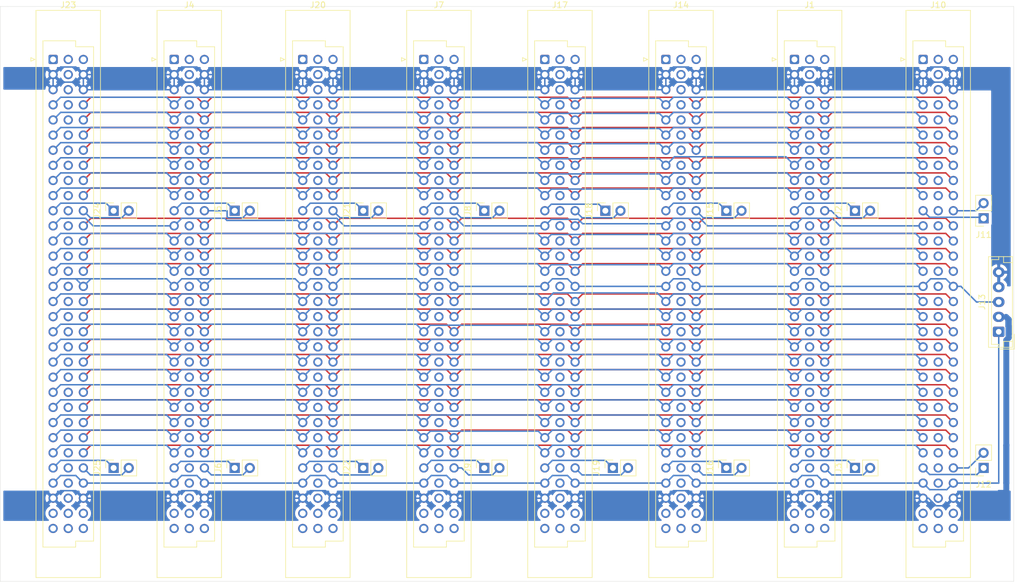
<source format=kicad_pcb>
(kicad_pcb (version 20171130) (host pcbnew "(5.1.10)-1")
  (layers (0 F.Cu signal) (31 B.Cu signal) (34 B.Paste user) (35 F.Paste user) (36 B.SilkS user) (37 F.SilkS user) (38 B.Mask user) (39 F.Mask user) (44 Edge.Cuts user))
  (net 0 "")
  (net 1 GND)
  (net 2 "Net-(J1-PadA4)")
  (net 3 "Net-(J1-PadA5)")
  (net 4 "Net-(J1-PadA6)")
  (net 5 "Net-(J1-PadA7)")
  (net 6 "Net-(J1-PadA8)")
  (net 7 "Net-(J1-PadA9)")
  (net 8 "Net-(J1-PadA10)")
  (net 9 "Net-(J1-PadA11)")
  (net 10 "Net-(J1-PadA12)")
  (net 11 "Net-(J1-PadA13)")
  (net 12 "Net-(J1-PadA14)")
  (net 13 "Net-(J1-PadA15)")
  (net 14 -5V)
  (net 15 "Net-(J1-PadA17)")
  (net 16 "Net-(J1-PadA18)")
  (net 17 "Net-(J1-PadA19)")
  (net 18 "Net-(J1-PadA20)")
  (net 19 "Net-(J1-PadA21)")
  (net 20 "Net-(J1-PadA22)")
  (net 21 "Net-(J1-PadA23)")
  (net 22 "Net-(J1-PadA24)")
  (net 23 "Net-(J1-PadA25)")
  (net 24 "Net-(J1-PadA26)")
  (net 25 "Net-(J1-PadA27)")
  (net 26 "Net-(J1-PadA28)")
  (net 27 +12P)
  (net 28 +5P)
  (net 29 "Net-(J1-PadC4)")
  (net 30 "Net-(J1-PadC5)")
  (net 31 "Net-(J1-PadC7)")
  (net 32 "Net-(J1-PadC8)")
  (net 33 "Net-(J1-PadC9)")
  (net 34 "Net-(J1-PadC11)")
  (net 35 "Net-(J1-PadC12)")
  (net 36 "Net-(J1-PadC14)")
  (net 37 "Net-(J1-PadC15)")
  (net 38 "Net-(J1-PadC18)")
  (net 39 "Net-(J1-PadC19)")
  (net 40 "Net-(J1-PadC20)")
  (net 41 "Net-(J1-PadC22)")
  (net 42 "Net-(J1-PadC23)")
  (net 43 "Net-(J1-PadC24)")
  (net 44 "Net-(J1-PadC28)")
  (net 45 "Net-(J4-PadC28)")
  (net 46 "Net-(J4-PadC11)")
  (net 47 "Net-(J4-PadA28)")
  (net 48 "Net-(J4-PadA11)")
  (net 49 "Net-(J7-PadA11)")
  (net 50 "Net-(J7-PadA28)")
  (net 51 "Net-(J7-PadC11)")
  (net 52 "Net-(J7-PadC28)")
  (net 53 "Net-(J10-PadC28)")
  (net 54 "Net-(J10-PadC11)")
  (net 55 "Net-(J10-PadA28)")
  (net 56 "Net-(J10-PadA11)")
  (net 57 "Net-(J14-PadA11)")
  (net 58 "Net-(J14-PadA28)")
  (net 59 "Net-(J14-PadC11)")
  (net 60 "Net-(J14-PadC28)")
  (net 61 "Net-(J17-PadC28)")
  (net 62 "Net-(J17-PadC11)")
  (net 63 "Net-(J17-PadA28)")
  (net 64 "Net-(J17-PadA11)")
  (net 65 "Net-(J20-PadC28)")
  (net 66 "Net-(J20-PadC11)")
  (net 67 "Net-(J20-PadA28)")
  (net 68 "Net-(J20-PadA11)")
  (net 69 "Net-(J23-PadA11)")
  (net 70 "Net-(J23-PadA28)")
  (net 71 "Net-(J23-PadC11)")
  (net 72 "Net-(J23-PadC28)")
  (net 73 "Net-(J1-PadC6)")
  (net 74 "Net-(J1-PadC10)")
  (net 75 "Net-(J1-PadC13)")
  (net 76 "Net-(J1-PadC17)")
  (net 77 "Net-(J1-PadC21)")
  (net 78 "Net-(J1-PadC25)")
  (net 79 "Net-(J1-PadC26)")
  (net 80 "Net-(J1-PadC27)")
  (module Libs:DIN41612_C_3x32_Female_Vertical_THT-Gross (layer F.Cu) (at 184.15 66.04)
    (fp_text reference J1 (at 2.54 -9.13) (layer F.SilkS))
    (fp_text value C64AC)
    (pad A1 thru_hole roundrect (at 0 0) (size 1.55 1.55) (drill 1) (layers *.Cu *.Mask) (roundrect_rratio 0.161))
    (pad A2 thru_hole circle (at 0 2.54) (size 1.55 1.55) (drill 1) (layers *.Cu *.Mask) (net 1 GND))
    (pad A3 thru_hole circle (at 0 5.08) (size 1.55 1.55) (drill 1) (layers *.Cu *.Mask) (net 1 GND))
    (pad A4 thru_hole circle (at 0 7.62) (size 1.55 1.55) (drill 1) (layers *.Cu *.Mask) (net 2 "Net-(J1-PadA4)"))
    (pad A5 thru_hole circle (at 0 10.16) (size 1.55 1.55) (drill 1) (layers *.Cu *.Mask) (net 3 "Net-(J1-PadA5)"))
    (pad A6 thru_hole circle (at 0 12.7) (size 1.55 1.55) (drill 1) (layers *.Cu *.Mask) (net 4 "Net-(J1-PadA6)"))
    (pad A7 thru_hole circle (at 0 15.24) (size 1.55 1.55) (drill 1) (layers *.Cu *.Mask) (net 5 "Net-(J1-PadA7)"))
    (pad A8 thru_hole circle (at 0 17.78) (size 1.55 1.55) (drill 1) (layers *.Cu *.Mask) (net 6 "Net-(J1-PadA8)"))
    (pad A9 thru_hole circle (at 0 20.32) (size 1.55 1.55) (drill 1) (layers *.Cu *.Mask) (net 7 "Net-(J1-PadA9)"))
    (pad A10 thru_hole circle (at 0 22.86) (size 1.55 1.55) (drill 1) (layers *.Cu *.Mask) (net 8 "Net-(J1-PadA10)"))
    (pad A11 thru_hole circle (at 0 25.4) (size 1.55 1.55) (drill 1) (layers *.Cu *.Mask) (net 9 "Net-(J1-PadA11)"))
    (pad A12 thru_hole circle (at 0 27.94) (size 1.55 1.55) (drill 1) (layers *.Cu *.Mask) (net 10 "Net-(J1-PadA12)"))
    (pad A13 thru_hole circle (at 0 30.48) (size 1.55 1.55) (drill 1) (layers *.Cu *.Mask) (net 11 "Net-(J1-PadA13)"))
    (pad A14 thru_hole circle (at 0 33.02) (size 1.55 1.55) (drill 1) (layers *.Cu *.Mask) (net 12 "Net-(J1-PadA14)"))
    (pad A15 thru_hole circle (at 0 35.56) (size 1.55 1.55) (drill 1) (layers *.Cu *.Mask) (net 13 "Net-(J1-PadA15)"))
    (pad A16 thru_hole circle (at 0 38.1) (size 1.55 1.55) (drill 1) (layers *.Cu *.Mask) (net 14 -5V))
    (pad A17 thru_hole circle (at 0 40.64) (size 1.55 1.55) (drill 1) (layers *.Cu *.Mask) (net 15 "Net-(J1-PadA17)"))
    (pad A18 thru_hole circle (at 0 43.18) (size 1.55 1.55) (drill 1) (layers *.Cu *.Mask) (net 16 "Net-(J1-PadA18)"))
    (pad A19 thru_hole circle (at 0 45.72) (size 1.55 1.55) (drill 1) (layers *.Cu *.Mask) (net 17 "Net-(J1-PadA19)"))
    (pad A20 thru_hole circle (at 0 48.26) (size 1.55 1.55) (drill 1) (layers *.Cu *.Mask) (net 18 "Net-(J1-PadA20)"))
    (pad A21 thru_hole circle (at 0 50.8) (size 1.55 1.55) (drill 1) (layers *.Cu *.Mask) (net 19 "Net-(J1-PadA21)"))
    (pad A22 thru_hole circle (at 0 53.34) (size 1.55 1.55) (drill 1) (layers *.Cu *.Mask) (net 20 "Net-(J1-PadA22)"))
    (pad A23 thru_hole circle (at 0 55.88) (size 1.55 1.55) (drill 1) (layers *.Cu *.Mask) (net 21 "Net-(J1-PadA23)"))
    (pad A24 thru_hole circle (at 0 58.42) (size 1.55 1.55) (drill 1) (layers *.Cu *.Mask) (net 22 "Net-(J1-PadA24)"))
    (pad A25 thru_hole circle (at 0 60.96) (size 1.55 1.55) (drill 1) (layers *.Cu *.Mask) (net 23 "Net-(J1-PadA25)"))
    (pad A26 thru_hole circle (at 0 63.5) (size 1.55 1.55) (drill 1) (layers *.Cu *.Mask) (net 24 "Net-(J1-PadA26)"))
    (pad A27 thru_hole circle (at 0 66.04) (size 1.55 1.55) (drill 1) (layers *.Cu *.Mask) (net 25 "Net-(J1-PadA27)"))
    (pad A28 thru_hole circle (at 0 68.58) (size 1.55 1.55) (drill 1) (layers *.Cu *.Mask) (net 26 "Net-(J1-PadA28)"))
    (pad A29 thru_hole circle (at 0 71.12) (size 1.55 1.55) (drill 1) (layers *.Cu *.Mask) (net 27 +12P))
    (pad A30 thru_hole circle (at 0 73.66) (size 1.55 1.55) (drill 1) (layers *.Cu *.Mask) (net 28 +5P))
    (pad A31 thru_hole circle (at 0 76.2) (size 1.55 1.55) (drill 1) (layers *.Cu *.Mask))
    (pad A32 thru_hole circle (at 0 78.74) (size 1.55 1.55) (drill 1) (layers *.Cu *.Mask))
    (pad b1 thru_hole circle (at 2.54 0) (size 1.55 1.55) (drill 1) (layers *.Cu *.Mask))
    (pad b2 thru_hole circle (at 2.54 2.54) (size 1.55 1.55) (drill 1) (layers *.Cu *.Mask))
    (pad b3 thru_hole circle (at 2.54 5.08) (size 1.55 1.55) (drill 1) (layers *.Cu *.Mask))
    (pad b4 thru_hole circle (at 2.54 7.62) (size 1.55 1.55) (drill 1) (layers *.Cu *.Mask))
    (pad b5 thru_hole circle (at 2.54 10.16) (size 1.55 1.55) (drill 1) (layers *.Cu *.Mask))
    (pad b6 thru_hole circle (at 2.54 12.7) (size 1.55 1.55) (drill 1) (layers *.Cu *.Mask))
    (pad b7 thru_hole circle (at 2.54 15.24) (size 1.55 1.55) (drill 1) (layers *.Cu *.Mask))
    (pad b8 thru_hole circle (at 2.54 17.78) (size 1.55 1.55) (drill 1) (layers *.Cu *.Mask))
    (pad b9 thru_hole circle (at 2.54 20.32) (size 1.55 1.55) (drill 1) (layers *.Cu *.Mask))
    (pad b10 thru_hole circle (at 2.54 22.86) (size 1.55 1.55) (drill 1) (layers *.Cu *.Mask))
    (pad b11 thru_hole circle (at 2.54 25.4) (size 1.55 1.55) (drill 1) (layers *.Cu *.Mask))
    (pad b12 thru_hole circle (at 2.54 27.94) (size 1.55 1.55) (drill 1) (layers *.Cu *.Mask))
    (pad b13 thru_hole circle (at 2.54 30.48) (size 1.55 1.55) (drill 1) (layers *.Cu *.Mask))
    (pad b14 thru_hole circle (at 2.54 33.02) (size 1.55 1.55) (drill 1) (layers *.Cu *.Mask))
    (pad b15 thru_hole circle (at 2.54 35.56) (size 1.55 1.55) (drill 1) (layers *.Cu *.Mask))
    (pad b16 thru_hole circle (at 2.54 38.1) (size 1.55 1.55) (drill 1) (layers *.Cu *.Mask))
    (pad b17 thru_hole circle (at 2.54 40.64) (size 1.55 1.55) (drill 1) (layers *.Cu *.Mask))
    (pad b18 thru_hole circle (at 2.54 43.18) (size 1.55 1.55) (drill 1) (layers *.Cu *.Mask))
    (pad b19 thru_hole circle (at 2.54 45.72) (size 1.55 1.55) (drill 1) (layers *.Cu *.Mask))
    (pad b20 thru_hole circle (at 2.54 48.26) (size 1.55 1.55) (drill 1) (layers *.Cu *.Mask))
    (pad b21 thru_hole circle (at 2.54 50.8) (size 1.55 1.55) (drill 1) (layers *.Cu *.Mask))
    (pad b22 thru_hole circle (at 2.54 53.34) (size 1.55 1.55) (drill 1) (layers *.Cu *.Mask))
    (pad b23 thru_hole circle (at 2.54 55.88) (size 1.55 1.55) (drill 1) (layers *.Cu *.Mask))
    (pad b24 thru_hole circle (at 2.54 58.42) (size 1.55 1.55) (drill 1) (layers *.Cu *.Mask))
    (pad b25 thru_hole circle (at 2.54 60.96) (size 1.55 1.55) (drill 1) (layers *.Cu *.Mask))
    (pad b26 thru_hole circle (at 2.54 63.5) (size 1.55 1.55) (drill 1) (layers *.Cu *.Mask))
    (pad b27 thru_hole circle (at 2.54 66.04) (size 1.55 1.55) (drill 1) (layers *.Cu *.Mask))
    (pad b28 thru_hole circle (at 2.54 68.58) (size 1.55 1.55) (drill 1) (layers *.Cu *.Mask))
    (pad b29 thru_hole circle (at 2.54 71.12) (size 1.55 1.55) (drill 1) (layers *.Cu *.Mask))
    (pad b30 thru_hole circle (at 2.54 73.66) (size 1.55 1.55) (drill 1) (layers *.Cu *.Mask))
    (pad b31 thru_hole circle (at 2.54 76.2) (size 1.55 1.55) (drill 1) (layers *.Cu *.Mask))
    (pad b32 thru_hole circle (at 2.54 78.74) (size 1.55 1.55) (drill 1) (layers *.Cu *.Mask))
    (pad C1 thru_hole circle (at 5.08 0) (size 1.55 1.55) (drill 1) (layers *.Cu *.Mask))
    (pad C2 thru_hole circle (at 5.08 2.54) (size 1.55 1.55) (drill 1) (layers *.Cu *.Mask) (net 1 GND))
    (pad C3 thru_hole circle (at 5.08 5.08) (size 1.55 1.55) (drill 1) (layers *.Cu *.Mask) (net 1 GND))
    (pad C4 thru_hole circle (at 5.08 7.62) (size 1.55 1.55) (drill 1) (layers *.Cu *.Mask) (net 29 "Net-(J1-PadC4)"))
    (pad C5 thru_hole circle (at 5.08 10.16) (size 1.55 1.55) (drill 1) (layers *.Cu *.Mask) (net 30 "Net-(J1-PadC5)"))
    (pad C6 thru_hole circle (at 5.08 12.7) (size 1.55 1.55) (drill 1) (layers *.Cu *.Mask) (net 73 "Net-(J1-PadC6)"))
    (pad C7 thru_hole circle (at 5.08 15.24) (size 1.55 1.55) (drill 1) (layers *.Cu *.Mask) (net 31 "Net-(J1-PadC7)"))
    (pad C8 thru_hole circle (at 5.08 17.78) (size 1.55 1.55) (drill 1) (layers *.Cu *.Mask) (net 32 "Net-(J1-PadC8)"))
    (pad C9 thru_hole circle (at 5.08 20.32) (size 1.55 1.55) (drill 1) (layers *.Cu *.Mask) (net 33 "Net-(J1-PadC9)"))
    (pad C10 thru_hole circle (at 5.08 22.86) (size 1.55 1.55) (drill 1) (layers *.Cu *.Mask) (net 74 "Net-(J1-PadC10)"))
    (pad C11 thru_hole circle (at 5.08 25.4) (size 1.55 1.55) (drill 1) (layers *.Cu *.Mask) (net 34 "Net-(J1-PadC11)"))
    (pad C12 thru_hole circle (at 5.08 27.94) (size 1.55 1.55) (drill 1) (layers *.Cu *.Mask) (net 35 "Net-(J1-PadC12)"))
    (pad C13 thru_hole circle (at 5.08 30.48) (size 1.55 1.55) (drill 1) (layers *.Cu *.Mask) (net 75 "Net-(J1-PadC13)"))
    (pad C14 thru_hole circle (at 5.08 33.02) (size 1.55 1.55) (drill 1) (layers *.Cu *.Mask) (net 36 "Net-(J1-PadC14)"))
    (pad C15 thru_hole circle (at 5.08 35.56) (size 1.55 1.55) (drill 1) (layers *.Cu *.Mask) (net 37 "Net-(J1-PadC15)"))
    (pad C16 thru_hole circle (at 5.08 38.1) (size 1.55 1.55) (drill 1) (layers *.Cu *.Mask) (net 14 -5V))
    (pad C17 thru_hole circle (at 5.08 40.64) (size 1.55 1.55) (drill 1) (layers *.Cu *.Mask) (net 76 "Net-(J1-PadC17)"))
    (pad C18 thru_hole circle (at 5.08 43.18) (size 1.55 1.55) (drill 1) (layers *.Cu *.Mask) (net 38 "Net-(J1-PadC18)"))
    (pad C19 thru_hole circle (at 5.08 45.72) (size 1.55 1.55) (drill 1) (layers *.Cu *.Mask) (net 39 "Net-(J1-PadC19)"))
    (pad C20 thru_hole circle (at 5.08 48.26) (size 1.55 1.55) (drill 1) (layers *.Cu *.Mask) (net 40 "Net-(J1-PadC20)"))
    (pad C21 thru_hole circle (at 5.08 50.8) (size 1.55 1.55) (drill 1) (layers *.Cu *.Mask) (net 77 "Net-(J1-PadC21)"))
    (pad C22 thru_hole circle (at 5.08 53.34) (size 1.55 1.55) (drill 1) (layers *.Cu *.Mask) (net 41 "Net-(J1-PadC22)"))
    (pad C23 thru_hole circle (at 5.08 55.88) (size 1.55 1.55) (drill 1) (layers *.Cu *.Mask) (net 42 "Net-(J1-PadC23)"))
    (pad C24 thru_hole circle (at 5.08 58.42) (size 1.55 1.55) (drill 1) (layers *.Cu *.Mask) (net 43 "Net-(J1-PadC24)"))
    (pad C25 thru_hole circle (at 5.08 60.96) (size 1.55 1.55) (drill 1) (layers *.Cu *.Mask) (net 78 "Net-(J1-PadC25)"))
    (pad C26 thru_hole circle (at 5.08 63.5) (size 1.55 1.55) (drill 1) (layers *.Cu *.Mask) (net 79 "Net-(J1-PadC26)"))
    (pad C27 thru_hole circle (at 5.08 66.04) (size 1.55 1.55) (drill 1) (layers *.Cu *.Mask) (net 80 "Net-(J1-PadC27)"))
    (pad C28 thru_hole circle (at 5.08 68.58) (size 1.55 1.55) (drill 1) (layers *.Cu *.Mask) (net 44 "Net-(J1-PadC28)"))
    (pad C29 thru_hole circle (at 5.08 71.12) (size 1.55 1.55) (drill 1) (layers *.Cu *.Mask) (net 27 +12P))
    (pad C30 thru_hole circle (at 5.08 73.66) (size 1.55 1.55) (drill 1) (layers *.Cu *.Mask) (net 28 +5P))
    (pad C31 thru_hole circle (at 5.08 76.2) (size 1.55 1.55) (drill 1) (layers *.Cu *.Mask))
    (pad C32 thru_hole circle (at 5.08 78.74) (size 1.55 1.55) (drill 1) (layers *.Cu *.Mask))
    (pad "" np_thru_hole circle (at 2.24 -5.63) (size 2.85 2.85) (drill 2.85) (layers *.Cu *.Mask))
    (pad "" np_thru_hole circle (at 2.24 84.37) (size 2.85 2.85) (drill 2.85) (layers *.Cu *.Mask))
  )
  (module Connector_PinSocket_2.54mm:PinSocket_1x02_P2.54mm_Vertical (layer F.Cu) (at 194.31 91.44 90)
    (fp_text reference J2 (at 0 -2.77 90) (layer F.SilkS))
    (fp_text value Conn_01x02)
    (pad 2 thru_hole oval (at 0 2.54 90) (size 1.7 1.7) (drill 1) (layers *.Cu *.Mask) (net 34 "Net-(J1-PadC11)"))
    (pad 1 thru_hole rect (at 0 0 90) (size 1.7 1.7) (drill 1) (layers *.Cu *.Mask) (net 9 "Net-(J1-PadA11)"))
  )
  (module Connector_PinSocket_2.54mm:PinSocket_1x02_P2.54mm_Vertical (layer F.Cu) (at 194.31 134.62 90)
    (fp_text reference J3 (at 0 -2.77 90) (layer F.SilkS))
    (fp_text value Conn_01x02)
    (pad 2 thru_hole oval (at 0 2.54 90) (size 1.7 1.7) (drill 1) (layers *.Cu *.Mask) (net 44 "Net-(J1-PadC28)"))
    (pad 1 thru_hole rect (at 0 0 90) (size 1.7 1.7) (drill 1) (layers *.Cu *.Mask) (net 26 "Net-(J1-PadA28)"))
  )
  (module Libs:DIN41612_C_3x32_Female_Vertical_THT-Gross (layer F.Cu) (at 80.01 66.04)
    (fp_text reference J4 (at 2.54 -9.13) (layer F.SilkS))
    (fp_text value C64AC)
    (pad "" np_thru_hole circle (at 2.24 84.37) (size 2.85 2.85) (drill 2.85) (layers *.Cu *.Mask))
    (pad "" np_thru_hole circle (at 2.24 -5.63) (size 2.85 2.85) (drill 2.85) (layers *.Cu *.Mask))
    (pad C32 thru_hole circle (at 5.08 78.74) (size 1.55 1.55) (drill 1) (layers *.Cu *.Mask))
    (pad C31 thru_hole circle (at 5.08 76.2) (size 1.55 1.55) (drill 1) (layers *.Cu *.Mask))
    (pad C30 thru_hole circle (at 5.08 73.66) (size 1.55 1.55) (drill 1) (layers *.Cu *.Mask) (net 28 +5P))
    (pad C29 thru_hole circle (at 5.08 71.12) (size 1.55 1.55) (drill 1) (layers *.Cu *.Mask) (net 27 +12P))
    (pad C28 thru_hole circle (at 5.08 68.58) (size 1.55 1.55) (drill 1) (layers *.Cu *.Mask) (net 45 "Net-(J4-PadC28)"))
    (pad C27 thru_hole circle (at 5.08 66.04) (size 1.55 1.55) (drill 1) (layers *.Cu *.Mask) (net 80 "Net-(J1-PadC27)"))
    (pad C26 thru_hole circle (at 5.08 63.5) (size 1.55 1.55) (drill 1) (layers *.Cu *.Mask) (net 79 "Net-(J1-PadC26)"))
    (pad C25 thru_hole circle (at 5.08 60.96) (size 1.55 1.55) (drill 1) (layers *.Cu *.Mask) (net 78 "Net-(J1-PadC25)"))
    (pad C24 thru_hole circle (at 5.08 58.42) (size 1.55 1.55) (drill 1) (layers *.Cu *.Mask) (net 43 "Net-(J1-PadC24)"))
    (pad C23 thru_hole circle (at 5.08 55.88) (size 1.55 1.55) (drill 1) (layers *.Cu *.Mask) (net 42 "Net-(J1-PadC23)"))
    (pad C22 thru_hole circle (at 5.08 53.34) (size 1.55 1.55) (drill 1) (layers *.Cu *.Mask) (net 41 "Net-(J1-PadC22)"))
    (pad C21 thru_hole circle (at 5.08 50.8) (size 1.55 1.55) (drill 1) (layers *.Cu *.Mask) (net 77 "Net-(J1-PadC21)"))
    (pad C20 thru_hole circle (at 5.08 48.26) (size 1.55 1.55) (drill 1) (layers *.Cu *.Mask) (net 40 "Net-(J1-PadC20)"))
    (pad C19 thru_hole circle (at 5.08 45.72) (size 1.55 1.55) (drill 1) (layers *.Cu *.Mask) (net 39 "Net-(J1-PadC19)"))
    (pad C18 thru_hole circle (at 5.08 43.18) (size 1.55 1.55) (drill 1) (layers *.Cu *.Mask) (net 38 "Net-(J1-PadC18)"))
    (pad C17 thru_hole circle (at 5.08 40.64) (size 1.55 1.55) (drill 1) (layers *.Cu *.Mask) (net 76 "Net-(J1-PadC17)"))
    (pad C16 thru_hole circle (at 5.08 38.1) (size 1.55 1.55) (drill 1) (layers *.Cu *.Mask) (net 14 -5V))
    (pad C15 thru_hole circle (at 5.08 35.56) (size 1.55 1.55) (drill 1) (layers *.Cu *.Mask) (net 37 "Net-(J1-PadC15)"))
    (pad C14 thru_hole circle (at 5.08 33.02) (size 1.55 1.55) (drill 1) (layers *.Cu *.Mask) (net 36 "Net-(J1-PadC14)"))
    (pad C13 thru_hole circle (at 5.08 30.48) (size 1.55 1.55) (drill 1) (layers *.Cu *.Mask) (net 75 "Net-(J1-PadC13)"))
    (pad C12 thru_hole circle (at 5.08 27.94) (size 1.55 1.55) (drill 1) (layers *.Cu *.Mask) (net 35 "Net-(J1-PadC12)"))
    (pad C11 thru_hole circle (at 5.08 25.4) (size 1.55 1.55) (drill 1) (layers *.Cu *.Mask) (net 46 "Net-(J4-PadC11)"))
    (pad C10 thru_hole circle (at 5.08 22.86) (size 1.55 1.55) (drill 1) (layers *.Cu *.Mask) (net 74 "Net-(J1-PadC10)"))
    (pad C9 thru_hole circle (at 5.08 20.32) (size 1.55 1.55) (drill 1) (layers *.Cu *.Mask) (net 33 "Net-(J1-PadC9)"))
    (pad C8 thru_hole circle (at 5.08 17.78) (size 1.55 1.55) (drill 1) (layers *.Cu *.Mask) (net 32 "Net-(J1-PadC8)"))
    (pad C7 thru_hole circle (at 5.08 15.24) (size 1.55 1.55) (drill 1) (layers *.Cu *.Mask) (net 31 "Net-(J1-PadC7)"))
    (pad C6 thru_hole circle (at 5.08 12.7) (size 1.55 1.55) (drill 1) (layers *.Cu *.Mask) (net 73 "Net-(J1-PadC6)"))
    (pad C5 thru_hole circle (at 5.08 10.16) (size 1.55 1.55) (drill 1) (layers *.Cu *.Mask) (net 30 "Net-(J1-PadC5)"))
    (pad C4 thru_hole circle (at 5.08 7.62) (size 1.55 1.55) (drill 1) (layers *.Cu *.Mask) (net 29 "Net-(J1-PadC4)"))
    (pad C3 thru_hole circle (at 5.08 5.08) (size 1.55 1.55) (drill 1) (layers *.Cu *.Mask) (net 1 GND))
    (pad C2 thru_hole circle (at 5.08 2.54) (size 1.55 1.55) (drill 1) (layers *.Cu *.Mask) (net 1 GND))
    (pad C1 thru_hole circle (at 5.08 0) (size 1.55 1.55) (drill 1) (layers *.Cu *.Mask))
    (pad b32 thru_hole circle (at 2.54 78.74) (size 1.55 1.55) (drill 1) (layers *.Cu *.Mask))
    (pad b31 thru_hole circle (at 2.54 76.2) (size 1.55 1.55) (drill 1) (layers *.Cu *.Mask))
    (pad b30 thru_hole circle (at 2.54 73.66) (size 1.55 1.55) (drill 1) (layers *.Cu *.Mask))
    (pad b29 thru_hole circle (at 2.54 71.12) (size 1.55 1.55) (drill 1) (layers *.Cu *.Mask))
    (pad b28 thru_hole circle (at 2.54 68.58) (size 1.55 1.55) (drill 1) (layers *.Cu *.Mask))
    (pad b27 thru_hole circle (at 2.54 66.04) (size 1.55 1.55) (drill 1) (layers *.Cu *.Mask))
    (pad b26 thru_hole circle (at 2.54 63.5) (size 1.55 1.55) (drill 1) (layers *.Cu *.Mask))
    (pad b25 thru_hole circle (at 2.54 60.96) (size 1.55 1.55) (drill 1) (layers *.Cu *.Mask))
    (pad b24 thru_hole circle (at 2.54 58.42) (size 1.55 1.55) (drill 1) (layers *.Cu *.Mask))
    (pad b23 thru_hole circle (at 2.54 55.88) (size 1.55 1.55) (drill 1) (layers *.Cu *.Mask))
    (pad b22 thru_hole circle (at 2.54 53.34) (size 1.55 1.55) (drill 1) (layers *.Cu *.Mask))
    (pad b21 thru_hole circle (at 2.54 50.8) (size 1.55 1.55) (drill 1) (layers *.Cu *.Mask))
    (pad b20 thru_hole circle (at 2.54 48.26) (size 1.55 1.55) (drill 1) (layers *.Cu *.Mask))
    (pad b19 thru_hole circle (at 2.54 45.72) (size 1.55 1.55) (drill 1) (layers *.Cu *.Mask))
    (pad b18 thru_hole circle (at 2.54 43.18) (size 1.55 1.55) (drill 1) (layers *.Cu *.Mask))
    (pad b17 thru_hole circle (at 2.54 40.64) (size 1.55 1.55) (drill 1) (layers *.Cu *.Mask))
    (pad b16 thru_hole circle (at 2.54 38.1) (size 1.55 1.55) (drill 1) (layers *.Cu *.Mask))
    (pad b15 thru_hole circle (at 2.54 35.56) (size 1.55 1.55) (drill 1) (layers *.Cu *.Mask))
    (pad b14 thru_hole circle (at 2.54 33.02) (size 1.55 1.55) (drill 1) (layers *.Cu *.Mask))
    (pad b13 thru_hole circle (at 2.54 30.48) (size 1.55 1.55) (drill 1) (layers *.Cu *.Mask))
    (pad b12 thru_hole circle (at 2.54 27.94) (size 1.55 1.55) (drill 1) (layers *.Cu *.Mask))
    (pad b11 thru_hole circle (at 2.54 25.4) (size 1.55 1.55) (drill 1) (layers *.Cu *.Mask))
    (pad b10 thru_hole circle (at 2.54 22.86) (size 1.55 1.55) (drill 1) (layers *.Cu *.Mask))
    (pad b9 thru_hole circle (at 2.54 20.32) (size 1.55 1.55) (drill 1) (layers *.Cu *.Mask))
    (pad b8 thru_hole circle (at 2.54 17.78) (size 1.55 1.55) (drill 1) (layers *.Cu *.Mask))
    (pad b7 thru_hole circle (at 2.54 15.24) (size 1.55 1.55) (drill 1) (layers *.Cu *.Mask))
    (pad b6 thru_hole circle (at 2.54 12.7) (size 1.55 1.55) (drill 1) (layers *.Cu *.Mask))
    (pad b5 thru_hole circle (at 2.54 10.16) (size 1.55 1.55) (drill 1) (layers *.Cu *.Mask))
    (pad b4 thru_hole circle (at 2.54 7.62) (size 1.55 1.55) (drill 1) (layers *.Cu *.Mask))
    (pad b3 thru_hole circle (at 2.54 5.08) (size 1.55 1.55) (drill 1) (layers *.Cu *.Mask))
    (pad b2 thru_hole circle (at 2.54 2.54) (size 1.55 1.55) (drill 1) (layers *.Cu *.Mask))
    (pad b1 thru_hole circle (at 2.54 0) (size 1.55 1.55) (drill 1) (layers *.Cu *.Mask))
    (pad A32 thru_hole circle (at 0 78.74) (size 1.55 1.55) (drill 1) (layers *.Cu *.Mask))
    (pad A31 thru_hole circle (at 0 76.2) (size 1.55 1.55) (drill 1) (layers *.Cu *.Mask))
    (pad A30 thru_hole circle (at 0 73.66) (size 1.55 1.55) (drill 1) (layers *.Cu *.Mask) (net 28 +5P))
    (pad A29 thru_hole circle (at 0 71.12) (size 1.55 1.55) (drill 1) (layers *.Cu *.Mask) (net 27 +12P))
    (pad A28 thru_hole circle (at 0 68.58) (size 1.55 1.55) (drill 1) (layers *.Cu *.Mask) (net 47 "Net-(J4-PadA28)"))
    (pad A27 thru_hole circle (at 0 66.04) (size 1.55 1.55) (drill 1) (layers *.Cu *.Mask) (net 25 "Net-(J1-PadA27)"))
    (pad A26 thru_hole circle (at 0 63.5) (size 1.55 1.55) (drill 1) (layers *.Cu *.Mask) (net 24 "Net-(J1-PadA26)"))
    (pad A25 thru_hole circle (at 0 60.96) (size 1.55 1.55) (drill 1) (layers *.Cu *.Mask) (net 23 "Net-(J1-PadA25)"))
    (pad A24 thru_hole circle (at 0 58.42) (size 1.55 1.55) (drill 1) (layers *.Cu *.Mask) (net 22 "Net-(J1-PadA24)"))
    (pad A23 thru_hole circle (at 0 55.88) (size 1.55 1.55) (drill 1) (layers *.Cu *.Mask) (net 21 "Net-(J1-PadA23)"))
    (pad A22 thru_hole circle (at 0 53.34) (size 1.55 1.55) (drill 1) (layers *.Cu *.Mask) (net 20 "Net-(J1-PadA22)"))
    (pad A21 thru_hole circle (at 0 50.8) (size 1.55 1.55) (drill 1) (layers *.Cu *.Mask) (net 19 "Net-(J1-PadA21)"))
    (pad A20 thru_hole circle (at 0 48.26) (size 1.55 1.55) (drill 1) (layers *.Cu *.Mask) (net 18 "Net-(J1-PadA20)"))
    (pad A19 thru_hole circle (at 0 45.72) (size 1.55 1.55) (drill 1) (layers *.Cu *.Mask) (net 17 "Net-(J1-PadA19)"))
    (pad A18 thru_hole circle (at 0 43.18) (size 1.55 1.55) (drill 1) (layers *.Cu *.Mask) (net 16 "Net-(J1-PadA18)"))
    (pad A17 thru_hole circle (at 0 40.64) (size 1.55 1.55) (drill 1) (layers *.Cu *.Mask) (net 15 "Net-(J1-PadA17)"))
    (pad A16 thru_hole circle (at 0 38.1) (size 1.55 1.55) (drill 1) (layers *.Cu *.Mask) (net 14 -5V))
    (pad A15 thru_hole circle (at 0 35.56) (size 1.55 1.55) (drill 1) (layers *.Cu *.Mask) (net 13 "Net-(J1-PadA15)"))
    (pad A14 thru_hole circle (at 0 33.02) (size 1.55 1.55) (drill 1) (layers *.Cu *.Mask) (net 12 "Net-(J1-PadA14)"))
    (pad A13 thru_hole circle (at 0 30.48) (size 1.55 1.55) (drill 1) (layers *.Cu *.Mask) (net 11 "Net-(J1-PadA13)"))
    (pad A12 thru_hole circle (at 0 27.94) (size 1.55 1.55) (drill 1) (layers *.Cu *.Mask) (net 10 "Net-(J1-PadA12)"))
    (pad A11 thru_hole circle (at 0 25.4) (size 1.55 1.55) (drill 1) (layers *.Cu *.Mask) (net 48 "Net-(J4-PadA11)"))
    (pad A10 thru_hole circle (at 0 22.86) (size 1.55 1.55) (drill 1) (layers *.Cu *.Mask) (net 8 "Net-(J1-PadA10)"))
    (pad A9 thru_hole circle (at 0 20.32) (size 1.55 1.55) (drill 1) (layers *.Cu *.Mask) (net 7 "Net-(J1-PadA9)"))
    (pad A8 thru_hole circle (at 0 17.78) (size 1.55 1.55) (drill 1) (layers *.Cu *.Mask) (net 6 "Net-(J1-PadA8)"))
    (pad A7 thru_hole circle (at 0 15.24) (size 1.55 1.55) (drill 1) (layers *.Cu *.Mask) (net 5 "Net-(J1-PadA7)"))
    (pad A6 thru_hole circle (at 0 12.7) (size 1.55 1.55) (drill 1) (layers *.Cu *.Mask) (net 4 "Net-(J1-PadA6)"))
    (pad A5 thru_hole circle (at 0 10.16) (size 1.55 1.55) (drill 1) (layers *.Cu *.Mask) (net 3 "Net-(J1-PadA5)"))
    (pad A4 thru_hole circle (at 0 7.62) (size 1.55 1.55) (drill 1) (layers *.Cu *.Mask) (net 2 "Net-(J1-PadA4)"))
    (pad A3 thru_hole circle (at 0 5.08) (size 1.55 1.55) (drill 1) (layers *.Cu *.Mask) (net 1 GND))
    (pad A2 thru_hole circle (at 0 2.54) (size 1.55 1.55) (drill 1) (layers *.Cu *.Mask) (net 1 GND))
    (pad A1 thru_hole roundrect (at 0 0) (size 1.55 1.55) (drill 1) (layers *.Cu *.Mask) (roundrect_rratio 0.161))
  )
  (module Connector_PinSocket_2.54mm:PinSocket_1x02_P2.54mm_Vertical (layer F.Cu) (at 90.17 91.44 90)
    (fp_text reference J5 (at 0 -2.77 90) (layer F.SilkS))
    (fp_text value Conn_01x02)
    (pad 1 thru_hole rect (at 0 0 90) (size 1.7 1.7) (drill 1) (layers *.Cu *.Mask) (net 48 "Net-(J4-PadA11)"))
    (pad 2 thru_hole oval (at 0 2.54 90) (size 1.7 1.7) (drill 1) (layers *.Cu *.Mask) (net 46 "Net-(J4-PadC11)"))
  )
  (module Connector_PinSocket_2.54mm:PinSocket_1x02_P2.54mm_Vertical (layer F.Cu) (at 90.17 134.62 90)
    (fp_text reference J6 (at 0 -2.77 90) (layer F.SilkS))
    (fp_text value Conn_01x02)
    (pad 1 thru_hole rect (at 0 0 90) (size 1.7 1.7) (drill 1) (layers *.Cu *.Mask) (net 47 "Net-(J4-PadA28)"))
    (pad 2 thru_hole oval (at 0 2.54 90) (size 1.7 1.7) (drill 1) (layers *.Cu *.Mask) (net 45 "Net-(J4-PadC28)"))
  )
  (module Libs:DIN41612_C_3x32_Female_Vertical_THT-Gross (layer F.Cu) (at 121.92 66.04)
    (fp_text reference J7 (at 2.54 -9.13) (layer F.SilkS))
    (fp_text value C64AC)
    (pad A1 thru_hole roundrect (at 0 0) (size 1.55 1.55) (drill 1) (layers *.Cu *.Mask) (roundrect_rratio 0.161))
    (pad A2 thru_hole circle (at 0 2.54) (size 1.55 1.55) (drill 1) (layers *.Cu *.Mask) (net 1 GND))
    (pad A3 thru_hole circle (at 0 5.08) (size 1.55 1.55) (drill 1) (layers *.Cu *.Mask) (net 1 GND))
    (pad A4 thru_hole circle (at 0 7.62) (size 1.55 1.55) (drill 1) (layers *.Cu *.Mask) (net 2 "Net-(J1-PadA4)"))
    (pad A5 thru_hole circle (at 0 10.16) (size 1.55 1.55) (drill 1) (layers *.Cu *.Mask) (net 3 "Net-(J1-PadA5)"))
    (pad A6 thru_hole circle (at 0 12.7) (size 1.55 1.55) (drill 1) (layers *.Cu *.Mask) (net 4 "Net-(J1-PadA6)"))
    (pad A7 thru_hole circle (at 0 15.24) (size 1.55 1.55) (drill 1) (layers *.Cu *.Mask) (net 5 "Net-(J1-PadA7)"))
    (pad A8 thru_hole circle (at 0 17.78) (size 1.55 1.55) (drill 1) (layers *.Cu *.Mask) (net 6 "Net-(J1-PadA8)"))
    (pad A9 thru_hole circle (at 0 20.32) (size 1.55 1.55) (drill 1) (layers *.Cu *.Mask) (net 7 "Net-(J1-PadA9)"))
    (pad A10 thru_hole circle (at 0 22.86) (size 1.55 1.55) (drill 1) (layers *.Cu *.Mask) (net 8 "Net-(J1-PadA10)"))
    (pad A11 thru_hole circle (at 0 25.4) (size 1.55 1.55) (drill 1) (layers *.Cu *.Mask) (net 49 "Net-(J7-PadA11)"))
    (pad A12 thru_hole circle (at 0 27.94) (size 1.55 1.55) (drill 1) (layers *.Cu *.Mask) (net 10 "Net-(J1-PadA12)"))
    (pad A13 thru_hole circle (at 0 30.48) (size 1.55 1.55) (drill 1) (layers *.Cu *.Mask) (net 11 "Net-(J1-PadA13)"))
    (pad A14 thru_hole circle (at 0 33.02) (size 1.55 1.55) (drill 1) (layers *.Cu *.Mask) (net 12 "Net-(J1-PadA14)"))
    (pad A15 thru_hole circle (at 0 35.56) (size 1.55 1.55) (drill 1) (layers *.Cu *.Mask) (net 13 "Net-(J1-PadA15)"))
    (pad A16 thru_hole circle (at 0 38.1) (size 1.55 1.55) (drill 1) (layers *.Cu *.Mask) (net 14 -5V))
    (pad A17 thru_hole circle (at 0 40.64) (size 1.55 1.55) (drill 1) (layers *.Cu *.Mask) (net 15 "Net-(J1-PadA17)"))
    (pad A18 thru_hole circle (at 0 43.18) (size 1.55 1.55) (drill 1) (layers *.Cu *.Mask) (net 16 "Net-(J1-PadA18)"))
    (pad A19 thru_hole circle (at 0 45.72) (size 1.55 1.55) (drill 1) (layers *.Cu *.Mask) (net 17 "Net-(J1-PadA19)"))
    (pad A20 thru_hole circle (at 0 48.26) (size 1.55 1.55) (drill 1) (layers *.Cu *.Mask) (net 18 "Net-(J1-PadA20)"))
    (pad A21 thru_hole circle (at 0 50.8) (size 1.55 1.55) (drill 1) (layers *.Cu *.Mask) (net 19 "Net-(J1-PadA21)"))
    (pad A22 thru_hole circle (at 0 53.34) (size 1.55 1.55) (drill 1) (layers *.Cu *.Mask) (net 20 "Net-(J1-PadA22)"))
    (pad A23 thru_hole circle (at 0 55.88) (size 1.55 1.55) (drill 1) (layers *.Cu *.Mask) (net 21 "Net-(J1-PadA23)"))
    (pad A24 thru_hole circle (at 0 58.42) (size 1.55 1.55) (drill 1) (layers *.Cu *.Mask) (net 22 "Net-(J1-PadA24)"))
    (pad A25 thru_hole circle (at 0 60.96) (size 1.55 1.55) (drill 1) (layers *.Cu *.Mask) (net 23 "Net-(J1-PadA25)"))
    (pad A26 thru_hole circle (at 0 63.5) (size 1.55 1.55) (drill 1) (layers *.Cu *.Mask) (net 24 "Net-(J1-PadA26)"))
    (pad A27 thru_hole circle (at 0 66.04) (size 1.55 1.55) (drill 1) (layers *.Cu *.Mask) (net 25 "Net-(J1-PadA27)"))
    (pad A28 thru_hole circle (at 0 68.58) (size 1.55 1.55) (drill 1) (layers *.Cu *.Mask) (net 50 "Net-(J7-PadA28)"))
    (pad A29 thru_hole circle (at 0 71.12) (size 1.55 1.55) (drill 1) (layers *.Cu *.Mask) (net 27 +12P))
    (pad A30 thru_hole circle (at 0 73.66) (size 1.55 1.55) (drill 1) (layers *.Cu *.Mask) (net 28 +5P))
    (pad A31 thru_hole circle (at 0 76.2) (size 1.55 1.55) (drill 1) (layers *.Cu *.Mask))
    (pad A32 thru_hole circle (at 0 78.74) (size 1.55 1.55) (drill 1) (layers *.Cu *.Mask))
    (pad b1 thru_hole circle (at 2.54 0) (size 1.55 1.55) (drill 1) (layers *.Cu *.Mask))
    (pad b2 thru_hole circle (at 2.54 2.54) (size 1.55 1.55) (drill 1) (layers *.Cu *.Mask))
    (pad b3 thru_hole circle (at 2.54 5.08) (size 1.55 1.55) (drill 1) (layers *.Cu *.Mask))
    (pad b4 thru_hole circle (at 2.54 7.62) (size 1.55 1.55) (drill 1) (layers *.Cu *.Mask))
    (pad b5 thru_hole circle (at 2.54 10.16) (size 1.55 1.55) (drill 1) (layers *.Cu *.Mask))
    (pad b6 thru_hole circle (at 2.54 12.7) (size 1.55 1.55) (drill 1) (layers *.Cu *.Mask))
    (pad b7 thru_hole circle (at 2.54 15.24) (size 1.55 1.55) (drill 1) (layers *.Cu *.Mask))
    (pad b8 thru_hole circle (at 2.54 17.78) (size 1.55 1.55) (drill 1) (layers *.Cu *.Mask))
    (pad b9 thru_hole circle (at 2.54 20.32) (size 1.55 1.55) (drill 1) (layers *.Cu *.Mask))
    (pad b10 thru_hole circle (at 2.54 22.86) (size 1.55 1.55) (drill 1) (layers *.Cu *.Mask))
    (pad b11 thru_hole circle (at 2.54 25.4) (size 1.55 1.55) (drill 1) (layers *.Cu *.Mask))
    (pad b12 thru_hole circle (at 2.54 27.94) (size 1.55 1.55) (drill 1) (layers *.Cu *.Mask))
    (pad b13 thru_hole circle (at 2.54 30.48) (size 1.55 1.55) (drill 1) (layers *.Cu *.Mask))
    (pad b14 thru_hole circle (at 2.54 33.02) (size 1.55 1.55) (drill 1) (layers *.Cu *.Mask))
    (pad b15 thru_hole circle (at 2.54 35.56) (size 1.55 1.55) (drill 1) (layers *.Cu *.Mask))
    (pad b16 thru_hole circle (at 2.54 38.1) (size 1.55 1.55) (drill 1) (layers *.Cu *.Mask))
    (pad b17 thru_hole circle (at 2.54 40.64) (size 1.55 1.55) (drill 1) (layers *.Cu *.Mask))
    (pad b18 thru_hole circle (at 2.54 43.18) (size 1.55 1.55) (drill 1) (layers *.Cu *.Mask))
    (pad b19 thru_hole circle (at 2.54 45.72) (size 1.55 1.55) (drill 1) (layers *.Cu *.Mask))
    (pad b20 thru_hole circle (at 2.54 48.26) (size 1.55 1.55) (drill 1) (layers *.Cu *.Mask))
    (pad b21 thru_hole circle (at 2.54 50.8) (size 1.55 1.55) (drill 1) (layers *.Cu *.Mask))
    (pad b22 thru_hole circle (at 2.54 53.34) (size 1.55 1.55) (drill 1) (layers *.Cu *.Mask))
    (pad b23 thru_hole circle (at 2.54 55.88) (size 1.55 1.55) (drill 1) (layers *.Cu *.Mask))
    (pad b24 thru_hole circle (at 2.54 58.42) (size 1.55 1.55) (drill 1) (layers *.Cu *.Mask))
    (pad b25 thru_hole circle (at 2.54 60.96) (size 1.55 1.55) (drill 1) (layers *.Cu *.Mask))
    (pad b26 thru_hole circle (at 2.54 63.5) (size 1.55 1.55) (drill 1) (layers *.Cu *.Mask))
    (pad b27 thru_hole circle (at 2.54 66.04) (size 1.55 1.55) (drill 1) (layers *.Cu *.Mask))
    (pad b28 thru_hole circle (at 2.54 68.58) (size 1.55 1.55) (drill 1) (layers *.Cu *.Mask))
    (pad b29 thru_hole circle (at 2.54 71.12) (size 1.55 1.55) (drill 1) (layers *.Cu *.Mask))
    (pad b30 thru_hole circle (at 2.54 73.66) (size 1.55 1.55) (drill 1) (layers *.Cu *.Mask))
    (pad b31 thru_hole circle (at 2.54 76.2) (size 1.55 1.55) (drill 1) (layers *.Cu *.Mask))
    (pad b32 thru_hole circle (at 2.54 78.74) (size 1.55 1.55) (drill 1) (layers *.Cu *.Mask))
    (pad C1 thru_hole circle (at 5.08 0) (size 1.55 1.55) (drill 1) (layers *.Cu *.Mask))
    (pad C2 thru_hole circle (at 5.08 2.54) (size 1.55 1.55) (drill 1) (layers *.Cu *.Mask) (net 1 GND))
    (pad C3 thru_hole circle (at 5.08 5.08) (size 1.55 1.55) (drill 1) (layers *.Cu *.Mask) (net 1 GND))
    (pad C4 thru_hole circle (at 5.08 7.62) (size 1.55 1.55) (drill 1) (layers *.Cu *.Mask) (net 29 "Net-(J1-PadC4)"))
    (pad C5 thru_hole circle (at 5.08 10.16) (size 1.55 1.55) (drill 1) (layers *.Cu *.Mask) (net 30 "Net-(J1-PadC5)"))
    (pad C6 thru_hole circle (at 5.08 12.7) (size 1.55 1.55) (drill 1) (layers *.Cu *.Mask) (net 73 "Net-(J1-PadC6)"))
    (pad C7 thru_hole circle (at 5.08 15.24) (size 1.55 1.55) (drill 1) (layers *.Cu *.Mask) (net 31 "Net-(J1-PadC7)"))
    (pad C8 thru_hole circle (at 5.08 17.78) (size 1.55 1.55) (drill 1) (layers *.Cu *.Mask) (net 32 "Net-(J1-PadC8)"))
    (pad C9 thru_hole circle (at 5.08 20.32) (size 1.55 1.55) (drill 1) (layers *.Cu *.Mask) (net 33 "Net-(J1-PadC9)"))
    (pad C10 thru_hole circle (at 5.08 22.86) (size 1.55 1.55) (drill 1) (layers *.Cu *.Mask) (net 74 "Net-(J1-PadC10)"))
    (pad C11 thru_hole circle (at 5.08 25.4) (size 1.55 1.55) (drill 1) (layers *.Cu *.Mask) (net 51 "Net-(J7-PadC11)"))
    (pad C12 thru_hole circle (at 5.08 27.94) (size 1.55 1.55) (drill 1) (layers *.Cu *.Mask) (net 35 "Net-(J1-PadC12)"))
    (pad C13 thru_hole circle (at 5.08 30.48) (size 1.55 1.55) (drill 1) (layers *.Cu *.Mask) (net 75 "Net-(J1-PadC13)"))
    (pad C14 thru_hole circle (at 5.08 33.02) (size 1.55 1.55) (drill 1) (layers *.Cu *.Mask) (net 36 "Net-(J1-PadC14)"))
    (pad C15 thru_hole circle (at 5.08 35.56) (size 1.55 1.55) (drill 1) (layers *.Cu *.Mask) (net 37 "Net-(J1-PadC15)"))
    (pad C16 thru_hole circle (at 5.08 38.1) (size 1.55 1.55) (drill 1) (layers *.Cu *.Mask) (net 14 -5V))
    (pad C17 thru_hole circle (at 5.08 40.64) (size 1.55 1.55) (drill 1) (layers *.Cu *.Mask) (net 76 "Net-(J1-PadC17)"))
    (pad C18 thru_hole circle (at 5.08 43.18) (size 1.55 1.55) (drill 1) (layers *.Cu *.Mask) (net 38 "Net-(J1-PadC18)"))
    (pad C19 thru_hole circle (at 5.08 45.72) (size 1.55 1.55) (drill 1) (layers *.Cu *.Mask) (net 39 "Net-(J1-PadC19)"))
    (pad C20 thru_hole circle (at 5.08 48.26) (size 1.55 1.55) (drill 1) (layers *.Cu *.Mask) (net 40 "Net-(J1-PadC20)"))
    (pad C21 thru_hole circle (at 5.08 50.8) (size 1.55 1.55) (drill 1) (layers *.Cu *.Mask) (net 77 "Net-(J1-PadC21)"))
    (pad C22 thru_hole circle (at 5.08 53.34) (size 1.55 1.55) (drill 1) (layers *.Cu *.Mask) (net 41 "Net-(J1-PadC22)"))
    (pad C23 thru_hole circle (at 5.08 55.88) (size 1.55 1.55) (drill 1) (layers *.Cu *.Mask) (net 42 "Net-(J1-PadC23)"))
    (pad C24 thru_hole circle (at 5.08 58.42) (size 1.55 1.55) (drill 1) (layers *.Cu *.Mask) (net 43 "Net-(J1-PadC24)"))
    (pad C25 thru_hole circle (at 5.08 60.96) (size 1.55 1.55) (drill 1) (layers *.Cu *.Mask) (net 78 "Net-(J1-PadC25)"))
    (pad C26 thru_hole circle (at 5.08 63.5) (size 1.55 1.55) (drill 1) (layers *.Cu *.Mask) (net 79 "Net-(J1-PadC26)"))
    (pad C27 thru_hole circle (at 5.08 66.04) (size 1.55 1.55) (drill 1) (layers *.Cu *.Mask) (net 80 "Net-(J1-PadC27)"))
    (pad C28 thru_hole circle (at 5.08 68.58) (size 1.55 1.55) (drill 1) (layers *.Cu *.Mask) (net 52 "Net-(J7-PadC28)"))
    (pad C29 thru_hole circle (at 5.08 71.12) (size 1.55 1.55) (drill 1) (layers *.Cu *.Mask) (net 27 +12P))
    (pad C30 thru_hole circle (at 5.08 73.66) (size 1.55 1.55) (drill 1) (layers *.Cu *.Mask) (net 28 +5P))
    (pad C31 thru_hole circle (at 5.08 76.2) (size 1.55 1.55) (drill 1) (layers *.Cu *.Mask))
    (pad C32 thru_hole circle (at 5.08 78.74) (size 1.55 1.55) (drill 1) (layers *.Cu *.Mask))
    (pad "" np_thru_hole circle (at 2.24 -5.63) (size 2.85 2.85) (drill 2.85) (layers *.Cu *.Mask))
    (pad "" np_thru_hole circle (at 2.24 84.37) (size 2.85 2.85) (drill 2.85) (layers *.Cu *.Mask))
  )
  (module Connector_PinSocket_2.54mm:PinSocket_1x02_P2.54mm_Vertical (layer F.Cu) (at 132.08 91.44 90)
    (fp_text reference J8 (at 0 -2.77 90) (layer F.SilkS))
    (fp_text value Conn_01x02)
    (pad 2 thru_hole oval (at 0 2.54 90) (size 1.7 1.7) (drill 1) (layers *.Cu *.Mask) (net 51 "Net-(J7-PadC11)"))
    (pad 1 thru_hole rect (at 0 0 90) (size 1.7 1.7) (drill 1) (layers *.Cu *.Mask) (net 49 "Net-(J7-PadA11)"))
  )
  (module Connector_PinSocket_2.54mm:PinSocket_1x02_P2.54mm_Vertical (layer F.Cu) (at 132.08 134.62 90)
    (fp_text reference J9 (at 0 -2.77 90) (layer F.SilkS))
    (fp_text value Conn_01x02)
    (pad 1 thru_hole rect (at 0 0 90) (size 1.7 1.7) (drill 1) (layers *.Cu *.Mask) (net 50 "Net-(J7-PadA28)"))
    (pad 2 thru_hole oval (at 0 2.54 90) (size 1.7 1.7) (drill 1) (layers *.Cu *.Mask) (net 52 "Net-(J7-PadC28)"))
  )
  (module Libs:DIN41612_C_3x32_Female_Vertical_THT-Gross (layer F.Cu) (at 205.74 66.04)
    (fp_text reference J10 (at 2.54 -9.13) (layer F.SilkS))
    (fp_text value C64AC)
    (pad "" np_thru_hole circle (at 2.24 84.37) (size 2.85 2.85) (drill 2.85) (layers *.Cu *.Mask))
    (pad "" np_thru_hole circle (at 2.24 -5.63) (size 2.85 2.85) (drill 2.85) (layers *.Cu *.Mask))
    (pad C32 thru_hole circle (at 5.08 78.74) (size 1.55 1.55) (drill 1) (layers *.Cu *.Mask))
    (pad C31 thru_hole circle (at 5.08 76.2) (size 1.55 1.55) (drill 1) (layers *.Cu *.Mask))
    (pad C30 thru_hole circle (at 5.08 73.66) (size 1.55 1.55) (drill 1) (layers *.Cu *.Mask) (net 28 +5P))
    (pad C29 thru_hole circle (at 5.08 71.12) (size 1.55 1.55) (drill 1) (layers *.Cu *.Mask) (net 27 +12P))
    (pad C28 thru_hole circle (at 5.08 68.58) (size 1.55 1.55) (drill 1) (layers *.Cu *.Mask) (net 53 "Net-(J10-PadC28)"))
    (pad C27 thru_hole circle (at 5.08 66.04) (size 1.55 1.55) (drill 1) (layers *.Cu *.Mask) (net 80 "Net-(J1-PadC27)"))
    (pad C26 thru_hole circle (at 5.08 63.5) (size 1.55 1.55) (drill 1) (layers *.Cu *.Mask) (net 79 "Net-(J1-PadC26)"))
    (pad C25 thru_hole circle (at 5.08 60.96) (size 1.55 1.55) (drill 1) (layers *.Cu *.Mask) (net 78 "Net-(J1-PadC25)"))
    (pad C24 thru_hole circle (at 5.08 58.42) (size 1.55 1.55) (drill 1) (layers *.Cu *.Mask) (net 43 "Net-(J1-PadC24)"))
    (pad C23 thru_hole circle (at 5.08 55.88) (size 1.55 1.55) (drill 1) (layers *.Cu *.Mask) (net 42 "Net-(J1-PadC23)"))
    (pad C22 thru_hole circle (at 5.08 53.34) (size 1.55 1.55) (drill 1) (layers *.Cu *.Mask) (net 41 "Net-(J1-PadC22)"))
    (pad C21 thru_hole circle (at 5.08 50.8) (size 1.55 1.55) (drill 1) (layers *.Cu *.Mask) (net 77 "Net-(J1-PadC21)"))
    (pad C20 thru_hole circle (at 5.08 48.26) (size 1.55 1.55) (drill 1) (layers *.Cu *.Mask) (net 40 "Net-(J1-PadC20)"))
    (pad C19 thru_hole circle (at 5.08 45.72) (size 1.55 1.55) (drill 1) (layers *.Cu *.Mask) (net 39 "Net-(J1-PadC19)"))
    (pad C18 thru_hole circle (at 5.08 43.18) (size 1.55 1.55) (drill 1) (layers *.Cu *.Mask) (net 38 "Net-(J1-PadC18)"))
    (pad C17 thru_hole circle (at 5.08 40.64) (size 1.55 1.55) (drill 1) (layers *.Cu *.Mask) (net 76 "Net-(J1-PadC17)"))
    (pad C16 thru_hole circle (at 5.08 38.1) (size 1.55 1.55) (drill 1) (layers *.Cu *.Mask) (net 14 -5V))
    (pad C15 thru_hole circle (at 5.08 35.56) (size 1.55 1.55) (drill 1) (layers *.Cu *.Mask) (net 37 "Net-(J1-PadC15)"))
    (pad C14 thru_hole circle (at 5.08 33.02) (size 1.55 1.55) (drill 1) (layers *.Cu *.Mask) (net 36 "Net-(J1-PadC14)"))
    (pad C13 thru_hole circle (at 5.08 30.48) (size 1.55 1.55) (drill 1) (layers *.Cu *.Mask) (net 75 "Net-(J1-PadC13)"))
    (pad C12 thru_hole circle (at 5.08 27.94) (size 1.55 1.55) (drill 1) (layers *.Cu *.Mask) (net 35 "Net-(J1-PadC12)"))
    (pad C11 thru_hole circle (at 5.08 25.4) (size 1.55 1.55) (drill 1) (layers *.Cu *.Mask) (net 54 "Net-(J10-PadC11)"))
    (pad C10 thru_hole circle (at 5.08 22.86) (size 1.55 1.55) (drill 1) (layers *.Cu *.Mask) (net 74 "Net-(J1-PadC10)"))
    (pad C9 thru_hole circle (at 5.08 20.32) (size 1.55 1.55) (drill 1) (layers *.Cu *.Mask) (net 33 "Net-(J1-PadC9)"))
    (pad C8 thru_hole circle (at 5.08 17.78) (size 1.55 1.55) (drill 1) (layers *.Cu *.Mask) (net 32 "Net-(J1-PadC8)"))
    (pad C7 thru_hole circle (at 5.08 15.24) (size 1.55 1.55) (drill 1) (layers *.Cu *.Mask) (net 31 "Net-(J1-PadC7)"))
    (pad C6 thru_hole circle (at 5.08 12.7) (size 1.55 1.55) (drill 1) (layers *.Cu *.Mask) (net 73 "Net-(J1-PadC6)"))
    (pad C5 thru_hole circle (at 5.08 10.16) (size 1.55 1.55) (drill 1) (layers *.Cu *.Mask) (net 30 "Net-(J1-PadC5)"))
    (pad C4 thru_hole circle (at 5.08 7.62) (size 1.55 1.55) (drill 1) (layers *.Cu *.Mask) (net 29 "Net-(J1-PadC4)"))
    (pad C3 thru_hole circle (at 5.08 5.08) (size 1.55 1.55) (drill 1) (layers *.Cu *.Mask) (net 1 GND))
    (pad C2 thru_hole circle (at 5.08 2.54) (size 1.55 1.55) (drill 1) (layers *.Cu *.Mask) (net 1 GND))
    (pad C1 thru_hole circle (at 5.08 0) (size 1.55 1.55) (drill 1) (layers *.Cu *.Mask))
    (pad b32 thru_hole circle (at 2.54 78.74) (size 1.55 1.55) (drill 1) (layers *.Cu *.Mask))
    (pad b31 thru_hole circle (at 2.54 76.2) (size 1.55 1.55) (drill 1) (layers *.Cu *.Mask))
    (pad b30 thru_hole circle (at 2.54 73.66) (size 1.55 1.55) (drill 1) (layers *.Cu *.Mask))
    (pad b29 thru_hole circle (at 2.54 71.12) (size 1.55 1.55) (drill 1) (layers *.Cu *.Mask))
    (pad b28 thru_hole circle (at 2.54 68.58) (size 1.55 1.55) (drill 1) (layers *.Cu *.Mask))
    (pad b27 thru_hole circle (at 2.54 66.04) (size 1.55 1.55) (drill 1) (layers *.Cu *.Mask))
    (pad b26 thru_hole circle (at 2.54 63.5) (size 1.55 1.55) (drill 1) (layers *.Cu *.Mask))
    (pad b25 thru_hole circle (at 2.54 60.96) (size 1.55 1.55) (drill 1) (layers *.Cu *.Mask))
    (pad b24 thru_hole circle (at 2.54 58.42) (size 1.55 1.55) (drill 1) (layers *.Cu *.Mask))
    (pad b23 thru_hole circle (at 2.54 55.88) (size 1.55 1.55) (drill 1) (layers *.Cu *.Mask))
    (pad b22 thru_hole circle (at 2.54 53.34) (size 1.55 1.55) (drill 1) (layers *.Cu *.Mask))
    (pad b21 thru_hole circle (at 2.54 50.8) (size 1.55 1.55) (drill 1) (layers *.Cu *.Mask))
    (pad b20 thru_hole circle (at 2.54 48.26) (size 1.55 1.55) (drill 1) (layers *.Cu *.Mask))
    (pad b19 thru_hole circle (at 2.54 45.72) (size 1.55 1.55) (drill 1) (layers *.Cu *.Mask))
    (pad b18 thru_hole circle (at 2.54 43.18) (size 1.55 1.55) (drill 1) (layers *.Cu *.Mask))
    (pad b17 thru_hole circle (at 2.54 40.64) (size 1.55 1.55) (drill 1) (layers *.Cu *.Mask))
    (pad b16 thru_hole circle (at 2.54 38.1) (size 1.55 1.55) (drill 1) (layers *.Cu *.Mask))
    (pad b15 thru_hole circle (at 2.54 35.56) (size 1.55 1.55) (drill 1) (layers *.Cu *.Mask))
    (pad b14 thru_hole circle (at 2.54 33.02) (size 1.55 1.55) (drill 1) (layers *.Cu *.Mask))
    (pad b13 thru_hole circle (at 2.54 30.48) (size 1.55 1.55) (drill 1) (layers *.Cu *.Mask))
    (pad b12 thru_hole circle (at 2.54 27.94) (size 1.55 1.55) (drill 1) (layers *.Cu *.Mask))
    (pad b11 thru_hole circle (at 2.54 25.4) (size 1.55 1.55) (drill 1) (layers *.Cu *.Mask))
    (pad b10 thru_hole circle (at 2.54 22.86) (size 1.55 1.55) (drill 1) (layers *.Cu *.Mask))
    (pad b9 thru_hole circle (at 2.54 20.32) (size 1.55 1.55) (drill 1) (layers *.Cu *.Mask))
    (pad b8 thru_hole circle (at 2.54 17.78) (size 1.55 1.55) (drill 1) (layers *.Cu *.Mask))
    (pad b7 thru_hole circle (at 2.54 15.24) (size 1.55 1.55) (drill 1) (layers *.Cu *.Mask))
    (pad b6 thru_hole circle (at 2.54 12.7) (size 1.55 1.55) (drill 1) (layers *.Cu *.Mask))
    (pad b5 thru_hole circle (at 2.54 10.16) (size 1.55 1.55) (drill 1) (layers *.Cu *.Mask))
    (pad b4 thru_hole circle (at 2.54 7.62) (size 1.55 1.55) (drill 1) (layers *.Cu *.Mask))
    (pad b3 thru_hole circle (at 2.54 5.08) (size 1.55 1.55) (drill 1) (layers *.Cu *.Mask))
    (pad b2 thru_hole circle (at 2.54 2.54) (size 1.55 1.55) (drill 1) (layers *.Cu *.Mask))
    (pad b1 thru_hole circle (at 2.54 0) (size 1.55 1.55) (drill 1) (layers *.Cu *.Mask))
    (pad A32 thru_hole circle (at 0 78.74) (size 1.55 1.55) (drill 1) (layers *.Cu *.Mask))
    (pad A31 thru_hole circle (at 0 76.2) (size 1.55 1.55) (drill 1) (layers *.Cu *.Mask))
    (pad A30 thru_hole circle (at 0 73.66) (size 1.55 1.55) (drill 1) (layers *.Cu *.Mask) (net 28 +5P))
    (pad A29 thru_hole circle (at 0 71.12) (size 1.55 1.55) (drill 1) (layers *.Cu *.Mask) (net 27 +12P))
    (pad A28 thru_hole circle (at 0 68.58) (size 1.55 1.55) (drill 1) (layers *.Cu *.Mask) (net 55 "Net-(J10-PadA28)"))
    (pad A27 thru_hole circle (at 0 66.04) (size 1.55 1.55) (drill 1) (layers *.Cu *.Mask) (net 25 "Net-(J1-PadA27)"))
    (pad A26 thru_hole circle (at 0 63.5) (size 1.55 1.55) (drill 1) (layers *.Cu *.Mask) (net 24 "Net-(J1-PadA26)"))
    (pad A25 thru_hole circle (at 0 60.96) (size 1.55 1.55) (drill 1) (layers *.Cu *.Mask) (net 23 "Net-(J1-PadA25)"))
    (pad A24 thru_hole circle (at 0 58.42) (size 1.55 1.55) (drill 1) (layers *.Cu *.Mask) (net 22 "Net-(J1-PadA24)"))
    (pad A23 thru_hole circle (at 0 55.88) (size 1.55 1.55) (drill 1) (layers *.Cu *.Mask) (net 21 "Net-(J1-PadA23)"))
    (pad A22 thru_hole circle (at 0 53.34) (size 1.55 1.55) (drill 1) (layers *.Cu *.Mask) (net 20 "Net-(J1-PadA22)"))
    (pad A21 thru_hole circle (at 0 50.8) (size 1.55 1.55) (drill 1) (layers *.Cu *.Mask) (net 19 "Net-(J1-PadA21)"))
    (pad A20 thru_hole circle (at 0 48.26) (size 1.55 1.55) (drill 1) (layers *.Cu *.Mask) (net 18 "Net-(J1-PadA20)"))
    (pad A19 thru_hole circle (at 0 45.72) (size 1.55 1.55) (drill 1) (layers *.Cu *.Mask) (net 17 "Net-(J1-PadA19)"))
    (pad A18 thru_hole circle (at 0 43.18) (size 1.55 1.55) (drill 1) (layers *.Cu *.Mask) (net 16 "Net-(J1-PadA18)"))
    (pad A17 thru_hole circle (at 0 40.64) (size 1.55 1.55) (drill 1) (layers *.Cu *.Mask) (net 15 "Net-(J1-PadA17)"))
    (pad A16 thru_hole circle (at 0 38.1) (size 1.55 1.55) (drill 1) (layers *.Cu *.Mask) (net 14 -5V))
    (pad A15 thru_hole circle (at 0 35.56) (size 1.55 1.55) (drill 1) (layers *.Cu *.Mask) (net 13 "Net-(J1-PadA15)"))
    (pad A14 thru_hole circle (at 0 33.02) (size 1.55 1.55) (drill 1) (layers *.Cu *.Mask) (net 12 "Net-(J1-PadA14)"))
    (pad A13 thru_hole circle (at 0 30.48) (size 1.55 1.55) (drill 1) (layers *.Cu *.Mask) (net 11 "Net-(J1-PadA13)"))
    (pad A12 thru_hole circle (at 0 27.94) (size 1.55 1.55) (drill 1) (layers *.Cu *.Mask) (net 10 "Net-(J1-PadA12)"))
    (pad A11 thru_hole circle (at 0 25.4) (size 1.55 1.55) (drill 1) (layers *.Cu *.Mask) (net 56 "Net-(J10-PadA11)"))
    (pad A10 thru_hole circle (at 0 22.86) (size 1.55 1.55) (drill 1) (layers *.Cu *.Mask) (net 8 "Net-(J1-PadA10)"))
    (pad A9 thru_hole circle (at 0 20.32) (size 1.55 1.55) (drill 1) (layers *.Cu *.Mask) (net 7 "Net-(J1-PadA9)"))
    (pad A8 thru_hole circle (at 0 17.78) (size 1.55 1.55) (drill 1) (layers *.Cu *.Mask) (net 6 "Net-(J1-PadA8)"))
    (pad A7 thru_hole circle (at 0 15.24) (size 1.55 1.55) (drill 1) (layers *.Cu *.Mask) (net 5 "Net-(J1-PadA7)"))
    (pad A6 thru_hole circle (at 0 12.7) (size 1.55 1.55) (drill 1) (layers *.Cu *.Mask) (net 4 "Net-(J1-PadA6)"))
    (pad A5 thru_hole circle (at 0 10.16) (size 1.55 1.55) (drill 1) (layers *.Cu *.Mask) (net 3 "Net-(J1-PadA5)"))
    (pad A4 thru_hole circle (at 0 7.62) (size 1.55 1.55) (drill 1) (layers *.Cu *.Mask) (net 2 "Net-(J1-PadA4)"))
    (pad A3 thru_hole circle (at 0 5.08) (size 1.55 1.55) (drill 1) (layers *.Cu *.Mask) (net 1 GND))
    (pad A2 thru_hole circle (at 0 2.54) (size 1.55 1.55) (drill 1) (layers *.Cu *.Mask) (net 1 GND))
    (pad A1 thru_hole roundrect (at 0 0) (size 1.55 1.55) (drill 1) (layers *.Cu *.Mask) (roundrect_rratio 0.161))
  )
  (module Connector_PinSocket_2.54mm:PinSocket_1x02_P2.54mm_Vertical (layer F.Cu) (at 215.9 92.71 180)
    (fp_text reference J11 (at 0 -2.77) (layer F.SilkS))
    (fp_text value Conn_01x02)
    (pad 1 thru_hole rect (at 0 0 180) (size 1.7 1.7) (drill 1) (layers *.Cu *.Mask) (net 56 "Net-(J10-PadA11)"))
    (pad 2 thru_hole oval (at 0 2.54 180) (size 1.7 1.7) (drill 1) (layers *.Cu *.Mask) (net 54 "Net-(J10-PadC11)"))
  )
  (module Connector_PinSocket_2.54mm:PinSocket_1x02_P2.54mm_Vertical (layer F.Cu) (at 215.9 134.62 180)
    (fp_text reference J12 (at 0 -2.77) (layer F.SilkS))
    (fp_text value Conn_01x02)
    (pad 2 thru_hole oval (at 0 2.54 180) (size 1.7 1.7) (drill 1) (layers *.Cu *.Mask) (net 53 "Net-(J10-PadC28)"))
    (pad 1 thru_hole rect (at 0 0 180) (size 1.7 1.7) (drill 1) (layers *.Cu *.Mask) (net 55 "Net-(J10-PadA28)"))
  )
  (module Connector_JST:JST_EH_B5B-EH-A_1x05_P2.50mm_Vertical (layer F.Cu) (at 218.44 111.76 90)
    (fp_text reference J13 (at 5 -2.8 90) (layer F.SilkS))
    (fp_text value Screw_Terminal_01x05)
    (pad 1 thru_hole roundrect (at 0 0 90) (size 1.7 1.95) (drill 0.95) (layers *.Cu *.Mask) (roundrect_rratio 0.1470588235294118) (net 27 +12P))
    (pad 2 thru_hole oval (at 2.5 0 90) (size 1.7 1.95) (drill 0.95) (layers *.Cu *.Mask) (net 28 +5P))
    (pad 3 thru_hole oval (at 5 0 90) (size 1.7 1.95) (drill 0.95) (layers *.Cu *.Mask) (net 14 -5V))
    (pad 4 thru_hole oval (at 7.5 0 90) (size 1.7 1.95) (drill 0.95) (layers *.Cu *.Mask) (net 1 GND))
    (pad 5 thru_hole oval (at 10 0 90) (size 1.7 1.95) (drill 0.95) (layers *.Cu *.Mask) (net 1 GND))
  )
  (module Libs:DIN41612_C_3x32_Female_Vertical_THT-Gross (layer F.Cu) (at 162.56 66.04)
    (fp_text reference J14 (at 2.54 -9.13) (layer F.SilkS))
    (fp_text value C64AC)
    (pad A1 thru_hole roundrect (at 0 0) (size 1.55 1.55) (drill 1) (layers *.Cu *.Mask) (roundrect_rratio 0.161))
    (pad A2 thru_hole circle (at 0 2.54) (size 1.55 1.55) (drill 1) (layers *.Cu *.Mask) (net 1 GND))
    (pad A3 thru_hole circle (at 0 5.08) (size 1.55 1.55) (drill 1) (layers *.Cu *.Mask) (net 1 GND))
    (pad A4 thru_hole circle (at 0 7.62) (size 1.55 1.55) (drill 1) (layers *.Cu *.Mask) (net 2 "Net-(J1-PadA4)"))
    (pad A5 thru_hole circle (at 0 10.16) (size 1.55 1.55) (drill 1) (layers *.Cu *.Mask) (net 3 "Net-(J1-PadA5)"))
    (pad A6 thru_hole circle (at 0 12.7) (size 1.55 1.55) (drill 1) (layers *.Cu *.Mask) (net 4 "Net-(J1-PadA6)"))
    (pad A7 thru_hole circle (at 0 15.24) (size 1.55 1.55) (drill 1) (layers *.Cu *.Mask) (net 5 "Net-(J1-PadA7)"))
    (pad A8 thru_hole circle (at 0 17.78) (size 1.55 1.55) (drill 1) (layers *.Cu *.Mask) (net 6 "Net-(J1-PadA8)"))
    (pad A9 thru_hole circle (at 0 20.32) (size 1.55 1.55) (drill 1) (layers *.Cu *.Mask) (net 7 "Net-(J1-PadA9)"))
    (pad A10 thru_hole circle (at 0 22.86) (size 1.55 1.55) (drill 1) (layers *.Cu *.Mask) (net 8 "Net-(J1-PadA10)"))
    (pad A11 thru_hole circle (at 0 25.4) (size 1.55 1.55) (drill 1) (layers *.Cu *.Mask) (net 57 "Net-(J14-PadA11)"))
    (pad A12 thru_hole circle (at 0 27.94) (size 1.55 1.55) (drill 1) (layers *.Cu *.Mask) (net 10 "Net-(J1-PadA12)"))
    (pad A13 thru_hole circle (at 0 30.48) (size 1.55 1.55) (drill 1) (layers *.Cu *.Mask) (net 11 "Net-(J1-PadA13)"))
    (pad A14 thru_hole circle (at 0 33.02) (size 1.55 1.55) (drill 1) (layers *.Cu *.Mask) (net 12 "Net-(J1-PadA14)"))
    (pad A15 thru_hole circle (at 0 35.56) (size 1.55 1.55) (drill 1) (layers *.Cu *.Mask) (net 13 "Net-(J1-PadA15)"))
    (pad A16 thru_hole circle (at 0 38.1) (size 1.55 1.55) (drill 1) (layers *.Cu *.Mask) (net 14 -5V))
    (pad A17 thru_hole circle (at 0 40.64) (size 1.55 1.55) (drill 1) (layers *.Cu *.Mask) (net 15 "Net-(J1-PadA17)"))
    (pad A18 thru_hole circle (at 0 43.18) (size 1.55 1.55) (drill 1) (layers *.Cu *.Mask) (net 16 "Net-(J1-PadA18)"))
    (pad A19 thru_hole circle (at 0 45.72) (size 1.55 1.55) (drill 1) (layers *.Cu *.Mask) (net 17 "Net-(J1-PadA19)"))
    (pad A20 thru_hole circle (at 0 48.26) (size 1.55 1.55) (drill 1) (layers *.Cu *.Mask) (net 18 "Net-(J1-PadA20)"))
    (pad A21 thru_hole circle (at 0 50.8) (size 1.55 1.55) (drill 1) (layers *.Cu *.Mask) (net 19 "Net-(J1-PadA21)"))
    (pad A22 thru_hole circle (at 0 53.34) (size 1.55 1.55) (drill 1) (layers *.Cu *.Mask) (net 20 "Net-(J1-PadA22)"))
    (pad A23 thru_hole circle (at 0 55.88) (size 1.55 1.55) (drill 1) (layers *.Cu *.Mask) (net 21 "Net-(J1-PadA23)"))
    (pad A24 thru_hole circle (at 0 58.42) (size 1.55 1.55) (drill 1) (layers *.Cu *.Mask) (net 22 "Net-(J1-PadA24)"))
    (pad A25 thru_hole circle (at 0 60.96) (size 1.55 1.55) (drill 1) (layers *.Cu *.Mask) (net 23 "Net-(J1-PadA25)"))
    (pad A26 thru_hole circle (at 0 63.5) (size 1.55 1.55) (drill 1) (layers *.Cu *.Mask) (net 24 "Net-(J1-PadA26)"))
    (pad A27 thru_hole circle (at 0 66.04) (size 1.55 1.55) (drill 1) (layers *.Cu *.Mask) (net 25 "Net-(J1-PadA27)"))
    (pad A28 thru_hole circle (at 0 68.58) (size 1.55 1.55) (drill 1) (layers *.Cu *.Mask) (net 58 "Net-(J14-PadA28)"))
    (pad A29 thru_hole circle (at 0 71.12) (size 1.55 1.55) (drill 1) (layers *.Cu *.Mask) (net 27 +12P))
    (pad A30 thru_hole circle (at 0 73.66) (size 1.55 1.55) (drill 1) (layers *.Cu *.Mask) (net 28 +5P))
    (pad A31 thru_hole circle (at 0 76.2) (size 1.55 1.55) (drill 1) (layers *.Cu *.Mask))
    (pad A32 thru_hole circle (at 0 78.74) (size 1.55 1.55) (drill 1) (layers *.Cu *.Mask))
    (pad b1 thru_hole circle (at 2.54 0) (size 1.55 1.55) (drill 1) (layers *.Cu *.Mask))
    (pad b2 thru_hole circle (at 2.54 2.54) (size 1.55 1.55) (drill 1) (layers *.Cu *.Mask))
    (pad b3 thru_hole circle (at 2.54 5.08) (size 1.55 1.55) (drill 1) (layers *.Cu *.Mask))
    (pad b4 thru_hole circle (at 2.54 7.62) (size 1.55 1.55) (drill 1) (layers *.Cu *.Mask))
    (pad b5 thru_hole circle (at 2.54 10.16) (size 1.55 1.55) (drill 1) (layers *.Cu *.Mask))
    (pad b6 thru_hole circle (at 2.54 12.7) (size 1.55 1.55) (drill 1) (layers *.Cu *.Mask))
    (pad b7 thru_hole circle (at 2.54 15.24) (size 1.55 1.55) (drill 1) (layers *.Cu *.Mask))
    (pad b8 thru_hole circle (at 2.54 17.78) (size 1.55 1.55) (drill 1) (layers *.Cu *.Mask))
    (pad b9 thru_hole circle (at 2.54 20.32) (size 1.55 1.55) (drill 1) (layers *.Cu *.Mask))
    (pad b10 thru_hole circle (at 2.54 22.86) (size 1.55 1.55) (drill 1) (layers *.Cu *.Mask))
    (pad b11 thru_hole circle (at 2.54 25.4) (size 1.55 1.55) (drill 1) (layers *.Cu *.Mask))
    (pad b12 thru_hole circle (at 2.54 27.94) (size 1.55 1.55) (drill 1) (layers *.Cu *.Mask))
    (pad b13 thru_hole circle (at 2.54 30.48) (size 1.55 1.55) (drill 1) (layers *.Cu *.Mask))
    (pad b14 thru_hole circle (at 2.54 33.02) (size 1.55 1.55) (drill 1) (layers *.Cu *.Mask))
    (pad b15 thru_hole circle (at 2.54 35.56) (size 1.55 1.55) (drill 1) (layers *.Cu *.Mask))
    (pad b16 thru_hole circle (at 2.54 38.1) (size 1.55 1.55) (drill 1) (layers *.Cu *.Mask))
    (pad b17 thru_hole circle (at 2.54 40.64) (size 1.55 1.55) (drill 1) (layers *.Cu *.Mask))
    (pad b18 thru_hole circle (at 2.54 43.18) (size 1.55 1.55) (drill 1) (layers *.Cu *.Mask))
    (pad b19 thru_hole circle (at 2.54 45.72) (size 1.55 1.55) (drill 1) (layers *.Cu *.Mask))
    (pad b20 thru_hole circle (at 2.54 48.26) (size 1.55 1.55) (drill 1) (layers *.Cu *.Mask))
    (pad b21 thru_hole circle (at 2.54 50.8) (size 1.55 1.55) (drill 1) (layers *.Cu *.Mask))
    (pad b22 thru_hole circle (at 2.54 53.34) (size 1.55 1.55) (drill 1) (layers *.Cu *.Mask))
    (pad b23 thru_hole circle (at 2.54 55.88) (size 1.55 1.55) (drill 1) (layers *.Cu *.Mask))
    (pad b24 thru_hole circle (at 2.54 58.42) (size 1.55 1.55) (drill 1) (layers *.Cu *.Mask))
    (pad b25 thru_hole circle (at 2.54 60.96) (size 1.55 1.55) (drill 1) (layers *.Cu *.Mask))
    (pad b26 thru_hole circle (at 2.54 63.5) (size 1.55 1.55) (drill 1) (layers *.Cu *.Mask))
    (pad b27 thru_hole circle (at 2.54 66.04) (size 1.55 1.55) (drill 1) (layers *.Cu *.Mask))
    (pad b28 thru_hole circle (at 2.54 68.58) (size 1.55 1.55) (drill 1) (layers *.Cu *.Mask))
    (pad b29 thru_hole circle (at 2.54 71.12) (size 1.55 1.55) (drill 1) (layers *.Cu *.Mask))
    (pad b30 thru_hole circle (at 2.54 73.66) (size 1.55 1.55) (drill 1) (layers *.Cu *.Mask))
    (pad b31 thru_hole circle (at 2.54 76.2) (size 1.55 1.55) (drill 1) (layers *.Cu *.Mask))
    (pad b32 thru_hole circle (at 2.54 78.74) (size 1.55 1.55) (drill 1) (layers *.Cu *.Mask))
    (pad C1 thru_hole circle (at 5.08 0) (size 1.55 1.55) (drill 1) (layers *.Cu *.Mask))
    (pad C2 thru_hole circle (at 5.08 2.54) (size 1.55 1.55) (drill 1) (layers *.Cu *.Mask) (net 1 GND))
    (pad C3 thru_hole circle (at 5.08 5.08) (size 1.55 1.55) (drill 1) (layers *.Cu *.Mask) (net 1 GND))
    (pad C4 thru_hole circle (at 5.08 7.62) (size 1.55 1.55) (drill 1) (layers *.Cu *.Mask) (net 29 "Net-(J1-PadC4)"))
    (pad C5 thru_hole circle (at 5.08 10.16) (size 1.55 1.55) (drill 1) (layers *.Cu *.Mask) (net 30 "Net-(J1-PadC5)"))
    (pad C6 thru_hole circle (at 5.08 12.7) (size 1.55 1.55) (drill 1) (layers *.Cu *.Mask) (net 73 "Net-(J1-PadC6)"))
    (pad C7 thru_hole circle (at 5.08 15.24) (size 1.55 1.55) (drill 1) (layers *.Cu *.Mask) (net 31 "Net-(J1-PadC7)"))
    (pad C8 thru_hole circle (at 5.08 17.78) (size 1.55 1.55) (drill 1) (layers *.Cu *.Mask) (net 32 "Net-(J1-PadC8)"))
    (pad C9 thru_hole circle (at 5.08 20.32) (size 1.55 1.55) (drill 1) (layers *.Cu *.Mask) (net 33 "Net-(J1-PadC9)"))
    (pad C10 thru_hole circle (at 5.08 22.86) (size 1.55 1.55) (drill 1) (layers *.Cu *.Mask) (net 74 "Net-(J1-PadC10)"))
    (pad C11 thru_hole circle (at 5.08 25.4) (size 1.55 1.55) (drill 1) (layers *.Cu *.Mask) (net 59 "Net-(J14-PadC11)"))
    (pad C12 thru_hole circle (at 5.08 27.94) (size 1.55 1.55) (drill 1) (layers *.Cu *.Mask) (net 35 "Net-(J1-PadC12)"))
    (pad C13 thru_hole circle (at 5.08 30.48) (size 1.55 1.55) (drill 1) (layers *.Cu *.Mask) (net 75 "Net-(J1-PadC13)"))
    (pad C14 thru_hole circle (at 5.08 33.02) (size 1.55 1.55) (drill 1) (layers *.Cu *.Mask) (net 36 "Net-(J1-PadC14)"))
    (pad C15 thru_hole circle (at 5.08 35.56) (size 1.55 1.55) (drill 1) (layers *.Cu *.Mask) (net 37 "Net-(J1-PadC15)"))
    (pad C16 thru_hole circle (at 5.08 38.1) (size 1.55 1.55) (drill 1) (layers *.Cu *.Mask) (net 14 -5V))
    (pad C17 thru_hole circle (at 5.08 40.64) (size 1.55 1.55) (drill 1) (layers *.Cu *.Mask) (net 76 "Net-(J1-PadC17)"))
    (pad C18 thru_hole circle (at 5.08 43.18) (size 1.55 1.55) (drill 1) (layers *.Cu *.Mask) (net 38 "Net-(J1-PadC18)"))
    (pad C19 thru_hole circle (at 5.08 45.72) (size 1.55 1.55) (drill 1) (layers *.Cu *.Mask) (net 39 "Net-(J1-PadC19)"))
    (pad C20 thru_hole circle (at 5.08 48.26) (size 1.55 1.55) (drill 1) (layers *.Cu *.Mask) (net 40 "Net-(J1-PadC20)"))
    (pad C21 thru_hole circle (at 5.08 50.8) (size 1.55 1.55) (drill 1) (layers *.Cu *.Mask) (net 77 "Net-(J1-PadC21)"))
    (pad C22 thru_hole circle (at 5.08 53.34) (size 1.55 1.55) (drill 1) (layers *.Cu *.Mask) (net 41 "Net-(J1-PadC22)"))
    (pad C23 thru_hole circle (at 5.08 55.88) (size 1.55 1.55) (drill 1) (layers *.Cu *.Mask) (net 42 "Net-(J1-PadC23)"))
    (pad C24 thru_hole circle (at 5.08 58.42) (size 1.55 1.55) (drill 1) (layers *.Cu *.Mask) (net 43 "Net-(J1-PadC24)"))
    (pad C25 thru_hole circle (at 5.08 60.96) (size 1.55 1.55) (drill 1) (layers *.Cu *.Mask) (net 78 "Net-(J1-PadC25)"))
    (pad C26 thru_hole circle (at 5.08 63.5) (size 1.55 1.55) (drill 1) (layers *.Cu *.Mask) (net 79 "Net-(J1-PadC26)"))
    (pad C27 thru_hole circle (at 5.08 66.04) (size 1.55 1.55) (drill 1) (layers *.Cu *.Mask) (net 80 "Net-(J1-PadC27)"))
    (pad C28 thru_hole circle (at 5.08 68.58) (size 1.55 1.55) (drill 1) (layers *.Cu *.Mask) (net 60 "Net-(J14-PadC28)"))
    (pad C29 thru_hole circle (at 5.08 71.12) (size 1.55 1.55) (drill 1) (layers *.Cu *.Mask) (net 27 +12P))
    (pad C30 thru_hole circle (at 5.08 73.66) (size 1.55 1.55) (drill 1) (layers *.Cu *.Mask) (net 28 +5P))
    (pad C31 thru_hole circle (at 5.08 76.2) (size 1.55 1.55) (drill 1) (layers *.Cu *.Mask))
    (pad C32 thru_hole circle (at 5.08 78.74) (size 1.55 1.55) (drill 1) (layers *.Cu *.Mask))
    (pad "" np_thru_hole circle (at 2.24 -5.63) (size 2.85 2.85) (drill 2.85) (layers *.Cu *.Mask))
    (pad "" np_thru_hole circle (at 2.24 84.37) (size 2.85 2.85) (drill 2.85) (layers *.Cu *.Mask))
  )
  (module Connector_PinSocket_2.54mm:PinSocket_1x02_P2.54mm_Vertical (layer F.Cu) (at 172.72 91.44 90)
    (fp_text reference J15 (at 0 -2.77 90) (layer F.SilkS))
    (fp_text value Conn_01x02)
    (pad 1 thru_hole rect (at 0 0 90) (size 1.7 1.7) (drill 1) (layers *.Cu *.Mask) (net 57 "Net-(J14-PadA11)"))
    (pad 2 thru_hole oval (at 0 2.54 90) (size 1.7 1.7) (drill 1) (layers *.Cu *.Mask) (net 59 "Net-(J14-PadC11)"))
  )
  (module Connector_PinSocket_2.54mm:PinSocket_1x02_P2.54mm_Vertical (layer F.Cu) (at 172.72 134.62 90)
    (fp_text reference J16 (at 0 -2.77 90) (layer F.SilkS))
    (fp_text value Conn_01x02)
    (pad 1 thru_hole rect (at 0 0 90) (size 1.7 1.7) (drill 1) (layers *.Cu *.Mask) (net 58 "Net-(J14-PadA28)"))
    (pad 2 thru_hole oval (at 0 2.54 90) (size 1.7 1.7) (drill 1) (layers *.Cu *.Mask) (net 60 "Net-(J14-PadC28)"))
  )
  (module Libs:DIN41612_C_3x32_Female_Vertical_THT-Gross (layer F.Cu) (at 142.24 66.04)
    (fp_text reference J17 (at 2.54 -9.13) (layer F.SilkS))
    (fp_text value C64AC)
    (pad "" np_thru_hole circle (at 2.24 84.37) (size 2.85 2.85) (drill 2.85) (layers *.Cu *.Mask))
    (pad "" np_thru_hole circle (at 2.24 -5.63) (size 2.85 2.85) (drill 2.85) (layers *.Cu *.Mask))
    (pad C32 thru_hole circle (at 5.08 78.74) (size 1.55 1.55) (drill 1) (layers *.Cu *.Mask))
    (pad C31 thru_hole circle (at 5.08 76.2) (size 1.55 1.55) (drill 1) (layers *.Cu *.Mask))
    (pad C30 thru_hole circle (at 5.08 73.66) (size 1.55 1.55) (drill 1) (layers *.Cu *.Mask) (net 28 +5P))
    (pad C29 thru_hole circle (at 5.08 71.12) (size 1.55 1.55) (drill 1) (layers *.Cu *.Mask) (net 27 +12P))
    (pad C28 thru_hole circle (at 5.08 68.58) (size 1.55 1.55) (drill 1) (layers *.Cu *.Mask) (net 61 "Net-(J17-PadC28)"))
    (pad C27 thru_hole circle (at 5.08 66.04) (size 1.55 1.55) (drill 1) (layers *.Cu *.Mask) (net 80 "Net-(J1-PadC27)"))
    (pad C26 thru_hole circle (at 5.08 63.5) (size 1.55 1.55) (drill 1) (layers *.Cu *.Mask) (net 79 "Net-(J1-PadC26)"))
    (pad C25 thru_hole circle (at 5.08 60.96) (size 1.55 1.55) (drill 1) (layers *.Cu *.Mask) (net 78 "Net-(J1-PadC25)"))
    (pad C24 thru_hole circle (at 5.08 58.42) (size 1.55 1.55) (drill 1) (layers *.Cu *.Mask) (net 43 "Net-(J1-PadC24)"))
    (pad C23 thru_hole circle (at 5.08 55.88) (size 1.55 1.55) (drill 1) (layers *.Cu *.Mask) (net 42 "Net-(J1-PadC23)"))
    (pad C22 thru_hole circle (at 5.08 53.34) (size 1.55 1.55) (drill 1) (layers *.Cu *.Mask) (net 41 "Net-(J1-PadC22)"))
    (pad C21 thru_hole circle (at 5.08 50.8) (size 1.55 1.55) (drill 1) (layers *.Cu *.Mask) (net 77 "Net-(J1-PadC21)"))
    (pad C20 thru_hole circle (at 5.08 48.26) (size 1.55 1.55) (drill 1) (layers *.Cu *.Mask) (net 40 "Net-(J1-PadC20)"))
    (pad C19 thru_hole circle (at 5.08 45.72) (size 1.55 1.55) (drill 1) (layers *.Cu *.Mask) (net 39 "Net-(J1-PadC19)"))
    (pad C18 thru_hole circle (at 5.08 43.18) (size 1.55 1.55) (drill 1) (layers *.Cu *.Mask) (net 38 "Net-(J1-PadC18)"))
    (pad C17 thru_hole circle (at 5.08 40.64) (size 1.55 1.55) (drill 1) (layers *.Cu *.Mask) (net 76 "Net-(J1-PadC17)"))
    (pad C16 thru_hole circle (at 5.08 38.1) (size 1.55 1.55) (drill 1) (layers *.Cu *.Mask) (net 14 -5V))
    (pad C15 thru_hole circle (at 5.08 35.56) (size 1.55 1.55) (drill 1) (layers *.Cu *.Mask) (net 37 "Net-(J1-PadC15)"))
    (pad C14 thru_hole circle (at 5.08 33.02) (size 1.55 1.55) (drill 1) (layers *.Cu *.Mask) (net 36 "Net-(J1-PadC14)"))
    (pad C13 thru_hole circle (at 5.08 30.48) (size 1.55 1.55) (drill 1) (layers *.Cu *.Mask) (net 75 "Net-(J1-PadC13)"))
    (pad C12 thru_hole circle (at 5.08 27.94) (size 1.55 1.55) (drill 1) (layers *.Cu *.Mask) (net 35 "Net-(J1-PadC12)"))
    (pad C11 thru_hole circle (at 5.08 25.4) (size 1.55 1.55) (drill 1) (layers *.Cu *.Mask) (net 62 "Net-(J17-PadC11)"))
    (pad C10 thru_hole circle (at 5.08 22.86) (size 1.55 1.55) (drill 1) (layers *.Cu *.Mask) (net 74 "Net-(J1-PadC10)"))
    (pad C9 thru_hole circle (at 5.08 20.32) (size 1.55 1.55) (drill 1) (layers *.Cu *.Mask) (net 33 "Net-(J1-PadC9)"))
    (pad C8 thru_hole circle (at 5.08 17.78) (size 1.55 1.55) (drill 1) (layers *.Cu *.Mask) (net 32 "Net-(J1-PadC8)"))
    (pad C7 thru_hole circle (at 5.08 15.24) (size 1.55 1.55) (drill 1) (layers *.Cu *.Mask) (net 31 "Net-(J1-PadC7)"))
    (pad C6 thru_hole circle (at 5.08 12.7) (size 1.55 1.55) (drill 1) (layers *.Cu *.Mask) (net 73 "Net-(J1-PadC6)"))
    (pad C5 thru_hole circle (at 5.08 10.16) (size 1.55 1.55) (drill 1) (layers *.Cu *.Mask) (net 30 "Net-(J1-PadC5)"))
    (pad C4 thru_hole circle (at 5.08 7.62) (size 1.55 1.55) (drill 1) (layers *.Cu *.Mask) (net 29 "Net-(J1-PadC4)"))
    (pad C3 thru_hole circle (at 5.08 5.08) (size 1.55 1.55) (drill 1) (layers *.Cu *.Mask) (net 1 GND))
    (pad C2 thru_hole circle (at 5.08 2.54) (size 1.55 1.55) (drill 1) (layers *.Cu *.Mask) (net 1 GND))
    (pad C1 thru_hole circle (at 5.08 0) (size 1.55 1.55) (drill 1) (layers *.Cu *.Mask))
    (pad b32 thru_hole circle (at 2.54 78.74) (size 1.55 1.55) (drill 1) (layers *.Cu *.Mask))
    (pad b31 thru_hole circle (at 2.54 76.2) (size 1.55 1.55) (drill 1) (layers *.Cu *.Mask))
    (pad b30 thru_hole circle (at 2.54 73.66) (size 1.55 1.55) (drill 1) (layers *.Cu *.Mask))
    (pad b29 thru_hole circle (at 2.54 71.12) (size 1.55 1.55) (drill 1) (layers *.Cu *.Mask))
    (pad b28 thru_hole circle (at 2.54 68.58) (size 1.55 1.55) (drill 1) (layers *.Cu *.Mask))
    (pad b27 thru_hole circle (at 2.54 66.04) (size 1.55 1.55) (drill 1) (layers *.Cu *.Mask))
    (pad b26 thru_hole circle (at 2.54 63.5) (size 1.55 1.55) (drill 1) (layers *.Cu *.Mask))
    (pad b25 thru_hole circle (at 2.54 60.96) (size 1.55 1.55) (drill 1) (layers *.Cu *.Mask))
    (pad b24 thru_hole circle (at 2.54 58.42) (size 1.55 1.55) (drill 1) (layers *.Cu *.Mask))
    (pad b23 thru_hole circle (at 2.54 55.88) (size 1.55 1.55) (drill 1) (layers *.Cu *.Mask))
    (pad b22 thru_hole circle (at 2.54 53.34) (size 1.55 1.55) (drill 1) (layers *.Cu *.Mask))
    (pad b21 thru_hole circle (at 2.54 50.8) (size 1.55 1.55) (drill 1) (layers *.Cu *.Mask))
    (pad b20 thru_hole circle (at 2.54 48.26) (size 1.55 1.55) (drill 1) (layers *.Cu *.Mask))
    (pad b19 thru_hole circle (at 2.54 45.72) (size 1.55 1.55) (drill 1) (layers *.Cu *.Mask))
    (pad b18 thru_hole circle (at 2.54 43.18) (size 1.55 1.55) (drill 1) (layers *.Cu *.Mask))
    (pad b17 thru_hole circle (at 2.54 40.64) (size 1.55 1.55) (drill 1) (layers *.Cu *.Mask))
    (pad b16 thru_hole circle (at 2.54 38.1) (size 1.55 1.55) (drill 1) (layers *.Cu *.Mask))
    (pad b15 thru_hole circle (at 2.54 35.56) (size 1.55 1.55) (drill 1) (layers *.Cu *.Mask))
    (pad b14 thru_hole circle (at 2.54 33.02) (size 1.55 1.55) (drill 1) (layers *.Cu *.Mask))
    (pad b13 thru_hole circle (at 2.54 30.48) (size 1.55 1.55) (drill 1) (layers *.Cu *.Mask))
    (pad b12 thru_hole circle (at 2.54 27.94) (size 1.55 1.55) (drill 1) (layers *.Cu *.Mask))
    (pad b11 thru_hole circle (at 2.54 25.4) (size 1.55 1.55) (drill 1) (layers *.Cu *.Mask))
    (pad b10 thru_hole circle (at 2.54 22.86) (size 1.55 1.55) (drill 1) (layers *.Cu *.Mask))
    (pad b9 thru_hole circle (at 2.54 20.32) (size 1.55 1.55) (drill 1) (layers *.Cu *.Mask))
    (pad b8 thru_hole circle (at 2.54 17.78) (size 1.55 1.55) (drill 1) (layers *.Cu *.Mask))
    (pad b7 thru_hole circle (at 2.54 15.24) (size 1.55 1.55) (drill 1) (layers *.Cu *.Mask))
    (pad b6 thru_hole circle (at 2.54 12.7) (size 1.55 1.55) (drill 1) (layers *.Cu *.Mask))
    (pad b5 thru_hole circle (at 2.54 10.16) (size 1.55 1.55) (drill 1) (layers *.Cu *.Mask))
    (pad b4 thru_hole circle (at 2.54 7.62) (size 1.55 1.55) (drill 1) (layers *.Cu *.Mask))
    (pad b3 thru_hole circle (at 2.54 5.08) (size 1.55 1.55) (drill 1) (layers *.Cu *.Mask))
    (pad b2 thru_hole circle (at 2.54 2.54) (size 1.55 1.55) (drill 1) (layers *.Cu *.Mask))
    (pad b1 thru_hole circle (at 2.54 0) (size 1.55 1.55) (drill 1) (layers *.Cu *.Mask))
    (pad A32 thru_hole circle (at 0 78.74) (size 1.55 1.55) (drill 1) (layers *.Cu *.Mask))
    (pad A31 thru_hole circle (at 0 76.2) (size 1.55 1.55) (drill 1) (layers *.Cu *.Mask))
    (pad A30 thru_hole circle (at 0 73.66) (size 1.55 1.55) (drill 1) (layers *.Cu *.Mask) (net 28 +5P))
    (pad A29 thru_hole circle (at 0 71.12) (size 1.55 1.55) (drill 1) (layers *.Cu *.Mask) (net 27 +12P))
    (pad A28 thru_hole circle (at 0 68.58) (size 1.55 1.55) (drill 1) (layers *.Cu *.Mask) (net 63 "Net-(J17-PadA28)"))
    (pad A27 thru_hole circle (at 0 66.04) (size 1.55 1.55) (drill 1) (layers *.Cu *.Mask) (net 25 "Net-(J1-PadA27)"))
    (pad A26 thru_hole circle (at 0 63.5) (size 1.55 1.55) (drill 1) (layers *.Cu *.Mask) (net 24 "Net-(J1-PadA26)"))
    (pad A25 thru_hole circle (at 0 60.96) (size 1.55 1.55) (drill 1) (layers *.Cu *.Mask) (net 23 "Net-(J1-PadA25)"))
    (pad A24 thru_hole circle (at 0 58.42) (size 1.55 1.55) (drill 1) (layers *.Cu *.Mask) (net 22 "Net-(J1-PadA24)"))
    (pad A23 thru_hole circle (at 0 55.88) (size 1.55 1.55) (drill 1) (layers *.Cu *.Mask) (net 21 "Net-(J1-PadA23)"))
    (pad A22 thru_hole circle (at 0 53.34) (size 1.55 1.55) (drill 1) (layers *.Cu *.Mask) (net 20 "Net-(J1-PadA22)"))
    (pad A21 thru_hole circle (at 0 50.8) (size 1.55 1.55) (drill 1) (layers *.Cu *.Mask) (net 19 "Net-(J1-PadA21)"))
    (pad A20 thru_hole circle (at 0 48.26) (size 1.55 1.55) (drill 1) (layers *.Cu *.Mask) (net 18 "Net-(J1-PadA20)"))
    (pad A19 thru_hole circle (at 0 45.72) (size 1.55 1.55) (drill 1) (layers *.Cu *.Mask) (net 17 "Net-(J1-PadA19)"))
    (pad A18 thru_hole circle (at 0 43.18) (size 1.55 1.55) (drill 1) (layers *.Cu *.Mask) (net 16 "Net-(J1-PadA18)"))
    (pad A17 thru_hole circle (at 0 40.64) (size 1.55 1.55) (drill 1) (layers *.Cu *.Mask) (net 15 "Net-(J1-PadA17)"))
    (pad A16 thru_hole circle (at 0 38.1) (size 1.55 1.55) (drill 1) (layers *.Cu *.Mask) (net 14 -5V))
    (pad A15 thru_hole circle (at 0 35.56) (size 1.55 1.55) (drill 1) (layers *.Cu *.Mask) (net 13 "Net-(J1-PadA15)"))
    (pad A14 thru_hole circle (at 0 33.02) (size 1.55 1.55) (drill 1) (layers *.Cu *.Mask) (net 12 "Net-(J1-PadA14)"))
    (pad A13 thru_hole circle (at 0 30.48) (size 1.55 1.55) (drill 1) (layers *.Cu *.Mask) (net 11 "Net-(J1-PadA13)"))
    (pad A12 thru_hole circle (at 0 27.94) (size 1.55 1.55) (drill 1) (layers *.Cu *.Mask) (net 10 "Net-(J1-PadA12)"))
    (pad A11 thru_hole circle (at 0 25.4) (size 1.55 1.55) (drill 1) (layers *.Cu *.Mask) (net 64 "Net-(J17-PadA11)"))
    (pad A10 thru_hole circle (at 0 22.86) (size 1.55 1.55) (drill 1) (layers *.Cu *.Mask) (net 8 "Net-(J1-PadA10)"))
    (pad A9 thru_hole circle (at 0 20.32) (size 1.55 1.55) (drill 1) (layers *.Cu *.Mask) (net 7 "Net-(J1-PadA9)"))
    (pad A8 thru_hole circle (at 0 17.78) (size 1.55 1.55) (drill 1) (layers *.Cu *.Mask) (net 6 "Net-(J1-PadA8)"))
    (pad A7 thru_hole circle (at 0 15.24) (size 1.55 1.55) (drill 1) (layers *.Cu *.Mask) (net 5 "Net-(J1-PadA7)"))
    (pad A6 thru_hole circle (at 0 12.7) (size 1.55 1.55) (drill 1) (layers *.Cu *.Mask) (net 4 "Net-(J1-PadA6)"))
    (pad A5 thru_hole circle (at 0 10.16) (size 1.55 1.55) (drill 1) (layers *.Cu *.Mask) (net 3 "Net-(J1-PadA5)"))
    (pad A4 thru_hole circle (at 0 7.62) (size 1.55 1.55) (drill 1) (layers *.Cu *.Mask) (net 2 "Net-(J1-PadA4)"))
    (pad A3 thru_hole circle (at 0 5.08) (size 1.55 1.55) (drill 1) (layers *.Cu *.Mask) (net 1 GND))
    (pad A2 thru_hole circle (at 0 2.54) (size 1.55 1.55) (drill 1) (layers *.Cu *.Mask) (net 1 GND))
    (pad A1 thru_hole roundrect (at 0 0) (size 1.55 1.55) (drill 1) (layers *.Cu *.Mask) (roundrect_rratio 0.161))
  )
  (module Connector_PinSocket_2.54mm:PinSocket_1x02_P2.54mm_Vertical (layer F.Cu) (at 152.4 91.44 90)
    (fp_text reference J18 (at 0 -2.77 90) (layer F.SilkS))
    (fp_text value Conn_01x02)
    (pad 2 thru_hole oval (at 0 2.54 90) (size 1.7 1.7) (drill 1) (layers *.Cu *.Mask) (net 62 "Net-(J17-PadC11)"))
    (pad 1 thru_hole rect (at 0 0 90) (size 1.7 1.7) (drill 1) (layers *.Cu *.Mask) (net 64 "Net-(J17-PadA11)"))
  )
  (module Connector_PinSocket_2.54mm:PinSocket_1x02_P2.54mm_Vertical (layer F.Cu) (at 153.67 134.62 90)
    (fp_text reference J19 (at 0 -2.77 90) (layer F.SilkS))
    (fp_text value Conn_01x02)
    (pad 2 thru_hole oval (at 0 2.54 90) (size 1.7 1.7) (drill 1) (layers *.Cu *.Mask) (net 61 "Net-(J17-PadC28)"))
    (pad 1 thru_hole rect (at 0 0 90) (size 1.7 1.7) (drill 1) (layers *.Cu *.Mask) (net 63 "Net-(J17-PadA28)"))
  )
  (module Libs:DIN41612_C_3x32_Female_Vertical_THT-Gross (layer F.Cu) (at 101.6 66.04)
    (fp_text reference J20 (at 2.54 -9.13) (layer F.SilkS))
    (fp_text value C64AC)
    (pad "" np_thru_hole circle (at 2.24 84.37) (size 2.85 2.85) (drill 2.85) (layers *.Cu *.Mask))
    (pad "" np_thru_hole circle (at 2.24 -5.63) (size 2.85 2.85) (drill 2.85) (layers *.Cu *.Mask))
    (pad C32 thru_hole circle (at 5.08 78.74) (size 1.55 1.55) (drill 1) (layers *.Cu *.Mask))
    (pad C31 thru_hole circle (at 5.08 76.2) (size 1.55 1.55) (drill 1) (layers *.Cu *.Mask))
    (pad C30 thru_hole circle (at 5.08 73.66) (size 1.55 1.55) (drill 1) (layers *.Cu *.Mask) (net 28 +5P))
    (pad C29 thru_hole circle (at 5.08 71.12) (size 1.55 1.55) (drill 1) (layers *.Cu *.Mask) (net 27 +12P))
    (pad C28 thru_hole circle (at 5.08 68.58) (size 1.55 1.55) (drill 1) (layers *.Cu *.Mask) (net 65 "Net-(J20-PadC28)"))
    (pad C27 thru_hole circle (at 5.08 66.04) (size 1.55 1.55) (drill 1) (layers *.Cu *.Mask) (net 80 "Net-(J1-PadC27)"))
    (pad C26 thru_hole circle (at 5.08 63.5) (size 1.55 1.55) (drill 1) (layers *.Cu *.Mask) (net 79 "Net-(J1-PadC26)"))
    (pad C25 thru_hole circle (at 5.08 60.96) (size 1.55 1.55) (drill 1) (layers *.Cu *.Mask) (net 78 "Net-(J1-PadC25)"))
    (pad C24 thru_hole circle (at 5.08 58.42) (size 1.55 1.55) (drill 1) (layers *.Cu *.Mask) (net 43 "Net-(J1-PadC24)"))
    (pad C23 thru_hole circle (at 5.08 55.88) (size 1.55 1.55) (drill 1) (layers *.Cu *.Mask) (net 42 "Net-(J1-PadC23)"))
    (pad C22 thru_hole circle (at 5.08 53.34) (size 1.55 1.55) (drill 1) (layers *.Cu *.Mask) (net 41 "Net-(J1-PadC22)"))
    (pad C21 thru_hole circle (at 5.08 50.8) (size 1.55 1.55) (drill 1) (layers *.Cu *.Mask) (net 77 "Net-(J1-PadC21)"))
    (pad C20 thru_hole circle (at 5.08 48.26) (size 1.55 1.55) (drill 1) (layers *.Cu *.Mask) (net 40 "Net-(J1-PadC20)"))
    (pad C19 thru_hole circle (at 5.08 45.72) (size 1.55 1.55) (drill 1) (layers *.Cu *.Mask) (net 39 "Net-(J1-PadC19)"))
    (pad C18 thru_hole circle (at 5.08 43.18) (size 1.55 1.55) (drill 1) (layers *.Cu *.Mask) (net 38 "Net-(J1-PadC18)"))
    (pad C17 thru_hole circle (at 5.08 40.64) (size 1.55 1.55) (drill 1) (layers *.Cu *.Mask) (net 76 "Net-(J1-PadC17)"))
    (pad C16 thru_hole circle (at 5.08 38.1) (size 1.55 1.55) (drill 1) (layers *.Cu *.Mask) (net 14 -5V))
    (pad C15 thru_hole circle (at 5.08 35.56) (size 1.55 1.55) (drill 1) (layers *.Cu *.Mask) (net 37 "Net-(J1-PadC15)"))
    (pad C14 thru_hole circle (at 5.08 33.02) (size 1.55 1.55) (drill 1) (layers *.Cu *.Mask) (net 36 "Net-(J1-PadC14)"))
    (pad C13 thru_hole circle (at 5.08 30.48) (size 1.55 1.55) (drill 1) (layers *.Cu *.Mask) (net 75 "Net-(J1-PadC13)"))
    (pad C12 thru_hole circle (at 5.08 27.94) (size 1.55 1.55) (drill 1) (layers *.Cu *.Mask) (net 35 "Net-(J1-PadC12)"))
    (pad C11 thru_hole circle (at 5.08 25.4) (size 1.55 1.55) (drill 1) (layers *.Cu *.Mask) (net 66 "Net-(J20-PadC11)"))
    (pad C10 thru_hole circle (at 5.08 22.86) (size 1.55 1.55) (drill 1) (layers *.Cu *.Mask) (net 74 "Net-(J1-PadC10)"))
    (pad C9 thru_hole circle (at 5.08 20.32) (size 1.55 1.55) (drill 1) (layers *.Cu *.Mask) (net 33 "Net-(J1-PadC9)"))
    (pad C8 thru_hole circle (at 5.08 17.78) (size 1.55 1.55) (drill 1) (layers *.Cu *.Mask) (net 32 "Net-(J1-PadC8)"))
    (pad C7 thru_hole circle (at 5.08 15.24) (size 1.55 1.55) (drill 1) (layers *.Cu *.Mask) (net 31 "Net-(J1-PadC7)"))
    (pad C6 thru_hole circle (at 5.08 12.7) (size 1.55 1.55) (drill 1) (layers *.Cu *.Mask) (net 73 "Net-(J1-PadC6)"))
    (pad C5 thru_hole circle (at 5.08 10.16) (size 1.55 1.55) (drill 1) (layers *.Cu *.Mask) (net 30 "Net-(J1-PadC5)"))
    (pad C4 thru_hole circle (at 5.08 7.62) (size 1.55 1.55) (drill 1) (layers *.Cu *.Mask) (net 29 "Net-(J1-PadC4)"))
    (pad C3 thru_hole circle (at 5.08 5.08) (size 1.55 1.55) (drill 1) (layers *.Cu *.Mask) (net 1 GND))
    (pad C2 thru_hole circle (at 5.08 2.54) (size 1.55 1.55) (drill 1) (layers *.Cu *.Mask) (net 1 GND))
    (pad C1 thru_hole circle (at 5.08 0) (size 1.55 1.55) (drill 1) (layers *.Cu *.Mask))
    (pad b32 thru_hole circle (at 2.54 78.74) (size 1.55 1.55) (drill 1) (layers *.Cu *.Mask))
    (pad b31 thru_hole circle (at 2.54 76.2) (size 1.55 1.55) (drill 1) (layers *.Cu *.Mask))
    (pad b30 thru_hole circle (at 2.54 73.66) (size 1.55 1.55) (drill 1) (layers *.Cu *.Mask))
    (pad b29 thru_hole circle (at 2.54 71.12) (size 1.55 1.55) (drill 1) (layers *.Cu *.Mask))
    (pad b28 thru_hole circle (at 2.54 68.58) (size 1.55 1.55) (drill 1) (layers *.Cu *.Mask))
    (pad b27 thru_hole circle (at 2.54 66.04) (size 1.55 1.55) (drill 1) (layers *.Cu *.Mask))
    (pad b26 thru_hole circle (at 2.54 63.5) (size 1.55 1.55) (drill 1) (layers *.Cu *.Mask))
    (pad b25 thru_hole circle (at 2.54 60.96) (size 1.55 1.55) (drill 1) (layers *.Cu *.Mask))
    (pad b24 thru_hole circle (at 2.54 58.42) (size 1.55 1.55) (drill 1) (layers *.Cu *.Mask))
    (pad b23 thru_hole circle (at 2.54 55.88) (size 1.55 1.55) (drill 1) (layers *.Cu *.Mask))
    (pad b22 thru_hole circle (at 2.54 53.34) (size 1.55 1.55) (drill 1) (layers *.Cu *.Mask))
    (pad b21 thru_hole circle (at 2.54 50.8) (size 1.55 1.55) (drill 1) (layers *.Cu *.Mask))
    (pad b20 thru_hole circle (at 2.54 48.26) (size 1.55 1.55) (drill 1) (layers *.Cu *.Mask))
    (pad b19 thru_hole circle (at 2.54 45.72) (size 1.55 1.55) (drill 1) (layers *.Cu *.Mask))
    (pad b18 thru_hole circle (at 2.54 43.18) (size 1.55 1.55) (drill 1) (layers *.Cu *.Mask))
    (pad b17 thru_hole circle (at 2.54 40.64) (size 1.55 1.55) (drill 1) (layers *.Cu *.Mask))
    (pad b16 thru_hole circle (at 2.54 38.1) (size 1.55 1.55) (drill 1) (layers *.Cu *.Mask))
    (pad b15 thru_hole circle (at 2.54 35.56) (size 1.55 1.55) (drill 1) (layers *.Cu *.Mask))
    (pad b14 thru_hole circle (at 2.54 33.02) (size 1.55 1.55) (drill 1) (layers *.Cu *.Mask))
    (pad b13 thru_hole circle (at 2.54 30.48) (size 1.55 1.55) (drill 1) (layers *.Cu *.Mask))
    (pad b12 thru_hole circle (at 2.54 27.94) (size 1.55 1.55) (drill 1) (layers *.Cu *.Mask))
    (pad b11 thru_hole circle (at 2.54 25.4) (size 1.55 1.55) (drill 1) (layers *.Cu *.Mask))
    (pad b10 thru_hole circle (at 2.54 22.86) (size 1.55 1.55) (drill 1) (layers *.Cu *.Mask))
    (pad b9 thru_hole circle (at 2.54 20.32) (size 1.55 1.55) (drill 1) (layers *.Cu *.Mask))
    (pad b8 thru_hole circle (at 2.54 17.78) (size 1.55 1.55) (drill 1) (layers *.Cu *.Mask))
    (pad b7 thru_hole circle (at 2.54 15.24) (size 1.55 1.55) (drill 1) (layers *.Cu *.Mask))
    (pad b6 thru_hole circle (at 2.54 12.7) (size 1.55 1.55) (drill 1) (layers *.Cu *.Mask))
    (pad b5 thru_hole circle (at 2.54 10.16) (size 1.55 1.55) (drill 1) (layers *.Cu *.Mask))
    (pad b4 thru_hole circle (at 2.54 7.62) (size 1.55 1.55) (drill 1) (layers *.Cu *.Mask))
    (pad b3 thru_hole circle (at 2.54 5.08) (size 1.55 1.55) (drill 1) (layers *.Cu *.Mask))
    (pad b2 thru_hole circle (at 2.54 2.54) (size 1.55 1.55) (drill 1) (layers *.Cu *.Mask))
    (pad b1 thru_hole circle (at 2.54 0) (size 1.55 1.55) (drill 1) (layers *.Cu *.Mask))
    (pad A32 thru_hole circle (at 0 78.74) (size 1.55 1.55) (drill 1) (layers *.Cu *.Mask))
    (pad A31 thru_hole circle (at 0 76.2) (size 1.55 1.55) (drill 1) (layers *.Cu *.Mask))
    (pad A30 thru_hole circle (at 0 73.66) (size 1.55 1.55) (drill 1) (layers *.Cu *.Mask) (net 28 +5P))
    (pad A29 thru_hole circle (at 0 71.12) (size 1.55 1.55) (drill 1) (layers *.Cu *.Mask) (net 27 +12P))
    (pad A28 thru_hole circle (at 0 68.58) (size 1.55 1.55) (drill 1) (layers *.Cu *.Mask) (net 67 "Net-(J20-PadA28)"))
    (pad A27 thru_hole circle (at 0 66.04) (size 1.55 1.55) (drill 1) (layers *.Cu *.Mask) (net 25 "Net-(J1-PadA27)"))
    (pad A26 thru_hole circle (at 0 63.5) (size 1.55 1.55) (drill 1) (layers *.Cu *.Mask) (net 24 "Net-(J1-PadA26)"))
    (pad A25 thru_hole circle (at 0 60.96) (size 1.55 1.55) (drill 1) (layers *.Cu *.Mask) (net 23 "Net-(J1-PadA25)"))
    (pad A24 thru_hole circle (at 0 58.42) (size 1.55 1.55) (drill 1) (layers *.Cu *.Mask) (net 22 "Net-(J1-PadA24)"))
    (pad A23 thru_hole circle (at 0 55.88) (size 1.55 1.55) (drill 1) (layers *.Cu *.Mask) (net 21 "Net-(J1-PadA23)"))
    (pad A22 thru_hole circle (at 0 53.34) (size 1.55 1.55) (drill 1) (layers *.Cu *.Mask) (net 20 "Net-(J1-PadA22)"))
    (pad A21 thru_hole circle (at 0 50.8) (size 1.55 1.55) (drill 1) (layers *.Cu *.Mask) (net 19 "Net-(J1-PadA21)"))
    (pad A20 thru_hole circle (at 0 48.26) (size 1.55 1.55) (drill 1) (layers *.Cu *.Mask) (net 18 "Net-(J1-PadA20)"))
    (pad A19 thru_hole circle (at 0 45.72) (size 1.55 1.55) (drill 1) (layers *.Cu *.Mask) (net 17 "Net-(J1-PadA19)"))
    (pad A18 thru_hole circle (at 0 43.18) (size 1.55 1.55) (drill 1) (layers *.Cu *.Mask) (net 16 "Net-(J1-PadA18)"))
    (pad A17 thru_hole circle (at 0 40.64) (size 1.55 1.55) (drill 1) (layers *.Cu *.Mask) (net 15 "Net-(J1-PadA17)"))
    (pad A16 thru_hole circle (at 0 38.1) (size 1.55 1.55) (drill 1) (layers *.Cu *.Mask) (net 14 -5V))
    (pad A15 thru_hole circle (at 0 35.56) (size 1.55 1.55) (drill 1) (layers *.Cu *.Mask) (net 13 "Net-(J1-PadA15)"))
    (pad A14 thru_hole circle (at 0 33.02) (size 1.55 1.55) (drill 1) (layers *.Cu *.Mask) (net 12 "Net-(J1-PadA14)"))
    (pad A13 thru_hole circle (at 0 30.48) (size 1.55 1.55) (drill 1) (layers *.Cu *.Mask) (net 11 "Net-(J1-PadA13)"))
    (pad A12 thru_hole circle (at 0 27.94) (size 1.55 1.55) (drill 1) (layers *.Cu *.Mask) (net 10 "Net-(J1-PadA12)"))
    (pad A11 thru_hole circle (at 0 25.4) (size 1.55 1.55) (drill 1) (layers *.Cu *.Mask) (net 68 "Net-(J20-PadA11)"))
    (pad A10 thru_hole circle (at 0 22.86) (size 1.55 1.55) (drill 1) (layers *.Cu *.Mask) (net 8 "Net-(J1-PadA10)"))
    (pad A9 thru_hole circle (at 0 20.32) (size 1.55 1.55) (drill 1) (layers *.Cu *.Mask) (net 7 "Net-(J1-PadA9)"))
    (pad A8 thru_hole circle (at 0 17.78) (size 1.55 1.55) (drill 1) (layers *.Cu *.Mask) (net 6 "Net-(J1-PadA8)"))
    (pad A7 thru_hole circle (at 0 15.24) (size 1.55 1.55) (drill 1) (layers *.Cu *.Mask) (net 5 "Net-(J1-PadA7)"))
    (pad A6 thru_hole circle (at 0 12.7) (size 1.55 1.55) (drill 1) (layers *.Cu *.Mask) (net 4 "Net-(J1-PadA6)"))
    (pad A5 thru_hole circle (at 0 10.16) (size 1.55 1.55) (drill 1) (layers *.Cu *.Mask) (net 3 "Net-(J1-PadA5)"))
    (pad A4 thru_hole circle (at 0 7.62) (size 1.55 1.55) (drill 1) (layers *.Cu *.Mask) (net 2 "Net-(J1-PadA4)"))
    (pad A3 thru_hole circle (at 0 5.08) (size 1.55 1.55) (drill 1) (layers *.Cu *.Mask) (net 1 GND))
    (pad A2 thru_hole circle (at 0 2.54) (size 1.55 1.55) (drill 1) (layers *.Cu *.Mask) (net 1 GND))
    (pad A1 thru_hole roundrect (at 0 0) (size 1.55 1.55) (drill 1) (layers *.Cu *.Mask) (roundrect_rratio 0.161))
  )
  (module Connector_PinSocket_2.54mm:PinSocket_1x02_P2.54mm_Vertical (layer F.Cu) (at 111.76 91.44 90)
    (fp_text reference J21 (at 0 -2.77 90) (layer F.SilkS))
    (fp_text value Conn_01x02)
    (pad 2 thru_hole oval (at 0 2.54 90) (size 1.7 1.7) (drill 1) (layers *.Cu *.Mask) (net 66 "Net-(J20-PadC11)"))
    (pad 1 thru_hole rect (at 0 0 90) (size 1.7 1.7) (drill 1) (layers *.Cu *.Mask) (net 68 "Net-(J20-PadA11)"))
  )
  (module Connector_PinSocket_2.54mm:PinSocket_1x02_P2.54mm_Vertical (layer F.Cu) (at 111.76 134.62 90)
    (fp_text reference J22 (at 0 -2.77 90) (layer F.SilkS))
    (fp_text value Conn_01x02)
    (pad 2 thru_hole oval (at 0 2.54 90) (size 1.7 1.7) (drill 1) (layers *.Cu *.Mask) (net 65 "Net-(J20-PadC28)"))
    (pad 1 thru_hole rect (at 0 0 90) (size 1.7 1.7) (drill 1) (layers *.Cu *.Mask) (net 67 "Net-(J20-PadA28)"))
  )
  (module Libs:DIN41612_C_3x32_Female_Vertical_THT-Gross (layer F.Cu) (at 59.69 66.04)
    (fp_text reference J23 (at 2.54 -9.13) (layer F.SilkS))
    (fp_text value C64AC)
    (pad A1 thru_hole roundrect (at 0 0) (size 1.55 1.55) (drill 1) (layers *.Cu *.Mask) (roundrect_rratio 0.161))
    (pad A2 thru_hole circle (at 0 2.54) (size 1.55 1.55) (drill 1) (layers *.Cu *.Mask) (net 1 GND))
    (pad A3 thru_hole circle (at 0 5.08) (size 1.55 1.55) (drill 1) (layers *.Cu *.Mask) (net 1 GND))
    (pad A4 thru_hole circle (at 0 7.62) (size 1.55 1.55) (drill 1) (layers *.Cu *.Mask) (net 2 "Net-(J1-PadA4)"))
    (pad A5 thru_hole circle (at 0 10.16) (size 1.55 1.55) (drill 1) (layers *.Cu *.Mask) (net 3 "Net-(J1-PadA5)"))
    (pad A6 thru_hole circle (at 0 12.7) (size 1.55 1.55) (drill 1) (layers *.Cu *.Mask) (net 4 "Net-(J1-PadA6)"))
    (pad A7 thru_hole circle (at 0 15.24) (size 1.55 1.55) (drill 1) (layers *.Cu *.Mask) (net 5 "Net-(J1-PadA7)"))
    (pad A8 thru_hole circle (at 0 17.78) (size 1.55 1.55) (drill 1) (layers *.Cu *.Mask) (net 6 "Net-(J1-PadA8)"))
    (pad A9 thru_hole circle (at 0 20.32) (size 1.55 1.55) (drill 1) (layers *.Cu *.Mask) (net 7 "Net-(J1-PadA9)"))
    (pad A10 thru_hole circle (at 0 22.86) (size 1.55 1.55) (drill 1) (layers *.Cu *.Mask) (net 8 "Net-(J1-PadA10)"))
    (pad A11 thru_hole circle (at 0 25.4) (size 1.55 1.55) (drill 1) (layers *.Cu *.Mask) (net 69 "Net-(J23-PadA11)"))
    (pad A12 thru_hole circle (at 0 27.94) (size 1.55 1.55) (drill 1) (layers *.Cu *.Mask) (net 10 "Net-(J1-PadA12)"))
    (pad A13 thru_hole circle (at 0 30.48) (size 1.55 1.55) (drill 1) (layers *.Cu *.Mask) (net 11 "Net-(J1-PadA13)"))
    (pad A14 thru_hole circle (at 0 33.02) (size 1.55 1.55) (drill 1) (layers *.Cu *.Mask) (net 12 "Net-(J1-PadA14)"))
    (pad A15 thru_hole circle (at 0 35.56) (size 1.55 1.55) (drill 1) (layers *.Cu *.Mask) (net 13 "Net-(J1-PadA15)"))
    (pad A16 thru_hole circle (at 0 38.1) (size 1.55 1.55) (drill 1) (layers *.Cu *.Mask) (net 14 -5V))
    (pad A17 thru_hole circle (at 0 40.64) (size 1.55 1.55) (drill 1) (layers *.Cu *.Mask) (net 15 "Net-(J1-PadA17)"))
    (pad A18 thru_hole circle (at 0 43.18) (size 1.55 1.55) (drill 1) (layers *.Cu *.Mask) (net 16 "Net-(J1-PadA18)"))
    (pad A19 thru_hole circle (at 0 45.72) (size 1.55 1.55) (drill 1) (layers *.Cu *.Mask) (net 17 "Net-(J1-PadA19)"))
    (pad A20 thru_hole circle (at 0 48.26) (size 1.55 1.55) (drill 1) (layers *.Cu *.Mask) (net 18 "Net-(J1-PadA20)"))
    (pad A21 thru_hole circle (at 0 50.8) (size 1.55 1.55) (drill 1) (layers *.Cu *.Mask) (net 19 "Net-(J1-PadA21)"))
    (pad A22 thru_hole circle (at 0 53.34) (size 1.55 1.55) (drill 1) (layers *.Cu *.Mask) (net 20 "Net-(J1-PadA22)"))
    (pad A23 thru_hole circle (at 0 55.88) (size 1.55 1.55) (drill 1) (layers *.Cu *.Mask) (net 21 "Net-(J1-PadA23)"))
    (pad A24 thru_hole circle (at 0 58.42) (size 1.55 1.55) (drill 1) (layers *.Cu *.Mask) (net 22 "Net-(J1-PadA24)"))
    (pad A25 thru_hole circle (at 0 60.96) (size 1.55 1.55) (drill 1) (layers *.Cu *.Mask) (net 23 "Net-(J1-PadA25)"))
    (pad A26 thru_hole circle (at 0 63.5) (size 1.55 1.55) (drill 1) (layers *.Cu *.Mask) (net 24 "Net-(J1-PadA26)"))
    (pad A27 thru_hole circle (at 0 66.04) (size 1.55 1.55) (drill 1) (layers *.Cu *.Mask) (net 25 "Net-(J1-PadA27)"))
    (pad A28 thru_hole circle (at 0 68.58) (size 1.55 1.55) (drill 1) (layers *.Cu *.Mask) (net 70 "Net-(J23-PadA28)"))
    (pad A29 thru_hole circle (at 0 71.12) (size 1.55 1.55) (drill 1) (layers *.Cu *.Mask) (net 27 +12P))
    (pad A30 thru_hole circle (at 0 73.66) (size 1.55 1.55) (drill 1) (layers *.Cu *.Mask) (net 28 +5P))
    (pad A31 thru_hole circle (at 0 76.2) (size 1.55 1.55) (drill 1) (layers *.Cu *.Mask))
    (pad A32 thru_hole circle (at 0 78.74) (size 1.55 1.55) (drill 1) (layers *.Cu *.Mask))
    (pad b1 thru_hole circle (at 2.54 0) (size 1.55 1.55) (drill 1) (layers *.Cu *.Mask))
    (pad b2 thru_hole circle (at 2.54 2.54) (size 1.55 1.55) (drill 1) (layers *.Cu *.Mask))
    (pad b3 thru_hole circle (at 2.54 5.08) (size 1.55 1.55) (drill 1) (layers *.Cu *.Mask))
    (pad b4 thru_hole circle (at 2.54 7.62) (size 1.55 1.55) (drill 1) (layers *.Cu *.Mask))
    (pad b5 thru_hole circle (at 2.54 10.16) (size 1.55 1.55) (drill 1) (layers *.Cu *.Mask))
    (pad b6 thru_hole circle (at 2.54 12.7) (size 1.55 1.55) (drill 1) (layers *.Cu *.Mask))
    (pad b7 thru_hole circle (at 2.54 15.24) (size 1.55 1.55) (drill 1) (layers *.Cu *.Mask))
    (pad b8 thru_hole circle (at 2.54 17.78) (size 1.55 1.55) (drill 1) (layers *.Cu *.Mask))
    (pad b9 thru_hole circle (at 2.54 20.32) (size 1.55 1.55) (drill 1) (layers *.Cu *.Mask))
    (pad b10 thru_hole circle (at 2.54 22.86) (size 1.55 1.55) (drill 1) (layers *.Cu *.Mask))
    (pad b11 thru_hole circle (at 2.54 25.4) (size 1.55 1.55) (drill 1) (layers *.Cu *.Mask))
    (pad b12 thru_hole circle (at 2.54 27.94) (size 1.55 1.55) (drill 1) (layers *.Cu *.Mask))
    (pad b13 thru_hole circle (at 2.54 30.48) (size 1.55 1.55) (drill 1) (layers *.Cu *.Mask))
    (pad b14 thru_hole circle (at 2.54 33.02) (size 1.55 1.55) (drill 1) (layers *.Cu *.Mask))
    (pad b15 thru_hole circle (at 2.54 35.56) (size 1.55 1.55) (drill 1) (layers *.Cu *.Mask))
    (pad b16 thru_hole circle (at 2.54 38.1) (size 1.55 1.55) (drill 1) (layers *.Cu *.Mask))
    (pad b17 thru_hole circle (at 2.54 40.64) (size 1.55 1.55) (drill 1) (layers *.Cu *.Mask))
    (pad b18 thru_hole circle (at 2.54 43.18) (size 1.55 1.55) (drill 1) (layers *.Cu *.Mask))
    (pad b19 thru_hole circle (at 2.54 45.72) (size 1.55 1.55) (drill 1) (layers *.Cu *.Mask))
    (pad b20 thru_hole circle (at 2.54 48.26) (size 1.55 1.55) (drill 1) (layers *.Cu *.Mask))
    (pad b21 thru_hole circle (at 2.54 50.8) (size 1.55 1.55) (drill 1) (layers *.Cu *.Mask))
    (pad b22 thru_hole circle (at 2.54 53.34) (size 1.55 1.55) (drill 1) (layers *.Cu *.Mask))
    (pad b23 thru_hole circle (at 2.54 55.88) (size 1.55 1.55) (drill 1) (layers *.Cu *.Mask))
    (pad b24 thru_hole circle (at 2.54 58.42) (size 1.55 1.55) (drill 1) (layers *.Cu *.Mask))
    (pad b25 thru_hole circle (at 2.54 60.96) (size 1.55 1.55) (drill 1) (layers *.Cu *.Mask))
    (pad b26 thru_hole circle (at 2.54 63.5) (size 1.55 1.55) (drill 1) (layers *.Cu *.Mask))
    (pad b27 thru_hole circle (at 2.54 66.04) (size 1.55 1.55) (drill 1) (layers *.Cu *.Mask))
    (pad b28 thru_hole circle (at 2.54 68.58) (size 1.55 1.55) (drill 1) (layers *.Cu *.Mask))
    (pad b29 thru_hole circle (at 2.54 71.12) (size 1.55 1.55) (drill 1) (layers *.Cu *.Mask))
    (pad b30 thru_hole circle (at 2.54 73.66) (size 1.55 1.55) (drill 1) (layers *.Cu *.Mask))
    (pad b31 thru_hole circle (at 2.54 76.2) (size 1.55 1.55) (drill 1) (layers *.Cu *.Mask))
    (pad b32 thru_hole circle (at 2.54 78.74) (size 1.55 1.55) (drill 1) (layers *.Cu *.Mask))
    (pad C1 thru_hole circle (at 5.08 0) (size 1.55 1.55) (drill 1) (layers *.Cu *.Mask))
    (pad C2 thru_hole circle (at 5.08 2.54) (size 1.55 1.55) (drill 1) (layers *.Cu *.Mask) (net 1 GND))
    (pad C3 thru_hole circle (at 5.08 5.08) (size 1.55 1.55) (drill 1) (layers *.Cu *.Mask) (net 1 GND))
    (pad C4 thru_hole circle (at 5.08 7.62) (size 1.55 1.55) (drill 1) (layers *.Cu *.Mask) (net 29 "Net-(J1-PadC4)"))
    (pad C5 thru_hole circle (at 5.08 10.16) (size 1.55 1.55) (drill 1) (layers *.Cu *.Mask) (net 30 "Net-(J1-PadC5)"))
    (pad C6 thru_hole circle (at 5.08 12.7) (size 1.55 1.55) (drill 1) (layers *.Cu *.Mask) (net 73 "Net-(J1-PadC6)"))
    (pad C7 thru_hole circle (at 5.08 15.24) (size 1.55 1.55) (drill 1) (layers *.Cu *.Mask) (net 31 "Net-(J1-PadC7)"))
    (pad C8 thru_hole circle (at 5.08 17.78) (size 1.55 1.55) (drill 1) (layers *.Cu *.Mask) (net 32 "Net-(J1-PadC8)"))
    (pad C9 thru_hole circle (at 5.08 20.32) (size 1.55 1.55) (drill 1) (layers *.Cu *.Mask) (net 33 "Net-(J1-PadC9)"))
    (pad C10 thru_hole circle (at 5.08 22.86) (size 1.55 1.55) (drill 1) (layers *.Cu *.Mask) (net 74 "Net-(J1-PadC10)"))
    (pad C11 thru_hole circle (at 5.08 25.4) (size 1.55 1.55) (drill 1) (layers *.Cu *.Mask) (net 71 "Net-(J23-PadC11)"))
    (pad C12 thru_hole circle (at 5.08 27.94) (size 1.55 1.55) (drill 1) (layers *.Cu *.Mask) (net 35 "Net-(J1-PadC12)"))
    (pad C13 thru_hole circle (at 5.08 30.48) (size 1.55 1.55) (drill 1) (layers *.Cu *.Mask) (net 75 "Net-(J1-PadC13)"))
    (pad C14 thru_hole circle (at 5.08 33.02) (size 1.55 1.55) (drill 1) (layers *.Cu *.Mask) (net 36 "Net-(J1-PadC14)"))
    (pad C15 thru_hole circle (at 5.08 35.56) (size 1.55 1.55) (drill 1) (layers *.Cu *.Mask) (net 37 "Net-(J1-PadC15)"))
    (pad C16 thru_hole circle (at 5.08 38.1) (size 1.55 1.55) (drill 1) (layers *.Cu *.Mask) (net 14 -5V))
    (pad C17 thru_hole circle (at 5.08 40.64) (size 1.55 1.55) (drill 1) (layers *.Cu *.Mask) (net 76 "Net-(J1-PadC17)"))
    (pad C18 thru_hole circle (at 5.08 43.18) (size 1.55 1.55) (drill 1) (layers *.Cu *.Mask) (net 38 "Net-(J1-PadC18)"))
    (pad C19 thru_hole circle (at 5.08 45.72) (size 1.55 1.55) (drill 1) (layers *.Cu *.Mask) (net 39 "Net-(J1-PadC19)"))
    (pad C20 thru_hole circle (at 5.08 48.26) (size 1.55 1.55) (drill 1) (layers *.Cu *.Mask) (net 40 "Net-(J1-PadC20)"))
    (pad C21 thru_hole circle (at 5.08 50.8) (size 1.55 1.55) (drill 1) (layers *.Cu *.Mask) (net 77 "Net-(J1-PadC21)"))
    (pad C22 thru_hole circle (at 5.08 53.34) (size 1.55 1.55) (drill 1) (layers *.Cu *.Mask) (net 41 "Net-(J1-PadC22)"))
    (pad C23 thru_hole circle (at 5.08 55.88) (size 1.55 1.55) (drill 1) (layers *.Cu *.Mask) (net 42 "Net-(J1-PadC23)"))
    (pad C24 thru_hole circle (at 5.08 58.42) (size 1.55 1.55) (drill 1) (layers *.Cu *.Mask) (net 43 "Net-(J1-PadC24)"))
    (pad C25 thru_hole circle (at 5.08 60.96) (size 1.55 1.55) (drill 1) (layers *.Cu *.Mask) (net 78 "Net-(J1-PadC25)"))
    (pad C26 thru_hole circle (at 5.08 63.5) (size 1.55 1.55) (drill 1) (layers *.Cu *.Mask) (net 79 "Net-(J1-PadC26)"))
    (pad C27 thru_hole circle (at 5.08 66.04) (size 1.55 1.55) (drill 1) (layers *.Cu *.Mask) (net 80 "Net-(J1-PadC27)"))
    (pad C28 thru_hole circle (at 5.08 68.58) (size 1.55 1.55) (drill 1) (layers *.Cu *.Mask) (net 72 "Net-(J23-PadC28)"))
    (pad C29 thru_hole circle (at 5.08 71.12) (size 1.55 1.55) (drill 1) (layers *.Cu *.Mask) (net 27 +12P))
    (pad C30 thru_hole circle (at 5.08 73.66) (size 1.55 1.55) (drill 1) (layers *.Cu *.Mask) (net 28 +5P))
    (pad C31 thru_hole circle (at 5.08 76.2) (size 1.55 1.55) (drill 1) (layers *.Cu *.Mask))
    (pad C32 thru_hole circle (at 5.08 78.74) (size 1.55 1.55) (drill 1) (layers *.Cu *.Mask))
    (pad "" np_thru_hole circle (at 2.24 -5.63) (size 2.85 2.85) (drill 2.85) (layers *.Cu *.Mask))
    (pad "" np_thru_hole circle (at 2.24 84.37) (size 2.85 2.85) (drill 2.85) (layers *.Cu *.Mask))
  )
  (module Connector_PinSocket_2.54mm:PinSocket_1x02_P2.54mm_Vertical (layer F.Cu) (at 69.85 91.44 90)
    (fp_text reference J24 (at 0 -2.77 90) (layer F.SilkS))
    (fp_text value Conn_01x02)
    (pad 1 thru_hole rect (at 0 0 90) (size 1.7 1.7) (drill 1) (layers *.Cu *.Mask) (net 69 "Net-(J23-PadA11)"))
    (pad 2 thru_hole oval (at 0 2.54 90) (size 1.7 1.7) (drill 1) (layers *.Cu *.Mask) (net 71 "Net-(J23-PadC11)"))
  )
  (module Connector_PinSocket_2.54mm:PinSocket_1x02_P2.54mm_Vertical (layer F.Cu) (at 69.85 134.62 90)
    (fp_text reference J25 (at 0 -2.77 90) (layer F.SilkS))
    (fp_text value Conn_01x02)
    (pad 1 thru_hole rect (at 0 0 90) (size 1.7 1.7) (drill 1) (layers *.Cu *.Mask) (net 70 "Net-(J23-PadA28)"))
    (pad 2 thru_hole oval (at 0 2.54 90) (size 1.7 1.7) (drill 1) (layers *.Cu *.Mask) (net 72 "Net-(J23-PadC28)"))
  )
  (gr_line (start 50.8 57.15) (end 50.8 153.67) (layer Edge.Cuts) (width 0.05))
  (gr_line (start 52.07 57.15) (end 50.8 57.15) (layer Edge.Cuts) (width 0.05))
  (gr_line (start 220.98 57.15) (end 52.07 57.15) (layer Edge.Cuts) (width 0.05))
  (gr_line (start 220.98 153.67) (end 220.98 57.15) (layer Edge.Cuts) (width 0.05))
  (gr_line (start 50.8 153.67) (end 220.98 153.67) (layer Edge.Cuts) (width 0.05))
  (segment (start 218.44 104.26) (end 218.44 101.76) (width 0.25) (layer B.Cu) (net 1))
  (segment (start 218.44 101.76) (end 218.44 72.39) (width 0.25) (layer B.Cu) (net 1))
  (segment (start 217.17 71.12) (end 210.82 71.12) (width 0.25) (layer B.Cu) (net 1))
  (segment (start 218.44 72.39) (end 217.17 71.12) (width 0.25) (layer B.Cu) (net 1))
  (segment (start 210.82 71.12) (end 209.55 69.85) (width 0.25) (layer B.Cu) (net 1))
  (segment (start 209.55 69.85) (end 207.01 69.85) (width 0.25) (layer B.Cu) (net 1))
  (segment (start 207.01 69.85) (end 205.74 71.12) (width 0.25) (layer B.Cu) (net 1))
  (segment (start 205.74 68.58) (end 207.01 67.31) (width 0.25) (layer B.Cu) (net 1))
  (segment (start 207.01 67.31) (end 209.55 67.31) (width 0.25) (layer B.Cu) (net 1))
  (segment (start 209.55 67.31) (end 210.82 68.58) (width 0.25) (layer B.Cu) (net 1))
  (segment (start 210.82 68.58) (end 210.82 71.12) (width 0.25) (layer B.Cu) (net 1))
  (segment (start 205.74 68.58) (end 205.74 71.12) (width 0.25) (layer B.Cu) (net 1))
  (segment (start 205.74 71.12) (end 189.23 71.12) (width 0.25) (layer B.Cu) (net 1))
  (segment (start 185.42 69.85) (end 184.15 71.12) (width 0.25) (layer B.Cu) (net 1))
  (segment (start 187.96 69.85) (end 185.42 69.85) (width 0.25) (layer B.Cu) (net 1))
  (segment (start 189.23 71.12) (end 187.96 69.85) (width 0.25) (layer B.Cu) (net 1))
  (segment (start 184.15 68.58) (end 185.42 67.31) (width 0.25) (layer B.Cu) (net 1))
  (segment (start 185.42 67.31) (end 187.96 67.31) (width 0.25) (layer B.Cu) (net 1))
  (segment (start 187.96 67.31) (end 189.23 68.58) (width 0.25) (layer B.Cu) (net 1))
  (segment (start 189.23 68.58) (end 205.74 68.58) (width 0.25) (layer B.Cu) (net 1))
  (segment (start 189.23 68.58) (end 189.23 71.12) (width 0.25) (layer B.Cu) (net 1))
  (segment (start 184.15 68.58) (end 184.15 71.12) (width 0.25) (layer B.Cu) (net 1))
  (segment (start 59.69 71.12) (end 59.69 68.58) (width 0.25) (layer B.Cu) (net 1))
  (segment (start 64.77 71.12) (end 64.77 68.58) (width 0.25) (layer B.Cu) (net 1))
  (segment (start 59.69 71.12) (end 60.96 69.85) (width 0.25) (layer B.Cu) (net 1))
  (segment (start 60.96 69.85) (end 63.5 69.85) (width 0.25) (layer B.Cu) (net 1))
  (segment (start 63.5 69.85) (end 64.77 71.12) (width 0.25) (layer B.Cu) (net 1))
  (segment (start 59.69 68.58) (end 60.96 67.31) (width 0.25) (layer B.Cu) (net 1))
  (segment (start 60.96 67.31) (end 63.5 67.31) (width 0.25) (layer B.Cu) (net 1))
  (segment (start 63.5 67.31) (end 64.77 68.58) (width 0.25) (layer B.Cu) (net 1))
  (segment (start 64.77 68.58) (end 80.01 68.58) (width 0.25) (layer B.Cu) (net 1))
  (segment (start 64.77 71.12) (end 80.01 71.12) (width 0.25) (layer B.Cu) (net 1))
  (segment (start 80.01 71.12) (end 80.01 68.58) (width 0.25) (layer B.Cu) (net 1))
  (segment (start 80.01 68.58) (end 81.28 67.31) (width 0.25) (layer B.Cu) (net 1))
  (segment (start 81.28 67.31) (end 83.82 67.31) (width 0.25) (layer B.Cu) (net 1))
  (segment (start 83.82 67.31) (end 85.09 68.58) (width 0.25) (layer B.Cu) (net 1))
  (segment (start 85.09 68.58) (end 85.09 71.12) (width 0.25) (layer B.Cu) (net 1))
  (segment (start 83.82 69.85) (end 85.09 71.12) (width 0.25) (layer B.Cu) (net 1))
  (segment (start 81.28 69.85) (end 83.82 69.85) (width 0.25) (layer B.Cu) (net 1))
  (segment (start 80.01 71.12) (end 81.28 69.85) (width 0.25) (layer B.Cu) (net 1))
  (segment (start 85.09 71.12) (end 101.6 71.12) (width 0.25) (layer B.Cu) (net 1))
  (segment (start 85.09 68.58) (end 101.6 68.58) (width 0.25) (layer B.Cu) (net 1))
  (segment (start 101.6 68.58) (end 101.6 71.12) (width 0.25) (layer B.Cu) (net 1))
  (segment (start 101.6 68.58) (end 102.87 67.31) (width 0.25) (layer B.Cu) (net 1))
  (segment (start 102.87 67.31) (end 105.41 67.31) (width 0.25) (layer B.Cu) (net 1))
  (segment (start 105.41 67.31) (end 106.68 68.58) (width 0.25) (layer B.Cu) (net 1))
  (segment (start 101.6 71.12) (end 102.87 69.85) (width 0.25) (layer B.Cu) (net 1))
  (segment (start 102.87 69.85) (end 105.41 69.85) (width 0.25) (layer B.Cu) (net 1))
  (segment (start 105.41 69.85) (end 106.68 71.12) (width 0.25) (layer B.Cu) (net 1))
  (segment (start 106.68 71.12) (end 121.92 71.12) (width 0.25) (layer B.Cu) (net 1))
  (segment (start 106.68 68.58) (end 106.68 71.12) (width 0.25) (layer B.Cu) (net 1))
  (segment (start 121.92 68.58) (end 121.92 71.12) (width 0.25) (layer B.Cu) (net 1))
  (segment (start 106.68 68.58) (end 121.92 68.58) (width 0.25) (layer B.Cu) (net 1))
  (segment (start 121.92 68.58) (end 123.19 67.31) (width 0.25) (layer B.Cu) (net 1))
  (segment (start 123.19 67.31) (end 125.73 67.31) (width 0.25) (layer B.Cu) (net 1))
  (segment (start 125.73 67.31) (end 127 68.58) (width 0.25) (layer B.Cu) (net 1))
  (segment (start 121.92 71.12) (end 123.19 69.85) (width 0.25) (layer B.Cu) (net 1))
  (segment (start 123.19 69.85) (end 125.73 69.85) (width 0.25) (layer B.Cu) (net 1))
  (segment (start 125.73 69.85) (end 127 71.12) (width 0.25) (layer B.Cu) (net 1))
  (segment (start 127 71.12) (end 127 68.58) (width 0.25) (layer B.Cu) (net 1))
  (segment (start 127 71.12) (end 142.24 71.12) (width 0.25) (layer B.Cu) (net 1))
  (segment (start 127 68.58) (end 142.24 68.58) (width 0.25) (layer B.Cu) (net 1))
  (segment (start 142.24 71.12) (end 142.24 68.58) (width 0.25) (layer B.Cu) (net 1))
  (segment (start 142.24 68.58) (end 143.51 67.31) (width 0.25) (layer B.Cu) (net 1))
  (segment (start 143.51 67.31) (end 146.05 67.31) (width 0.25) (layer B.Cu) (net 1))
  (segment (start 146.05 67.31) (end 147.32 68.58) (width 0.25) (layer B.Cu) (net 1))
  (segment (start 142.24 71.12) (end 143.51 69.85) (width 0.25) (layer B.Cu) (net 1))
  (segment (start 143.51 69.85) (end 146.05 69.85) (width 0.25) (layer B.Cu) (net 1))
  (segment (start 146.05 69.85) (end 147.32 71.12) (width 0.25) (layer B.Cu) (net 1))
  (segment (start 147.32 71.12) (end 162.56 71.12) (width 0.25) (layer B.Cu) (net 1))
  (segment (start 147.32 68.58) (end 147.32 71.12) (width 0.25) (layer B.Cu) (net 1))
  (segment (start 162.56 68.58) (end 163.83 67.31) (width 0.25) (layer B.Cu) (net 1))
  (segment (start 163.83 67.31) (end 166.37 67.31) (width 0.25) (layer B.Cu) (net 1))
  (segment (start 166.37 67.31) (end 167.64 68.58) (width 0.25) (layer B.Cu) (net 1))
  (segment (start 147.32 68.58) (end 162.56 68.58) (width 0.25) (layer B.Cu) (net 1))
  (segment (start 162.56 68.58) (end 162.56 71.12) (width 0.25) (layer B.Cu) (net 1))
  (segment (start 162.56 71.12) (end 163.83 69.85) (width 0.25) (layer B.Cu) (net 1))
  (segment (start 163.83 69.85) (end 166.37 69.85) (width 0.25) (layer B.Cu) (net 1))
  (segment (start 166.37 69.85) (end 167.64 71.12) (width 0.25) (layer B.Cu) (net 1))
  (segment (start 167.64 68.58) (end 167.64 71.12) (width 0.25) (layer B.Cu) (net 1))
  (segment (start 167.64 71.12) (end 184.15 71.12) (width 0.25) (layer B.Cu) (net 1))
  (segment (start 167.64 68.58) (end 184.15 68.58) (width 0.25) (layer B.Cu) (net 1))
  (segment (start 59.69 73.66) (end 60.96 72.39) (width 0.25) (layer B.Cu) (net 2))
  (segment (start 60.96 72.39) (end 78.74 72.39) (width 0.25) (layer B.Cu) (net 2))
  (segment (start 78.74 72.39) (end 80.01 73.66) (width 0.25) (layer B.Cu) (net 2))
  (segment (start 80.01 73.66) (end 81.28 72.39) (width 0.25) (layer B.Cu) (net 2))
  (segment (start 81.28 72.39) (end 100.33 72.39) (width 0.25) (layer B.Cu) (net 2))
  (segment (start 100.33 72.39) (end 101.6 73.66) (width 0.25) (layer B.Cu) (net 2))
  (segment (start 101.6 73.66) (end 102.87 72.39) (width 0.25) (layer B.Cu) (net 2))
  (segment (start 120.65 72.39) (end 121.92 73.66) (width 0.25) (layer B.Cu) (net 2))
  (segment (start 102.87 72.39) (end 120.65 72.39) (width 0.25) (layer B.Cu) (net 2))
  (segment (start 121.92 73.66) (end 123.19 72.39) (width 0.25) (layer B.Cu) (net 2))
  (segment (start 140.97 72.39) (end 142.24 73.66) (width 0.25) (layer B.Cu) (net 2))
  (segment (start 123.19 72.39) (end 140.97 72.39) (width 0.25) (layer B.Cu) (net 2))
  (segment (start 161.459999 72.559999) (end 162.56 73.66) (width 0.25) (layer B.Cu) (net 2))
  (segment (start 143.340001 72.559999) (end 161.459999 72.559999) (width 0.25) (layer B.Cu) (net 2))
  (segment (start 142.24 73.66) (end 143.340001 72.559999) (width 0.25) (layer B.Cu) (net 2))
  (segment (start 162.56 73.66) (end 163.83 72.39) (width 0.25) (layer B.Cu) (net 2))
  (segment (start 182.88 72.39) (end 184.15 73.66) (width 0.25) (layer B.Cu) (net 2))
  (segment (start 163.83 72.39) (end 182.88 72.39) (width 0.25) (layer B.Cu) (net 2))
  (segment (start 184.15 73.66) (end 185.42 72.39) (width 0.25) (layer B.Cu) (net 2))
  (segment (start 204.47 72.39) (end 205.74 73.66) (width 0.25) (layer B.Cu) (net 2))
  (segment (start 185.42 72.39) (end 204.47 72.39) (width 0.25) (layer B.Cu) (net 2))
  (segment (start 59.69 76.2) (end 60.96 74.93) (width 0.25) (layer B.Cu) (net 3))
  (segment (start 60.96 74.93) (end 78.74 74.93) (width 0.25) (layer B.Cu) (net 3))
  (segment (start 78.74 74.93) (end 80.01 76.2) (width 0.25) (layer B.Cu) (net 3))
  (segment (start 80.01 76.2) (end 81.28 74.93) (width 0.25) (layer B.Cu) (net 3))
  (segment (start 81.28 74.93) (end 100.33 74.93) (width 0.25) (layer B.Cu) (net 3))
  (segment (start 100.33 74.93) (end 101.6 76.2) (width 0.25) (layer B.Cu) (net 3))
  (segment (start 101.6 76.2) (end 102.87 74.93) (width 0.25) (layer B.Cu) (net 3))
  (segment (start 120.65 74.93) (end 121.92 76.2) (width 0.25) (layer B.Cu) (net 3))
  (segment (start 102.87 74.93) (end 120.65 74.93) (width 0.25) (layer B.Cu) (net 3))
  (segment (start 121.92 76.2) (end 123.19 74.93) (width 0.25) (layer B.Cu) (net 3))
  (segment (start 140.97 74.93) (end 142.24 76.2) (width 0.25) (layer B.Cu) (net 3))
  (segment (start 123.19 74.93) (end 140.97 74.93) (width 0.25) (layer B.Cu) (net 3))
  (segment (start 161.459999 75.099999) (end 162.56 76.2) (width 0.25) (layer B.Cu) (net 3))
  (segment (start 143.340001 75.099999) (end 161.459999 75.099999) (width 0.25) (layer B.Cu) (net 3))
  (segment (start 142.24 76.2) (end 143.340001 75.099999) (width 0.25) (layer B.Cu) (net 3))
  (segment (start 162.56 76.2) (end 163.83 74.93) (width 0.25) (layer B.Cu) (net 3))
  (segment (start 182.88 74.93) (end 184.15 76.2) (width 0.25) (layer B.Cu) (net 3))
  (segment (start 163.83 74.93) (end 182.88 74.93) (width 0.25) (layer B.Cu) (net 3))
  (segment (start 184.15 76.2) (end 185.42 74.93) (width 0.25) (layer B.Cu) (net 3))
  (segment (start 204.47 74.93) (end 205.74 76.2) (width 0.25) (layer B.Cu) (net 3))
  (segment (start 185.42 74.93) (end 204.47 74.93) (width 0.25) (layer B.Cu) (net 3))
  (segment (start 59.69 78.74) (end 60.96 77.47) (width 0.25) (layer B.Cu) (net 4))
  (segment (start 78.74 77.47) (end 80.01 78.74) (width 0.25) (layer B.Cu) (net 4))
  (segment (start 60.96 77.47) (end 78.74 77.47) (width 0.25) (layer B.Cu) (net 4))
  (segment (start 80.01 78.74) (end 81.28 77.47) (width 0.25) (layer B.Cu) (net 4))
  (segment (start 81.28 77.47) (end 100.33 77.47) (width 0.25) (layer B.Cu) (net 4))
  (segment (start 100.33 77.47) (end 101.6 78.74) (width 0.25) (layer B.Cu) (net 4))
  (segment (start 101.6 78.74) (end 102.87 77.47) (width 0.25) (layer B.Cu) (net 4))
  (segment (start 120.65 77.47) (end 121.92 78.74) (width 0.25) (layer B.Cu) (net 4))
  (segment (start 102.87 77.47) (end 120.65 77.47) (width 0.25) (layer B.Cu) (net 4))
  (segment (start 121.92 78.74) (end 123.19 77.47) (width 0.25) (layer B.Cu) (net 4))
  (segment (start 140.97 77.47) (end 142.24 78.74) (width 0.25) (layer B.Cu) (net 4))
  (segment (start 123.19 77.47) (end 140.97 77.47) (width 0.25) (layer B.Cu) (net 4))
  (segment (start 161.459999 77.639999) (end 162.56 78.74) (width 0.25) (layer B.Cu) (net 4))
  (segment (start 143.340001 77.639999) (end 161.459999 77.639999) (width 0.25) (layer B.Cu) (net 4))
  (segment (start 142.24 78.74) (end 143.340001 77.639999) (width 0.25) (layer B.Cu) (net 4))
  (segment (start 162.56 78.74) (end 163.83 77.47) (width 0.25) (layer B.Cu) (net 4))
  (segment (start 182.88 77.47) (end 184.15 78.74) (width 0.25) (layer B.Cu) (net 4))
  (segment (start 163.83 77.47) (end 182.88 77.47) (width 0.25) (layer B.Cu) (net 4))
  (segment (start 184.15 78.74) (end 185.42 77.47) (width 0.25) (layer B.Cu) (net 4))
  (segment (start 204.47 77.47) (end 205.74 78.74) (width 0.25) (layer B.Cu) (net 4))
  (segment (start 185.42 77.47) (end 204.47 77.47) (width 0.25) (layer B.Cu) (net 4))
  (segment (start 59.69 81.28) (end 60.96 80.01) (width 0.25) (layer B.Cu) (net 5))
  (segment (start 78.74 80.01) (end 80.01 81.28) (width 0.25) (layer B.Cu) (net 5))
  (segment (start 60.96 80.01) (end 78.74 80.01) (width 0.25) (layer B.Cu) (net 5))
  (segment (start 80.01 81.28) (end 81.28 80.01) (width 0.25) (layer B.Cu) (net 5))
  (segment (start 100.33 80.01) (end 101.6 81.28) (width 0.25) (layer B.Cu) (net 5))
  (segment (start 81.28 80.01) (end 100.33 80.01) (width 0.25) (layer B.Cu) (net 5))
  (segment (start 101.6 81.28) (end 102.87 80.01) (width 0.25) (layer B.Cu) (net 5))
  (segment (start 120.65 80.01) (end 121.92 81.28) (width 0.25) (layer B.Cu) (net 5))
  (segment (start 102.87 80.01) (end 120.65 80.01) (width 0.25) (layer B.Cu) (net 5))
  (segment (start 121.92 81.28) (end 123.19 80.01) (width 0.25) (layer B.Cu) (net 5))
  (segment (start 140.97 80.01) (end 142.24 81.28) (width 0.25) (layer B.Cu) (net 5))
  (segment (start 123.19 80.01) (end 140.97 80.01) (width 0.25) (layer B.Cu) (net 5))
  (segment (start 161.459999 80.179999) (end 162.56 81.28) (width 0.25) (layer B.Cu) (net 5))
  (segment (start 143.340001 80.179999) (end 161.459999 80.179999) (width 0.25) (layer B.Cu) (net 5))
  (segment (start 142.24 81.28) (end 143.340001 80.179999) (width 0.25) (layer B.Cu) (net 5))
  (segment (start 162.56 81.28) (end 163.83 80.01) (width 0.25) (layer B.Cu) (net 5))
  (segment (start 182.88 80.01) (end 184.15 81.28) (width 0.25) (layer B.Cu) (net 5))
  (segment (start 163.83 80.01) (end 182.88 80.01) (width 0.25) (layer B.Cu) (net 5))
  (segment (start 184.15 81.28) (end 185.42 80.01) (width 0.25) (layer B.Cu) (net 5))
  (segment (start 204.47 80.01) (end 205.74 81.28) (width 0.25) (layer B.Cu) (net 5))
  (segment (start 185.42 80.01) (end 204.47 80.01) (width 0.25) (layer B.Cu) (net 5))
  (segment (start 59.69 83.82) (end 60.96 82.55) (width 0.25) (layer B.Cu) (net 6))
  (segment (start 78.74 82.55) (end 80.01 83.82) (width 0.25) (layer B.Cu) (net 6))
  (segment (start 60.96 82.55) (end 78.74 82.55) (width 0.25) (layer B.Cu) (net 6))
  (segment (start 80.01 83.82) (end 81.28 82.55) (width 0.25) (layer B.Cu) (net 6))
  (segment (start 100.33 82.55) (end 101.6 83.82) (width 0.25) (layer B.Cu) (net 6))
  (segment (start 81.28 82.55) (end 100.33 82.55) (width 0.25) (layer B.Cu) (net 6))
  (segment (start 101.6 83.82) (end 102.87 82.55) (width 0.25) (layer B.Cu) (net 6))
  (segment (start 120.65 82.55) (end 121.92 83.82) (width 0.25) (layer B.Cu) (net 6))
  (segment (start 102.87 82.55) (end 120.65 82.55) (width 0.25) (layer B.Cu) (net 6))
  (segment (start 121.92 83.82) (end 123.19 82.55) (width 0.25) (layer B.Cu) (net 6))
  (segment (start 123.19 82.55) (end 140.97 82.55) (width 0.25) (layer B.Cu) (net 6))
  (segment (start 140.97 82.55) (end 142.24 83.82) (width 0.25) (layer B.Cu) (net 6))
  (segment (start 161.459999 82.719999) (end 162.56 83.82) (width 0.25) (layer B.Cu) (net 6))
  (segment (start 143.340001 82.719999) (end 161.459999 82.719999) (width 0.25) (layer B.Cu) (net 6))
  (segment (start 142.24 83.82) (end 143.340001 82.719999) (width 0.25) (layer B.Cu) (net 6))
  (segment (start 163.999999 82.380001) (end 182.710001 82.380001) (width 0.25) (layer B.Cu) (net 6))
  (segment (start 182.710001 82.380001) (end 184.15 83.82) (width 0.25) (layer B.Cu) (net 6))
  (segment (start 162.56 83.82) (end 163.999999 82.380001) (width 0.25) (layer B.Cu) (net 6))
  (segment (start 184.15 83.82) (end 185.42 82.55) (width 0.25) (layer B.Cu) (net 6))
  (segment (start 204.47 82.55) (end 205.74 83.82) (width 0.25) (layer B.Cu) (net 6))
  (segment (start 185.42 82.55) (end 204.47 82.55) (width 0.25) (layer B.Cu) (net 6))
  (segment (start 59.69 86.36) (end 60.96 85.09) (width 0.25) (layer B.Cu) (net 7))
  (segment (start 78.74 85.09) (end 80.01 86.36) (width 0.25) (layer B.Cu) (net 7))
  (segment (start 60.96 85.09) (end 78.74 85.09) (width 0.25) (layer B.Cu) (net 7))
  (segment (start 80.01 86.36) (end 81.28 85.09) (width 0.25) (layer B.Cu) (net 7))
  (segment (start 100.33 85.09) (end 101.6 86.36) (width 0.25) (layer B.Cu) (net 7))
  (segment (start 81.28 85.09) (end 100.33 85.09) (width 0.25) (layer B.Cu) (net 7))
  (segment (start 101.6 86.36) (end 102.87 85.09) (width 0.25) (layer B.Cu) (net 7))
  (segment (start 120.65 85.09) (end 121.92 86.36) (width 0.25) (layer B.Cu) (net 7))
  (segment (start 102.87 85.09) (end 120.65 85.09) (width 0.25) (layer B.Cu) (net 7))
  (segment (start 121.92 86.36) (end 123.19 85.09) (width 0.25) (layer B.Cu) (net 7))
  (segment (start 140.97 85.09) (end 142.24 86.36) (width 0.25) (layer B.Cu) (net 7))
  (segment (start 123.19 85.09) (end 140.97 85.09) (width 0.25) (layer B.Cu) (net 7))
  (segment (start 161.459999 85.259999) (end 162.56 86.36) (width 0.25) (layer B.Cu) (net 7))
  (segment (start 143.340001 85.259999) (end 161.459999 85.259999) (width 0.25) (layer B.Cu) (net 7))
  (segment (start 142.24 86.36) (end 143.340001 85.259999) (width 0.25) (layer B.Cu) (net 7))
  (segment (start 162.56 86.36) (end 163.83 85.09) (width 0.25) (layer B.Cu) (net 7))
  (segment (start 182.88 85.09) (end 184.15 86.36) (width 0.25) (layer B.Cu) (net 7))
  (segment (start 163.83 85.09) (end 182.88 85.09) (width 0.25) (layer B.Cu) (net 7))
  (segment (start 184.15 86.36) (end 185.42 85.09) (width 0.25) (layer B.Cu) (net 7))
  (segment (start 204.47 85.09) (end 205.74 86.36) (width 0.25) (layer B.Cu) (net 7))
  (segment (start 185.42 85.09) (end 204.47 85.09) (width 0.25) (layer B.Cu) (net 7))
  (segment (start 59.69 88.9) (end 60.96 87.63) (width 0.25) (layer B.Cu) (net 8))
  (segment (start 78.74 87.63) (end 80.01 88.9) (width 0.25) (layer B.Cu) (net 8))
  (segment (start 60.96 87.63) (end 78.74 87.63) (width 0.25) (layer B.Cu) (net 8))
  (segment (start 80.01 88.9) (end 81.28 87.63) (width 0.25) (layer B.Cu) (net 8))
  (segment (start 81.28 87.63) (end 100.33 87.63) (width 0.25) (layer B.Cu) (net 8))
  (segment (start 100.33 87.63) (end 101.6 88.9) (width 0.25) (layer B.Cu) (net 8))
  (segment (start 101.6 88.9) (end 102.87 87.63) (width 0.25) (layer B.Cu) (net 8))
  (segment (start 120.65 87.63) (end 121.92 88.9) (width 0.25) (layer B.Cu) (net 8))
  (segment (start 102.87 87.63) (end 120.65 87.63) (width 0.25) (layer B.Cu) (net 8))
  (segment (start 140.97 87.63) (end 142.24 88.9) (width 0.25) (layer B.Cu) (net 8))
  (segment (start 123.19 87.63) (end 140.97 87.63) (width 0.25) (layer B.Cu) (net 8))
  (segment (start 121.92 88.9) (end 123.19 87.63) (width 0.25) (layer B.Cu) (net 8))
  (segment (start 161.459999 87.799999) (end 162.56 88.9) (width 0.25) (layer B.Cu) (net 8))
  (segment (start 143.340001 87.799999) (end 161.459999 87.799999) (width 0.25) (layer B.Cu) (net 8))
  (segment (start 142.24 88.9) (end 143.340001 87.799999) (width 0.25) (layer B.Cu) (net 8))
  (segment (start 162.56 88.9) (end 163.83 87.63) (width 0.25) (layer B.Cu) (net 8))
  (segment (start 182.88 87.63) (end 184.15 88.9) (width 0.25) (layer B.Cu) (net 8))
  (segment (start 163.83 87.63) (end 182.88 87.63) (width 0.25) (layer B.Cu) (net 8))
  (segment (start 184.15 88.9) (end 185.42 87.63) (width 0.25) (layer B.Cu) (net 8))
  (segment (start 204.47 87.63) (end 205.74 88.9) (width 0.25) (layer B.Cu) (net 8))
  (segment (start 185.42 87.63) (end 204.47 87.63) (width 0.25) (layer B.Cu) (net 8))
  (segment (start 184.15 91.44) (end 185.42 90.17) (width 0.25) (layer B.Cu) (net 9))
  (segment (start 193.04 90.17) (end 194.31 91.44) (width 0.25) (layer B.Cu) (net 9))
  (segment (start 185.42 90.17) (end 193.04 90.17) (width 0.25) (layer B.Cu) (net 9))
  (segment (start 59.69 93.98) (end 60.96 92.71) (width 0.25) (layer B.Cu) (net 10))
  (segment (start 66.398002 93.98) (end 80.01 93.98) (width 0.25) (layer B.Cu) (net 10))
  (segment (start 65.128002 92.71) (end 66.398002 93.98) (width 0.25) (layer B.Cu) (net 10))
  (segment (start 60.96 92.71) (end 65.128002 92.71) (width 0.25) (layer B.Cu) (net 10))
  (segment (start 80.01 93.98) (end 81.28 92.71) (width 0.25) (layer B.Cu) (net 10))
  (segment (start 81.28 92.71) (end 88.518588 92.71) (width 0.25) (layer B.Cu) (net 10))
  (segment (start 100.685011 93.065011) (end 101.6 93.98) (width 0.25) (layer B.Cu) (net 10))
  (segment (start 88.873599 93.065011) (end 100.685011 93.065011) (width 0.25) (layer B.Cu) (net 10))
  (segment (start 88.518588 92.71) (end 88.873599 93.065011) (width 0.25) (layer B.Cu) (net 10))
  (segment (start 108.58359 93.98) (end 121.92 93.98) (width 0.25) (layer B.Cu) (net 10))
  (segment (start 107.31359 92.71) (end 108.58359 93.98) (width 0.25) (layer B.Cu) (net 10))
  (segment (start 102.87 92.71) (end 107.31359 92.71) (width 0.25) (layer B.Cu) (net 10))
  (segment (start 101.6 93.98) (end 102.87 92.71) (width 0.25) (layer B.Cu) (net 10))
  (segment (start 128.628002 93.98) (end 142.24 93.98) (width 0.25) (layer B.Cu) (net 10))
  (segment (start 127.358002 92.71) (end 128.628002 93.98) (width 0.25) (layer B.Cu) (net 10))
  (segment (start 123.19 92.71) (end 127.358002 92.71) (width 0.25) (layer B.Cu) (net 10))
  (segment (start 121.92 93.98) (end 123.19 92.71) (width 0.25) (layer B.Cu) (net 10))
  (segment (start 143.340001 92.879999) (end 147.848001 92.879999) (width 0.25) (layer B.Cu) (net 10))
  (segment (start 147.848001 92.879999) (end 148.59 93.621998) (width 0.25) (layer B.Cu) (net 10))
  (segment (start 142.24 93.98) (end 143.340001 92.879999) (width 0.25) (layer B.Cu) (net 10))
  (segment (start 162.201998 93.621998) (end 162.56 93.98) (width 0.25) (layer B.Cu) (net 10))
  (segment (start 148.59 93.621998) (end 162.201998 93.621998) (width 0.25) (layer B.Cu) (net 10))
  (segment (start 185.42 92.71) (end 184.15 93.98) (width 0.25) (layer B.Cu) (net 10))
  (segment (start 190.5 92.71) (end 185.42 92.71) (width 0.25) (layer B.Cu) (net 10))
  (segment (start 191.77 93.98) (end 190.5 92.71) (width 0.25) (layer B.Cu) (net 10))
  (segment (start 205.74 93.98) (end 191.77 93.98) (width 0.25) (layer B.Cu) (net 10))
  (segment (start 162.56 93.98) (end 163.83 92.71) (width 0.25) (layer B.Cu) (net 10))
  (segment (start 169.54359 93.98) (end 184.15 93.98) (width 0.25) (layer B.Cu) (net 10))
  (segment (start 168.27359 92.71) (end 169.54359 93.98) (width 0.25) (layer B.Cu) (net 10))
  (segment (start 163.83 92.71) (end 168.27359 92.71) (width 0.25) (layer B.Cu) (net 10))
  (segment (start 59.69 96.52) (end 60.96 95.25) (width 0.25) (layer B.Cu) (net 11))
  (segment (start 78.74 95.25) (end 80.01 96.52) (width 0.25) (layer B.Cu) (net 11))
  (segment (start 60.96 95.25) (end 78.74 95.25) (width 0.25) (layer B.Cu) (net 11))
  (segment (start 81.28 95.25) (end 100.33 95.25) (width 0.25) (layer B.Cu) (net 11))
  (segment (start 100.33 95.25) (end 101.6 96.52) (width 0.25) (layer B.Cu) (net 11))
  (segment (start 80.01 96.52) (end 81.28 95.25) (width 0.25) (layer B.Cu) (net 11))
  (segment (start 101.6 96.52) (end 102.87 95.25) (width 0.25) (layer B.Cu) (net 11))
  (segment (start 120.65 95.25) (end 121.92 96.52) (width 0.25) (layer B.Cu) (net 11))
  (segment (start 102.87 95.25) (end 120.65 95.25) (width 0.25) (layer B.Cu) (net 11))
  (segment (start 121.92 96.52) (end 123.19 95.25) (width 0.25) (layer B.Cu) (net 11))
  (segment (start 140.97 95.25) (end 142.24 96.52) (width 0.25) (layer B.Cu) (net 11))
  (segment (start 123.19 95.25) (end 140.97 95.25) (width 0.25) (layer B.Cu) (net 11))
  (segment (start 161.459999 95.419999) (end 162.56 96.52) (width 0.25) (layer B.Cu) (net 11))
  (segment (start 143.340001 95.419999) (end 161.459999 95.419999) (width 0.25) (layer B.Cu) (net 11))
  (segment (start 142.24 96.52) (end 143.340001 95.419999) (width 0.25) (layer B.Cu) (net 11))
  (segment (start 184.15 96.52) (end 185.42 95.25) (width 0.25) (layer B.Cu) (net 11))
  (segment (start 204.47 95.25) (end 205.74 96.52) (width 0.25) (layer B.Cu) (net 11))
  (segment (start 185.42 95.25) (end 204.47 95.25) (width 0.25) (layer B.Cu) (net 11))
  (segment (start 162.56 96.52) (end 163.83 95.25) (width 0.25) (layer B.Cu) (net 11))
  (segment (start 182.88 95.25) (end 184.15 96.52) (width 0.25) (layer B.Cu) (net 11))
  (segment (start 163.83 95.25) (end 182.88 95.25) (width 0.25) (layer B.Cu) (net 11))
  (segment (start 59.69 99.06) (end 60.96 97.79) (width 0.25) (layer B.Cu) (net 12))
  (segment (start 78.74 97.79) (end 80.01 99.06) (width 0.25) (layer B.Cu) (net 12))
  (segment (start 60.96 97.79) (end 78.74 97.79) (width 0.25) (layer B.Cu) (net 12))
  (segment (start 80.01 99.06) (end 81.28 97.79) (width 0.25) (layer B.Cu) (net 12))
  (segment (start 81.28 97.79) (end 100.33 97.79) (width 0.25) (layer B.Cu) (net 12))
  (segment (start 100.33 97.79) (end 101.6 99.06) (width 0.25) (layer B.Cu) (net 12))
  (segment (start 101.6 99.06) (end 102.87 97.79) (width 0.25) (layer B.Cu) (net 12))
  (segment (start 120.65 97.79) (end 121.92 99.06) (width 0.25) (layer B.Cu) (net 12))
  (segment (start 102.87 97.79) (end 120.65 97.79) (width 0.25) (layer B.Cu) (net 12))
  (segment (start 121.92 99.06) (end 123.19 97.79) (width 0.25) (layer B.Cu) (net 12))
  (segment (start 140.97 97.79) (end 142.24 99.06) (width 0.25) (layer B.Cu) (net 12))
  (segment (start 123.19 97.79) (end 140.97 97.79) (width 0.25) (layer B.Cu) (net 12))
  (segment (start 142.24 99.06) (end 143.51 97.79) (width 0.25) (layer B.Cu) (net 12))
  (segment (start 161.29 97.79) (end 162.56 99.06) (width 0.25) (layer B.Cu) (net 12))
  (segment (start 143.51 97.79) (end 161.29 97.79) (width 0.25) (layer B.Cu) (net 12))
  (segment (start 184.15 99.06) (end 185.42 97.79) (width 0.25) (layer B.Cu) (net 12))
  (segment (start 204.47 97.79) (end 205.74 99.06) (width 0.25) (layer B.Cu) (net 12))
  (segment (start 185.42 97.79) (end 204.47 97.79) (width 0.25) (layer B.Cu) (net 12))
  (segment (start 162.56 99.06) (end 163.83 97.79) (width 0.25) (layer B.Cu) (net 12))
  (segment (start 182.88 97.79) (end 184.15 99.06) (width 0.25) (layer B.Cu) (net 12))
  (segment (start 163.83 97.79) (end 182.88 97.79) (width 0.25) (layer B.Cu) (net 12))
  (segment (start 59.69 101.6) (end 60.96 100.33) (width 0.25) (layer B.Cu) (net 13))
  (segment (start 60.96 100.33) (end 78.74 100.33) (width 0.25) (layer B.Cu) (net 13))
  (segment (start 78.74 100.33) (end 80.01 101.6) (width 0.25) (layer B.Cu) (net 13))
  (segment (start 80.01 101.6) (end 81.28 100.33) (width 0.25) (layer B.Cu) (net 13))
  (segment (start 81.28 100.33) (end 100.33 100.33) (width 0.25) (layer B.Cu) (net 13))
  (segment (start 100.33 100.33) (end 101.6 101.6) (width 0.25) (layer B.Cu) (net 13))
  (segment (start 101.6 101.6) (end 102.87 100.33) (width 0.25) (layer B.Cu) (net 13))
  (segment (start 120.65 100.33) (end 121.92 101.6) (width 0.25) (layer B.Cu) (net 13))
  (segment (start 102.87 100.33) (end 120.65 100.33) (width 0.25) (layer B.Cu) (net 13))
  (segment (start 121.92 101.6) (end 123.19 100.33) (width 0.25) (layer B.Cu) (net 13))
  (segment (start 140.97 100.33) (end 142.24 101.6) (width 0.25) (layer B.Cu) (net 13))
  (segment (start 123.19 100.33) (end 140.97 100.33) (width 0.25) (layer B.Cu) (net 13))
  (segment (start 161.459999 100.499999) (end 162.56 101.6) (width 0.25) (layer B.Cu) (net 13))
  (segment (start 143.340001 100.499999) (end 161.459999 100.499999) (width 0.25) (layer B.Cu) (net 13))
  (segment (start 142.24 101.6) (end 143.340001 100.499999) (width 0.25) (layer B.Cu) (net 13))
  (segment (start 184.15 101.6) (end 185.42 100.33) (width 0.25) (layer B.Cu) (net 13))
  (segment (start 204.47 100.33) (end 205.74 101.6) (width 0.25) (layer B.Cu) (net 13))
  (segment (start 185.42 100.33) (end 204.47 100.33) (width 0.25) (layer B.Cu) (net 13))
  (segment (start 162.56 101.6) (end 163.83 100.33) (width 0.25) (layer B.Cu) (net 13))
  (segment (start 182.88 100.33) (end 184.15 101.6) (width 0.25) (layer B.Cu) (net 13))
  (segment (start 163.83 100.33) (end 182.88 100.33) (width 0.25) (layer B.Cu) (net 13))
  (segment (start 59.69 104.14) (end 60.96 102.87) (width 0.25) (layer B.Cu) (net 14))
  (segment (start 78.74 102.87) (end 80.01 104.14) (width 0.25) (layer B.Cu) (net 14))
  (segment (start 80.01 104.14) (end 81.28 102.87) (width 0.25) (layer B.Cu) (net 14))
  (segment (start 100.33 102.87) (end 101.6 104.14) (width 0.25) (layer B.Cu) (net 14))
  (segment (start 63.5 102.87) (end 64.77 104.14) (width 0.25) (layer B.Cu) (net 14))
  (segment (start 60.96 102.87) (end 63.5 102.87) (width 0.25) (layer B.Cu) (net 14))
  (segment (start 64.77 104.14) (end 66.04 102.87) (width 0.25) (layer B.Cu) (net 14))
  (segment (start 66.04 102.87) (end 78.74 102.87) (width 0.25) (layer B.Cu) (net 14))
  (segment (start 63.5 102.87) (end 66.04 102.87) (width 0.25) (layer B.Cu) (net 14))
  (segment (start 83.82 102.87) (end 85.09 104.14) (width 0.25) (layer B.Cu) (net 14))
  (segment (start 81.28 102.87) (end 83.82 102.87) (width 0.25) (layer B.Cu) (net 14))
  (segment (start 83.82 102.87) (end 100.33 102.87) (width 0.25) (layer B.Cu) (net 14))
  (segment (start 85.09 104.14) (end 86.36 102.87) (width 0.25) (layer B.Cu) (net 14))
  (segment (start 101.6 104.14) (end 102.87 102.87) (width 0.25) (layer B.Cu) (net 14))
  (segment (start 105.41 102.87) (end 106.68 104.14) (width 0.25) (layer B.Cu) (net 14))
  (segment (start 102.87 102.87) (end 105.41 102.87) (width 0.25) (layer B.Cu) (net 14))
  (segment (start 106.68 104.14) (end 107.95 102.87) (width 0.25) (layer B.Cu) (net 14))
  (segment (start 107.95 102.87) (end 120.65 102.87) (width 0.25) (layer B.Cu) (net 14))
  (segment (start 120.65 102.87) (end 121.92 104.14) (width 0.25) (layer B.Cu) (net 14))
  (segment (start 121.92 104.14) (end 123.19 102.87) (width 0.25) (layer B.Cu) (net 14))
  (segment (start 123.19 102.87) (end 125.73 102.87) (width 0.25) (layer B.Cu) (net 14))
  (segment (start 125.73 102.87) (end 127 104.14) (width 0.25) (layer B.Cu) (net 14))
  (segment (start 127 104.14) (end 142.24 104.14) (width 0.25) (layer B.Cu) (net 14))
  (segment (start 142.24 104.14) (end 143.51 102.87) (width 0.25) (layer B.Cu) (net 14))
  (segment (start 146.05 102.87) (end 147.32 104.14) (width 0.25) (layer B.Cu) (net 14))
  (segment (start 143.51 102.87) (end 146.05 102.87) (width 0.25) (layer B.Cu) (net 14))
  (segment (start 147.32 104.14) (end 162.56 104.14) (width 0.25) (layer B.Cu) (net 14))
  (segment (start 162.56 104.14) (end 163.83 102.87) (width 0.25) (layer B.Cu) (net 14))
  (segment (start 166.37 102.87) (end 167.64 104.14) (width 0.25) (layer B.Cu) (net 14))
  (segment (start 163.83 102.87) (end 166.37 102.87) (width 0.25) (layer B.Cu) (net 14))
  (segment (start 167.64 104.14) (end 184.15 104.14) (width 0.25) (layer B.Cu) (net 14))
  (segment (start 184.15 104.14) (end 185.42 102.87) (width 0.25) (layer B.Cu) (net 14))
  (segment (start 185.42 102.87) (end 187.96 102.87) (width 0.25) (layer B.Cu) (net 14))
  (segment (start 187.96 102.87) (end 189.23 104.14) (width 0.25) (layer B.Cu) (net 14))
  (segment (start 189.23 104.14) (end 205.74 104.14) (width 0.25) (layer B.Cu) (net 14))
  (segment (start 205.74 104.14) (end 207.01 102.87) (width 0.25) (layer B.Cu) (net 14))
  (segment (start 207.01 102.87) (end 209.55 102.87) (width 0.25) (layer B.Cu) (net 14))
  (segment (start 209.55 102.87) (end 210.82 104.14) (width 0.25) (layer B.Cu) (net 14))
  (segment (start 210.82 104.14) (end 212.09 104.14) (width 0.25) (layer B.Cu) (net 14))
  (segment (start 214.71 106.76) (end 218.44 106.76) (width 0.25) (layer B.Cu) (net 14))
  (segment (start 212.09 104.14) (end 214.71 106.76) (width 0.25) (layer B.Cu) (net 14))
  (segment (start 59.69 106.68) (end 60.96 105.41) (width 0.25) (layer B.Cu) (net 15))
  (segment (start 60.96 105.41) (end 78.74 105.41) (width 0.25) (layer B.Cu) (net 15))
  (segment (start 78.74 105.41) (end 80.01 106.68) (width 0.25) (layer B.Cu) (net 15))
  (segment (start 80.01 106.68) (end 81.28 105.41) (width 0.25) (layer B.Cu) (net 15))
  (segment (start 81.28 105.41) (end 100.33 105.41) (width 0.25) (layer B.Cu) (net 15))
  (segment (start 100.33 105.41) (end 101.6 106.68) (width 0.25) (layer B.Cu) (net 15))
  (segment (start 101.6 106.68) (end 102.87 105.41) (width 0.25) (layer B.Cu) (net 15))
  (segment (start 120.65 105.41) (end 121.92 106.68) (width 0.25) (layer B.Cu) (net 15))
  (segment (start 102.87 105.41) (end 120.65 105.41) (width 0.25) (layer B.Cu) (net 15))
  (segment (start 121.92 106.68) (end 123.19 105.41) (width 0.25) (layer B.Cu) (net 15))
  (segment (start 140.97 105.41) (end 142.24 106.68) (width 0.25) (layer B.Cu) (net 15))
  (segment (start 123.19 105.41) (end 140.97 105.41) (width 0.25) (layer B.Cu) (net 15))
  (segment (start 161.120001 105.240001) (end 162.56 106.68) (width 0.25) (layer B.Cu) (net 15))
  (segment (start 143.679999 105.240001) (end 161.120001 105.240001) (width 0.25) (layer B.Cu) (net 15))
  (segment (start 142.24 106.68) (end 143.679999 105.240001) (width 0.25) (layer B.Cu) (net 15))
  (segment (start 162.56 106.68) (end 163.83 105.41) (width 0.25) (layer B.Cu) (net 15))
  (segment (start 182.88 105.41) (end 184.15 106.68) (width 0.25) (layer B.Cu) (net 15))
  (segment (start 163.83 105.41) (end 182.88 105.41) (width 0.25) (layer B.Cu) (net 15))
  (segment (start 184.15 106.68) (end 185.42 105.41) (width 0.25) (layer B.Cu) (net 15))
  (segment (start 204.47 105.41) (end 205.74 106.68) (width 0.25) (layer B.Cu) (net 15))
  (segment (start 185.42 105.41) (end 204.47 105.41) (width 0.25) (layer B.Cu) (net 15))
  (segment (start 59.69 109.22) (end 60.96 107.95) (width 0.25) (layer B.Cu) (net 16))
  (segment (start 60.96 107.95) (end 78.74 107.95) (width 0.25) (layer B.Cu) (net 16))
  (segment (start 78.74 107.95) (end 80.01 109.22) (width 0.25) (layer B.Cu) (net 16))
  (segment (start 80.01 109.22) (end 81.28 107.95) (width 0.25) (layer B.Cu) (net 16))
  (segment (start 81.28 107.95) (end 100.33 107.95) (width 0.25) (layer B.Cu) (net 16))
  (segment (start 100.33 107.95) (end 101.6 109.22) (width 0.25) (layer B.Cu) (net 16))
  (segment (start 101.6 109.22) (end 102.87 107.95) (width 0.25) (layer B.Cu) (net 16))
  (segment (start 120.65 107.95) (end 121.92 109.22) (width 0.25) (layer B.Cu) (net 16))
  (segment (start 102.87 107.95) (end 120.65 107.95) (width 0.25) (layer B.Cu) (net 16))
  (segment (start 121.92 109.22) (end 123.19 107.95) (width 0.25) (layer B.Cu) (net 16))
  (segment (start 140.97 107.95) (end 142.24 109.22) (width 0.25) (layer B.Cu) (net 16))
  (segment (start 123.19 107.95) (end 140.97 107.95) (width 0.25) (layer B.Cu) (net 16))
  (segment (start 142.24 109.22) (end 143.51 107.95) (width 0.25) (layer B.Cu) (net 16))
  (segment (start 161.29 107.95) (end 162.56 109.22) (width 0.25) (layer B.Cu) (net 16))
  (segment (start 143.51 107.95) (end 161.29 107.95) (width 0.25) (layer B.Cu) (net 16))
  (segment (start 162.56 109.22) (end 163.83 107.95) (width 0.25) (layer B.Cu) (net 16))
  (segment (start 163.83 107.95) (end 182.88 107.95) (width 0.25) (layer B.Cu) (net 16))
  (segment (start 182.88 107.95) (end 184.15 109.22) (width 0.25) (layer B.Cu) (net 16))
  (segment (start 184.15 109.22) (end 185.42 107.95) (width 0.25) (layer B.Cu) (net 16))
  (segment (start 185.42 107.95) (end 204.47 107.95) (width 0.25) (layer B.Cu) (net 16))
  (segment (start 204.47 107.95) (end 205.74 109.22) (width 0.25) (layer B.Cu) (net 16))
  (segment (start 59.69 111.76) (end 60.96 110.49) (width 0.25) (layer B.Cu) (net 17))
  (segment (start 60.96 110.49) (end 78.74 110.49) (width 0.25) (layer B.Cu) (net 17))
  (segment (start 78.74 110.49) (end 80.01 111.76) (width 0.25) (layer B.Cu) (net 17))
  (segment (start 80.01 111.76) (end 81.28 110.49) (width 0.25) (layer B.Cu) (net 17))
  (segment (start 100.33 110.49) (end 101.6 111.76) (width 0.25) (layer B.Cu) (net 17))
  (segment (start 81.28 110.49) (end 100.33 110.49) (width 0.25) (layer B.Cu) (net 17))
  (segment (start 101.6 111.76) (end 102.87 110.49) (width 0.25) (layer B.Cu) (net 17))
  (segment (start 120.65 110.49) (end 121.92 111.76) (width 0.25) (layer B.Cu) (net 17))
  (segment (start 102.87 110.49) (end 120.65 110.49) (width 0.25) (layer B.Cu) (net 17))
  (segment (start 141.139999 110.659999) (end 142.24 111.76) (width 0.25) (layer B.Cu) (net 17))
  (segment (start 123.020001 110.659999) (end 141.139999 110.659999) (width 0.25) (layer B.Cu) (net 17))
  (segment (start 121.92 111.76) (end 123.020001 110.659999) (width 0.25) (layer B.Cu) (net 17))
  (segment (start 161.459999 110.659999) (end 162.56 111.76) (width 0.25) (layer B.Cu) (net 17))
  (segment (start 143.340001 110.659999) (end 161.459999 110.659999) (width 0.25) (layer B.Cu) (net 17))
  (segment (start 142.24 111.76) (end 143.340001 110.659999) (width 0.25) (layer B.Cu) (net 17))
  (segment (start 162.56 111.76) (end 163.83 110.49) (width 0.25) (layer B.Cu) (net 17))
  (segment (start 182.88 110.49) (end 184.15 111.76) (width 0.25) (layer B.Cu) (net 17))
  (segment (start 163.83 110.49) (end 182.88 110.49) (width 0.25) (layer B.Cu) (net 17))
  (segment (start 184.15 111.76) (end 185.42 110.49) (width 0.25) (layer B.Cu) (net 17))
  (segment (start 204.47 110.49) (end 205.74 111.76) (width 0.25) (layer B.Cu) (net 17))
  (segment (start 185.42 110.49) (end 204.47 110.49) (width 0.25) (layer B.Cu) (net 17))
  (segment (start 59.69 114.3) (end 60.96 113.03) (width 0.25) (layer B.Cu) (net 18))
  (segment (start 78.74 113.03) (end 80.01 114.3) (width 0.25) (layer B.Cu) (net 18))
  (segment (start 60.96 113.03) (end 78.74 113.03) (width 0.25) (layer B.Cu) (net 18))
  (segment (start 80.01 114.3) (end 81.28 113.03) (width 0.25) (layer B.Cu) (net 18))
  (segment (start 100.33 113.03) (end 101.6 114.3) (width 0.25) (layer B.Cu) (net 18))
  (segment (start 81.28 113.03) (end 100.33 113.03) (width 0.25) (layer B.Cu) (net 18))
  (segment (start 101.6 114.3) (end 102.87 113.03) (width 0.25) (layer B.Cu) (net 18))
  (segment (start 120.65 113.03) (end 121.92 114.3) (width 0.25) (layer B.Cu) (net 18))
  (segment (start 102.87 113.03) (end 120.65 113.03) (width 0.25) (layer B.Cu) (net 18))
  (segment (start 121.92 114.3) (end 123.19 113.03) (width 0.25) (layer B.Cu) (net 18))
  (segment (start 140.97 113.03) (end 142.24 114.3) (width 0.25) (layer B.Cu) (net 18))
  (segment (start 123.19 113.03) (end 140.97 113.03) (width 0.25) (layer B.Cu) (net 18))
  (segment (start 142.24 114.3) (end 143.51 113.03) (width 0.25) (layer B.Cu) (net 18))
  (segment (start 161.29 113.03) (end 162.56 114.3) (width 0.25) (layer B.Cu) (net 18))
  (segment (start 143.51 113.03) (end 161.29 113.03) (width 0.25) (layer B.Cu) (net 18))
  (segment (start 162.56 114.3) (end 163.83 113.03) (width 0.25) (layer B.Cu) (net 18))
  (segment (start 182.88 113.03) (end 184.15 114.3) (width 0.25) (layer B.Cu) (net 18))
  (segment (start 163.83 113.03) (end 182.88 113.03) (width 0.25) (layer B.Cu) (net 18))
  (segment (start 184.15 114.3) (end 185.42 113.03) (width 0.25) (layer B.Cu) (net 18))
  (segment (start 204.47 113.03) (end 205.74 114.3) (width 0.25) (layer B.Cu) (net 18))
  (segment (start 185.42 113.03) (end 204.47 113.03) (width 0.25) (layer B.Cu) (net 18))
  (segment (start 59.69 116.84) (end 60.96 115.57) (width 0.25) (layer B.Cu) (net 19))
  (segment (start 78.74 115.57) (end 80.01 116.84) (width 0.25) (layer B.Cu) (net 19))
  (segment (start 60.96 115.57) (end 78.74 115.57) (width 0.25) (layer B.Cu) (net 19))
  (segment (start 80.01 116.84) (end 81.28 115.57) (width 0.25) (layer B.Cu) (net 19))
  (segment (start 100.33 115.57) (end 101.6 116.84) (width 0.25) (layer B.Cu) (net 19))
  (segment (start 81.28 115.57) (end 100.33 115.57) (width 0.25) (layer B.Cu) (net 19))
  (segment (start 101.6 116.84) (end 102.87 115.57) (width 0.25) (layer B.Cu) (net 19))
  (segment (start 120.65 115.57) (end 121.92 116.84) (width 0.25) (layer B.Cu) (net 19))
  (segment (start 102.87 115.57) (end 120.65 115.57) (width 0.25) (layer B.Cu) (net 19))
  (segment (start 121.92 116.84) (end 123.19 115.57) (width 0.25) (layer B.Cu) (net 19))
  (segment (start 140.97 115.57) (end 142.24 116.84) (width 0.25) (layer B.Cu) (net 19))
  (segment (start 123.19 115.57) (end 140.97 115.57) (width 0.25) (layer B.Cu) (net 19))
  (segment (start 142.24 116.84) (end 143.51 115.57) (width 0.25) (layer B.Cu) (net 19))
  (segment (start 161.29 115.57) (end 162.56 116.84) (width 0.25) (layer B.Cu) (net 19))
  (segment (start 143.51 115.57) (end 161.29 115.57) (width 0.25) (layer B.Cu) (net 19))
  (segment (start 162.56 116.84) (end 163.83 115.57) (width 0.25) (layer B.Cu) (net 19))
  (segment (start 182.88 115.57) (end 184.15 116.84) (width 0.25) (layer B.Cu) (net 19))
  (segment (start 163.83 115.57) (end 182.88 115.57) (width 0.25) (layer B.Cu) (net 19))
  (segment (start 184.15 116.84) (end 185.42 115.57) (width 0.25) (layer B.Cu) (net 19))
  (segment (start 185.42 115.57) (end 204.47 115.57) (width 0.25) (layer B.Cu) (net 19))
  (segment (start 204.47 115.57) (end 205.74 116.84) (width 0.25) (layer B.Cu) (net 19))
  (segment (start 59.69 119.38) (end 60.96 118.11) (width 0.25) (layer B.Cu) (net 20))
  (segment (start 60.96 118.11) (end 78.74 118.11) (width 0.25) (layer B.Cu) (net 20))
  (segment (start 78.74 118.11) (end 80.01 119.38) (width 0.25) (layer B.Cu) (net 20))
  (segment (start 80.01 119.38) (end 81.28 118.11) (width 0.25) (layer B.Cu) (net 20))
  (segment (start 100.33 118.11) (end 101.6 119.38) (width 0.25) (layer B.Cu) (net 20))
  (segment (start 81.28 118.11) (end 100.33 118.11) (width 0.25) (layer B.Cu) (net 20))
  (segment (start 101.6 119.38) (end 102.87 118.11) (width 0.25) (layer B.Cu) (net 20))
  (segment (start 120.65 118.11) (end 121.92 119.38) (width 0.25) (layer B.Cu) (net 20))
  (segment (start 102.87 118.11) (end 120.65 118.11) (width 0.25) (layer B.Cu) (net 20))
  (segment (start 121.92 119.38) (end 123.19 118.11) (width 0.25) (layer B.Cu) (net 20))
  (segment (start 140.97 118.11) (end 142.24 119.38) (width 0.25) (layer B.Cu) (net 20))
  (segment (start 123.19 118.11) (end 140.97 118.11) (width 0.25) (layer B.Cu) (net 20))
  (segment (start 142.24 119.38) (end 143.51 118.11) (width 0.25) (layer B.Cu) (net 20))
  (segment (start 161.29 118.11) (end 162.56 119.38) (width 0.25) (layer B.Cu) (net 20))
  (segment (start 143.51 118.11) (end 161.29 118.11) (width 0.25) (layer B.Cu) (net 20))
  (segment (start 162.56 119.38) (end 163.83 118.11) (width 0.25) (layer B.Cu) (net 20))
  (segment (start 182.88 118.11) (end 184.15 119.38) (width 0.25) (layer B.Cu) (net 20))
  (segment (start 163.83 118.11) (end 182.88 118.11) (width 0.25) (layer B.Cu) (net 20))
  (segment (start 184.15 119.38) (end 185.42 118.11) (width 0.25) (layer B.Cu) (net 20))
  (segment (start 204.47 118.11) (end 205.74 119.38) (width 0.25) (layer B.Cu) (net 20))
  (segment (start 185.42 118.11) (end 204.47 118.11) (width 0.25) (layer B.Cu) (net 20))
  (segment (start 59.69 121.92) (end 60.96 120.65) (width 0.25) (layer B.Cu) (net 21))
  (segment (start 78.74 120.65) (end 80.01 121.92) (width 0.25) (layer B.Cu) (net 21))
  (segment (start 60.96 120.65) (end 78.74 120.65) (width 0.25) (layer B.Cu) (net 21))
  (segment (start 80.01 121.92) (end 81.28 120.65) (width 0.25) (layer B.Cu) (net 21))
  (segment (start 100.33 120.65) (end 101.6 121.92) (width 0.25) (layer B.Cu) (net 21))
  (segment (start 81.28 120.65) (end 100.33 120.65) (width 0.25) (layer B.Cu) (net 21))
  (segment (start 101.6 121.92) (end 102.87 120.65) (width 0.25) (layer B.Cu) (net 21))
  (segment (start 120.65 120.65) (end 121.92 121.92) (width 0.25) (layer B.Cu) (net 21))
  (segment (start 102.87 120.65) (end 120.65 120.65) (width 0.25) (layer B.Cu) (net 21))
  (segment (start 121.92 121.92) (end 123.19 120.65) (width 0.25) (layer B.Cu) (net 21))
  (segment (start 140.97 120.65) (end 142.24 121.92) (width 0.25) (layer B.Cu) (net 21))
  (segment (start 123.19 120.65) (end 140.97 120.65) (width 0.25) (layer B.Cu) (net 21))
  (segment (start 142.24 121.92) (end 143.51 120.65) (width 0.25) (layer B.Cu) (net 21))
  (segment (start 161.29 120.65) (end 162.56 121.92) (width 0.25) (layer B.Cu) (net 21))
  (segment (start 143.51 120.65) (end 161.29 120.65) (width 0.25) (layer B.Cu) (net 21))
  (segment (start 162.56 121.92) (end 163.83 120.65) (width 0.25) (layer B.Cu) (net 21))
  (segment (start 163.83 120.65) (end 182.88 120.65) (width 0.25) (layer B.Cu) (net 21))
  (segment (start 182.88 120.65) (end 184.15 121.92) (width 0.25) (layer B.Cu) (net 21))
  (segment (start 184.15 121.92) (end 185.42 120.65) (width 0.25) (layer B.Cu) (net 21))
  (segment (start 185.42 120.65) (end 204.47 120.65) (width 0.25) (layer B.Cu) (net 21))
  (segment (start 204.47 120.65) (end 205.74 121.92) (width 0.25) (layer B.Cu) (net 21))
  (segment (start 59.69 124.46) (end 60.96 123.19) (width 0.25) (layer B.Cu) (net 22))
  (segment (start 78.74 123.19) (end 80.01 124.46) (width 0.25) (layer B.Cu) (net 22))
  (segment (start 60.96 123.19) (end 78.74 123.19) (width 0.25) (layer B.Cu) (net 22))
  (segment (start 80.01 124.46) (end 81.28 123.19) (width 0.25) (layer B.Cu) (net 22))
  (segment (start 100.33 123.19) (end 101.6 124.46) (width 0.25) (layer B.Cu) (net 22))
  (segment (start 81.28 123.19) (end 100.33 123.19) (width 0.25) (layer B.Cu) (net 22))
  (segment (start 101.6 124.46) (end 102.87 123.19) (width 0.25) (layer B.Cu) (net 22))
  (segment (start 120.65 123.19) (end 121.92 124.46) (width 0.25) (layer B.Cu) (net 22))
  (segment (start 102.87 123.19) (end 120.65 123.19) (width 0.25) (layer B.Cu) (net 22))
  (segment (start 121.92 124.46) (end 123.19 123.19) (width 0.25) (layer B.Cu) (net 22))
  (segment (start 140.97 123.19) (end 142.24 124.46) (width 0.25) (layer B.Cu) (net 22))
  (segment (start 123.19 123.19) (end 140.97 123.19) (width 0.25) (layer B.Cu) (net 22))
  (segment (start 142.24 124.46) (end 143.51 123.19) (width 0.25) (layer B.Cu) (net 22))
  (segment (start 161.29 123.19) (end 162.56 124.46) (width 0.25) (layer B.Cu) (net 22))
  (segment (start 143.51 123.19) (end 161.29 123.19) (width 0.25) (layer B.Cu) (net 22))
  (segment (start 162.56 124.46) (end 163.83 123.19) (width 0.25) (layer B.Cu) (net 22))
  (segment (start 182.88 123.19) (end 184.15 124.46) (width 0.25) (layer B.Cu) (net 22))
  (segment (start 163.83 123.19) (end 182.88 123.19) (width 0.25) (layer B.Cu) (net 22))
  (segment (start 184.15 124.46) (end 185.42 123.19) (width 0.25) (layer B.Cu) (net 22))
  (segment (start 204.47 123.19) (end 205.74 124.46) (width 0.25) (layer B.Cu) (net 22))
  (segment (start 185.42 123.19) (end 204.47 123.19) (width 0.25) (layer B.Cu) (net 22))
  (segment (start 59.69 127) (end 60.96 125.73) (width 0.25) (layer B.Cu) (net 23))
  (segment (start 78.74 125.73) (end 80.01 127) (width 0.25) (layer B.Cu) (net 23))
  (segment (start 60.96 125.73) (end 78.74 125.73) (width 0.25) (layer B.Cu) (net 23))
  (segment (start 80.01 127) (end 81.28 125.73) (width 0.25) (layer B.Cu) (net 23))
  (segment (start 100.33 125.73) (end 101.6 127) (width 0.25) (layer B.Cu) (net 23))
  (segment (start 81.28 125.73) (end 100.33 125.73) (width 0.25) (layer B.Cu) (net 23))
  (segment (start 101.6 127) (end 102.87 125.73) (width 0.25) (layer B.Cu) (net 23))
  (segment (start 120.65 125.73) (end 121.92 127) (width 0.25) (layer B.Cu) (net 23))
  (segment (start 102.87 125.73) (end 120.65 125.73) (width 0.25) (layer B.Cu) (net 23))
  (segment (start 121.92 127) (end 123.19 125.73) (width 0.25) (layer B.Cu) (net 23))
  (segment (start 140.97 125.73) (end 142.24 127) (width 0.25) (layer B.Cu) (net 23))
  (segment (start 123.19 125.73) (end 140.97 125.73) (width 0.25) (layer B.Cu) (net 23))
  (segment (start 142.24 127) (end 143.51 125.73) (width 0.25) (layer B.Cu) (net 23))
  (segment (start 161.29 125.73) (end 162.56 127) (width 0.25) (layer B.Cu) (net 23))
  (segment (start 143.51 125.73) (end 161.29 125.73) (width 0.25) (layer B.Cu) (net 23))
  (segment (start 162.56 127) (end 163.83 125.73) (width 0.25) (layer B.Cu) (net 23))
  (segment (start 182.88 125.73) (end 184.15 127) (width 0.25) (layer B.Cu) (net 23))
  (segment (start 163.83 125.73) (end 182.88 125.73) (width 0.25) (layer B.Cu) (net 23))
  (segment (start 184.15 127) (end 185.42 125.73) (width 0.25) (layer B.Cu) (net 23))
  (segment (start 204.47 125.73) (end 205.74 127) (width 0.25) (layer B.Cu) (net 23))
  (segment (start 185.42 125.73) (end 204.47 125.73) (width 0.25) (layer B.Cu) (net 23))
  (segment (start 59.69 129.54) (end 60.96 128.27) (width 0.25) (layer B.Cu) (net 24))
  (segment (start 78.74 128.27) (end 80.01 129.54) (width 0.25) (layer B.Cu) (net 24))
  (segment (start 60.96 128.27) (end 78.74 128.27) (width 0.25) (layer B.Cu) (net 24))
  (segment (start 141.139999 128.439999) (end 142.24 129.54) (width 0.25) (layer B.Cu) (net 24))
  (segment (start 123.020001 128.439999) (end 141.139999 128.439999) (width 0.25) (layer B.Cu) (net 24))
  (segment (start 121.92 129.54) (end 123.020001 128.439999) (width 0.25) (layer B.Cu) (net 24))
  (segment (start 121.92 129.54) (end 120.65 128.27) (width 0.25) (layer B.Cu) (net 24))
  (segment (start 120.65 128.27) (end 102.87 128.27) (width 0.25) (layer B.Cu) (net 24))
  (segment (start 102.87 128.27) (end 101.6 129.54) (width 0.25) (layer B.Cu) (net 24))
  (segment (start 101.6 129.54) (end 100.33 128.27) (width 0.25) (layer B.Cu) (net 24))
  (segment (start 81.28 128.27) (end 80.01 129.54) (width 0.25) (layer B.Cu) (net 24))
  (segment (start 100.33 128.27) (end 81.28 128.27) (width 0.25) (layer B.Cu) (net 24))
  (segment (start 142.24 129.54) (end 143.51 128.27) (width 0.25) (layer B.Cu) (net 24))
  (segment (start 161.29 128.27) (end 162.56 129.54) (width 0.25) (layer B.Cu) (net 24))
  (segment (start 143.51 128.27) (end 161.29 128.27) (width 0.25) (layer B.Cu) (net 24))
  (segment (start 162.56 129.54) (end 163.83 128.27) (width 0.25) (layer B.Cu) (net 24))
  (segment (start 163.83 128.27) (end 182.88 128.27) (width 0.25) (layer B.Cu) (net 24))
  (segment (start 182.88 128.27) (end 184.15 129.54) (width 0.25) (layer B.Cu) (net 24))
  (segment (start 184.15 129.54) (end 185.42 128.27) (width 0.25) (layer B.Cu) (net 24))
  (segment (start 185.42 128.27) (end 204.47 128.27) (width 0.25) (layer B.Cu) (net 24))
  (segment (start 204.47 128.27) (end 205.74 129.54) (width 0.25) (layer B.Cu) (net 24))
  (segment (start 64.77 116.84) (end 66.04 115.57) (width 0.25) (layer F.Cu) (net 77))
  (segment (start 66.04 115.57) (end 83.82 115.57) (width 0.25) (layer F.Cu) (net 77))
  (segment (start 83.82 115.57) (end 85.09 116.84) (width 0.25) (layer F.Cu) (net 77))
  (segment (start 59.69 132.08) (end 60.96 130.81) (width 0.25) (layer B.Cu) (net 25))
  (segment (start 60.96 130.81) (end 78.74 130.81) (width 0.25) (layer B.Cu) (net 25))
  (segment (start 78.74 130.81) (end 80.01 132.08) (width 0.25) (layer B.Cu) (net 25))
  (segment (start 121.92 132.08) (end 123.19 130.81) (width 0.25) (layer B.Cu) (net 25))
  (segment (start 140.97 130.81) (end 142.24 132.08) (width 0.25) (layer B.Cu) (net 25))
  (segment (start 123.19 130.81) (end 140.97 130.81) (width 0.25) (layer B.Cu) (net 25))
  (segment (start 121.92 132.08) (end 120.65 130.81) (width 0.25) (layer B.Cu) (net 25))
  (segment (start 102.87 130.81) (end 101.6 132.08) (width 0.25) (layer B.Cu) (net 25))
  (segment (start 120.65 130.81) (end 102.87 130.81) (width 0.25) (layer B.Cu) (net 25))
  (segment (start 80.01 132.08) (end 81.28 130.81) (width 0.25) (layer B.Cu) (net 25))
  (segment (start 100.33 130.81) (end 101.6 132.08) (width 0.25) (layer B.Cu) (net 25))
  (segment (start 81.28 130.81) (end 100.33 130.81) (width 0.25) (layer B.Cu) (net 25))
  (segment (start 162.56 132.08) (end 161.29 130.81) (width 0.25) (layer B.Cu) (net 25))
  (segment (start 161.29 130.81) (end 143.51 130.81) (width 0.25) (layer B.Cu) (net 25))
  (segment (start 143.51 130.81) (end 142.24 132.08) (width 0.25) (layer B.Cu) (net 25))
  (segment (start 162.56 132.08) (end 163.83 130.81) (width 0.25) (layer B.Cu) (net 25))
  (segment (start 163.83 130.81) (end 182.88 130.81) (width 0.25) (layer B.Cu) (net 25))
  (segment (start 182.88 130.81) (end 184.15 132.08) (width 0.25) (layer B.Cu) (net 25))
  (segment (start 184.15 132.08) (end 185.42 130.81) (width 0.25) (layer B.Cu) (net 25))
  (segment (start 204.47 130.81) (end 205.74 132.08) (width 0.25) (layer B.Cu) (net 25))
  (segment (start 185.42 130.81) (end 204.47 130.81) (width 0.25) (layer B.Cu) (net 25))
  (segment (start 64.77 106.68) (end 66.04 105.41) (width 0.25) (layer F.Cu) (net 76))
  (segment (start 66.04 105.41) (end 83.82 105.41) (width 0.25) (layer F.Cu) (net 76))
  (segment (start 83.82 105.41) (end 85.09 106.68) (width 0.25) (layer F.Cu) (net 76))
  (segment (start 184.15 134.62) (end 185.42 133.35) (width 0.25) (layer B.Cu) (net 26))
  (segment (start 193.04 133.35) (end 194.31 134.62) (width 0.25) (layer B.Cu) (net 26))
  (segment (start 185.42 133.35) (end 193.04 133.35) (width 0.25) (layer B.Cu) (net 26))
  (segment (start 59.69 137.16) (end 60.96 135.89) (width 0.25) (layer B.Cu) (net 27))
  (segment (start 60.96 135.89) (end 63.5 135.89) (width 0.25) (layer B.Cu) (net 27))
  (segment (start 63.5 135.89) (end 64.77 137.16) (width 0.25) (layer B.Cu) (net 27))
  (segment (start 64.77 137.16) (end 80.01 137.16) (width 0.25) (layer B.Cu) (net 27))
  (segment (start 80.01 137.16) (end 81.28 135.89) (width 0.25) (layer B.Cu) (net 27))
  (segment (start 81.28 135.89) (end 83.82 135.89) (width 0.25) (layer B.Cu) (net 27))
  (segment (start 83.82 135.89) (end 85.09 137.16) (width 0.25) (layer B.Cu) (net 27))
  (segment (start 85.09 137.16) (end 101.6 137.16) (width 0.25) (layer B.Cu) (net 27))
  (segment (start 101.6 137.16) (end 102.87 135.89) (width 0.25) (layer B.Cu) (net 27))
  (segment (start 105.41 135.89) (end 106.68 137.16) (width 0.25) (layer B.Cu) (net 27))
  (segment (start 102.87 135.89) (end 105.41 135.89) (width 0.25) (layer B.Cu) (net 27))
  (segment (start 106.68 137.16) (end 121.92 137.16) (width 0.25) (layer B.Cu) (net 27))
  (segment (start 121.92 137.16) (end 123.19 135.89) (width 0.25) (layer B.Cu) (net 27))
  (segment (start 125.73 135.89) (end 127 137.16) (width 0.25) (layer B.Cu) (net 27))
  (segment (start 123.19 135.89) (end 125.73 135.89) (width 0.25) (layer B.Cu) (net 27))
  (segment (start 127 137.16) (end 142.24 137.16) (width 0.25) (layer B.Cu) (net 27))
  (segment (start 142.24 137.16) (end 143.51 135.89) (width 0.25) (layer B.Cu) (net 27))
  (segment (start 143.51 135.89) (end 146.05 135.89) (width 0.25) (layer B.Cu) (net 27))
  (segment (start 146.05 135.89) (end 147.32 137.16) (width 0.25) (layer B.Cu) (net 27))
  (segment (start 147.32 137.16) (end 162.56 137.16) (width 0.25) (layer B.Cu) (net 27))
  (segment (start 166.37 135.89) (end 167.64 137.16) (width 0.25) (layer B.Cu) (net 27))
  (segment (start 163.83 135.89) (end 166.37 135.89) (width 0.25) (layer B.Cu) (net 27))
  (segment (start 162.56 137.16) (end 163.83 135.89) (width 0.25) (layer B.Cu) (net 27))
  (segment (start 167.64 137.16) (end 184.15 137.16) (width 0.25) (layer B.Cu) (net 27))
  (segment (start 184.15 137.16) (end 185.42 135.89) (width 0.25) (layer B.Cu) (net 27))
  (segment (start 185.42 135.89) (end 187.96 135.89) (width 0.25) (layer B.Cu) (net 27))
  (segment (start 187.96 135.89) (end 189.23 137.16) (width 0.25) (layer B.Cu) (net 27))
  (segment (start 189.23 137.16) (end 205.74 137.16) (width 0.25) (layer B.Cu) (net 27))
  (segment (start 209.719999 138.260001) (end 210.82 137.16) (width 0.25) (layer B.Cu) (net 27))
  (segment (start 206.840001 138.260001) (end 209.719999 138.260001) (width 0.25) (layer B.Cu) (net 27))
  (segment (start 205.74 137.16) (end 206.840001 138.260001) (width 0.25) (layer B.Cu) (net 27))
  (segment (start 218.44 137.16) (end 218.44 111.76) (width 0.25) (layer B.Cu) (net 27))
  (segment (start 210.82 137.16) (end 218.44 137.16) (width 0.25) (layer B.Cu) (net 27))
  (segment (start 64.77 88.9) (end 66.04 87.63) (width 0.25) (layer F.Cu) (net 74))
  (segment (start 66.04 87.63) (end 83.82 87.63) (width 0.25) (layer F.Cu) (net 74))
  (segment (start 83.82 87.63) (end 85.09 88.9) (width 0.25) (layer F.Cu) (net 74))
  (segment (start 85.09 88.9) (end 86.36 87.63) (width 0.25) (layer F.Cu) (net 74))
  (segment (start 105.41 87.63) (end 106.68 88.9) (width 0.25) (layer F.Cu) (net 74))
  (segment (start 86.36 87.63) (end 105.41 87.63) (width 0.25) (layer F.Cu) (net 74))
  (segment (start 64.77 96.52) (end 66.04 95.25) (width 0.25) (layer F.Cu) (net 75))
  (segment (start 66.04 95.25) (end 83.82 95.25) (width 0.25) (layer F.Cu) (net 75))
  (segment (start 83.82 95.25) (end 85.09 96.52) (width 0.25) (layer F.Cu) (net 75))
  (segment (start 59.69 139.7) (end 60.96 138.43) (width 0.25) (layer B.Cu) (net 28))
  (segment (start 63.5 138.43) (end 64.77 139.7) (width 0.25) (layer B.Cu) (net 28))
  (segment (start 60.96 138.43) (end 63.5 138.43) (width 0.25) (layer B.Cu) (net 28))
  (segment (start 64.77 139.7) (end 80.01 139.7) (width 0.25) (layer B.Cu) (net 28))
  (segment (start 80.01 139.7) (end 81.28 138.43) (width 0.25) (layer B.Cu) (net 28))
  (segment (start 81.28 138.43) (end 83.82 138.43) (width 0.25) (layer B.Cu) (net 28))
  (segment (start 83.82 138.43) (end 85.09 139.7) (width 0.25) (layer B.Cu) (net 28))
  (segment (start 85.09 139.7) (end 101.6 139.7) (width 0.25) (layer B.Cu) (net 28))
  (segment (start 101.6 139.7) (end 102.87 138.43) (width 0.25) (layer B.Cu) (net 28))
  (segment (start 102.87 138.43) (end 105.41 138.43) (width 0.25) (layer B.Cu) (net 28))
  (segment (start 105.41 138.43) (end 106.68 139.7) (width 0.25) (layer B.Cu) (net 28))
  (segment (start 106.68 139.7) (end 121.92 139.7) (width 0.25) (layer B.Cu) (net 28))
  (segment (start 121.92 139.7) (end 123.19 138.43) (width 0.25) (layer B.Cu) (net 28))
  (segment (start 123.19 138.43) (end 125.73 138.43) (width 0.25) (layer B.Cu) (net 28))
  (segment (start 125.73 138.43) (end 127 139.7) (width 0.25) (layer B.Cu) (net 28))
  (segment (start 127 139.7) (end 142.24 139.7) (width 0.25) (layer B.Cu) (net 28))
  (segment (start 142.24 139.7) (end 143.51 138.43) (width 0.25) (layer B.Cu) (net 28))
  (segment (start 143.51 138.43) (end 146.05 138.43) (width 0.25) (layer B.Cu) (net 28))
  (segment (start 146.05 138.43) (end 147.32 139.7) (width 0.25) (layer B.Cu) (net 28))
  (segment (start 147.32 139.7) (end 162.56 139.7) (width 0.25) (layer B.Cu) (net 28))
  (segment (start 162.56 139.7) (end 163.83 138.43) (width 0.25) (layer B.Cu) (net 28))
  (segment (start 163.83 138.43) (end 166.37 138.43) (width 0.25) (layer B.Cu) (net 28))
  (segment (start 166.37 138.43) (end 167.64 139.7) (width 0.25) (layer B.Cu) (net 28))
  (segment (start 210.82 139.7) (end 209.55 140.97) (width 0.25) (layer B.Cu) (net 28))
  (segment (start 206.651998 139.7) (end 205.74 139.7) (width 0.25) (layer B.Cu) (net 28))
  (segment (start 207.921998 140.97) (end 206.651998 139.7) (width 0.25) (layer B.Cu) (net 28))
  (segment (start 209.55 140.97) (end 207.921998 140.97) (width 0.25) (layer B.Cu) (net 28))
  (segment (start 205.74 139.7) (end 189.23 139.7) (width 0.25) (layer B.Cu) (net 28))
  (segment (start 189.23 139.7) (end 187.96 138.43) (width 0.25) (layer B.Cu) (net 28))
  (segment (start 187.96 138.43) (end 185.42 138.43) (width 0.25) (layer B.Cu) (net 28))
  (segment (start 185.42 138.43) (end 184.15 139.7) (width 0.25) (layer B.Cu) (net 28))
  (segment (start 167.64 139.7) (end 184.15 139.7) (width 0.25) (layer B.Cu) (net 28))
  (segment (start 219.67 109.26) (end 218.44 109.26) (width 0.25) (layer B.Cu) (net 28))
  (segment (start 218.44 138.43) (end 219.71 138.43) (width 0.25) (layer B.Cu) (net 28))
  (segment (start 217.17 139.7) (end 218.44 138.43) (width 0.25) (layer B.Cu) (net 28))
  (segment (start 210.82 139.7) (end 217.17 139.7) (width 0.25) (layer B.Cu) (net 28))
  (segment (start 219.74001 138.39999) (end 219.71 138.43) (width 0.25) (layer B.Cu) (net 28))
  (segment (start 219.67 110.85181) (end 219.74001 110.92182) (width 0.25) (layer B.Cu) (net 28))
  (segment (start 219.67 109.26) (end 219.67 110.85181) (width 0.25) (layer B.Cu) (net 28))
  (segment (start 219.74001 130.77999) (end 219.71 130.81) (width 1) (layer B.Cu) (net 28))
  (segment (start 219.74001 110.92182) (end 219.74001 130.77999) (width 0.25) (layer B.Cu) (net 28))
  (segment (start 219.74001 130.77999) (end 219.74001 138.39999) (width 0.25) (layer B.Cu) (net 28))
  (segment (start 218.60852 109.26) (end 218.44 109.26) (width 1) (layer B.Cu) (net 28))
  (segment (start 219.71 113.15852) (end 220.11501 112.75351) (width 1) (layer B.Cu) (net 28))
  (segment (start 219.71 137.16) (end 219.71 113.15852) (width 1) (layer B.Cu) (net 28))
  (segment (start 219.71 130.81) (end 219.71 137.16) (width 1) (layer B.Cu) (net 28))
  (segment (start 219.71 137.16) (end 219.71 138.43) (width 1) (layer B.Cu) (net 28))
  (segment (start 220.11501 109.70501) (end 220.11501 112.16501) (width 1) (layer B.Cu) (net 28))
  (segment (start 219.67 109.26) (end 220.11501 109.70501) (width 1) (layer B.Cu) (net 28))
  (segment (start 220.11501 112.16501) (end 220.11501 110.76649) (width 1) (layer B.Cu) (net 28))
  (segment (start 220.11501 112.75351) (end 220.11501 112.16501) (width 1) (layer B.Cu) (net 28))
  (segment (start 64.77 78.74) (end 66.04 77.47) (width 0.25) (layer F.Cu) (net 73))
  (segment (start 66.04 77.47) (end 83.82 77.47) (width 0.25) (layer F.Cu) (net 73))
  (segment (start 83.82 77.47) (end 85.09 78.74) (width 0.25) (layer F.Cu) (net 73))
  (segment (start 64.77 83.82) (end 66.04 82.55) (width 0.25) (layer F.Cu) (net 32))
  (segment (start 66.04 82.55) (end 83.82 82.55) (width 0.25) (layer F.Cu) (net 32))
  (segment (start 83.82 82.55) (end 85.09 83.82) (width 0.25) (layer F.Cu) (net 32))
  (segment (start 85.09 83.82) (end 86.36 82.55) (width 0.25) (layer F.Cu) (net 32))
  (segment (start 86.36 82.55) (end 105.41 82.55) (width 0.25) (layer F.Cu) (net 32))
  (segment (start 105.41 82.55) (end 106.68 83.82) (width 0.25) (layer F.Cu) (net 32))
  (segment (start 85.09 78.74) (end 86.36 77.47) (width 0.25) (layer F.Cu) (net 73))
  (segment (start 86.36 77.47) (end 105.41 77.47) (width 0.25) (layer F.Cu) (net 73))
  (segment (start 105.41 77.47) (end 106.68 78.74) (width 0.25) (layer F.Cu) (net 73))
  (segment (start 83.82 72.39) (end 85.09 73.66) (width 0.25) (layer F.Cu) (net 29))
  (segment (start 66.04 72.39) (end 83.82 72.39) (width 0.25) (layer F.Cu) (net 29))
  (segment (start 64.77 73.66) (end 66.04 72.39) (width 0.25) (layer F.Cu) (net 29))
  (segment (start 85.09 73.66) (end 86.36 72.39) (width 0.25) (layer F.Cu) (net 29))
  (segment (start 86.36 72.39) (end 105.41 72.39) (width 0.25) (layer F.Cu) (net 29))
  (segment (start 105.41 72.39) (end 106.68 73.66) (width 0.25) (layer F.Cu) (net 29))
  (segment (start 210.82 73.66) (end 209.55 72.39) (width 0.25) (layer F.Cu) (net 29))
  (segment (start 209.55 72.39) (end 190.5 72.39) (width 0.25) (layer F.Cu) (net 29))
  (segment (start 190.5 72.39) (end 189.23 73.66) (width 0.25) (layer F.Cu) (net 29))
  (segment (start 189.23 73.66) (end 187.96 72.39) (width 0.25) (layer F.Cu) (net 29))
  (segment (start 187.96 72.39) (end 168.91 72.39) (width 0.25) (layer F.Cu) (net 29))
  (segment (start 168.91 72.39) (end 167.64 73.66) (width 0.25) (layer F.Cu) (net 29))
  (segment (start 125.73 72.39) (end 127 73.66) (width 0.25) (layer F.Cu) (net 29))
  (segment (start 107.95 72.39) (end 125.73 72.39) (width 0.25) (layer F.Cu) (net 29))
  (segment (start 106.68 73.66) (end 107.95 72.39) (width 0.25) (layer F.Cu) (net 29))
  (segment (start 127 73.66) (end 128.27 72.39) (width 0.25) (layer F.Cu) (net 29))
  (segment (start 128.27 72.39) (end 146.05 72.39) (width 0.25) (layer F.Cu) (net 29))
  (segment (start 146.05 72.39) (end 147.32 73.66) (width 0.25) (layer F.Cu) (net 29))
  (segment (start 147.32 73.66) (end 148.59 72.39) (width 0.25) (layer F.Cu) (net 29))
  (segment (start 148.59 72.39) (end 166.37 72.39) (width 0.25) (layer F.Cu) (net 29))
  (segment (start 166.37 72.39) (end 167.64 73.66) (width 0.25) (layer F.Cu) (net 29))
  (segment (start 64.77 76.2) (end 66.04 74.93) (width 0.25) (layer F.Cu) (net 30))
  (segment (start 66.04 74.93) (end 83.82 74.93) (width 0.25) (layer F.Cu) (net 30))
  (segment (start 83.82 74.93) (end 85.09 76.2) (width 0.25) (layer F.Cu) (net 30))
  (segment (start 85.09 76.2) (end 86.36 74.93) (width 0.25) (layer F.Cu) (net 30))
  (segment (start 86.36 74.93) (end 105.41 74.93) (width 0.25) (layer F.Cu) (net 30))
  (segment (start 105.41 74.93) (end 106.68 76.2) (width 0.25) (layer F.Cu) (net 30))
  (segment (start 167.64 76.2) (end 168.91 74.93) (width 0.25) (layer F.Cu) (net 30))
  (segment (start 168.91 74.93) (end 187.96 74.93) (width 0.25) (layer F.Cu) (net 30))
  (segment (start 187.96 74.93) (end 189.23 76.2) (width 0.25) (layer F.Cu) (net 30))
  (segment (start 189.23 76.2) (end 190.5 74.93) (width 0.25) (layer F.Cu) (net 30))
  (segment (start 190.5 74.93) (end 209.55 74.93) (width 0.25) (layer F.Cu) (net 30))
  (segment (start 209.55 74.93) (end 210.82 76.2) (width 0.25) (layer F.Cu) (net 30))
  (segment (start 106.68 76.2) (end 107.95 74.93) (width 0.25) (layer F.Cu) (net 30))
  (segment (start 125.73 74.93) (end 127 76.2) (width 0.25) (layer F.Cu) (net 30))
  (segment (start 107.95 74.93) (end 125.73 74.93) (width 0.25) (layer F.Cu) (net 30))
  (segment (start 127 76.2) (end 128.27 74.93) (width 0.25) (layer F.Cu) (net 30))
  (segment (start 128.27 74.93) (end 146.05 74.93) (width 0.25) (layer F.Cu) (net 30))
  (segment (start 146.05 74.93) (end 147.32 76.2) (width 0.25) (layer F.Cu) (net 30))
  (segment (start 147.32 76.2) (end 148.59 74.93) (width 0.25) (layer F.Cu) (net 30))
  (segment (start 148.59 74.93) (end 166.37 74.93) (width 0.25) (layer F.Cu) (net 30))
  (segment (start 166.37 74.93) (end 167.64 76.2) (width 0.25) (layer F.Cu) (net 30))
  (segment (start 64.77 81.28) (end 66.04 80.01) (width 0.25) (layer F.Cu) (net 31))
  (segment (start 66.04 80.01) (end 83.82 80.01) (width 0.25) (layer F.Cu) (net 31))
  (segment (start 83.82 80.01) (end 85.09 81.28) (width 0.25) (layer F.Cu) (net 31))
  (segment (start 105.41 80.01) (end 106.68 81.28) (width 0.25) (layer F.Cu) (net 31))
  (segment (start 86.36 80.01) (end 105.41 80.01) (width 0.25) (layer F.Cu) (net 31))
  (segment (start 85.09 81.28) (end 86.36 80.01) (width 0.25) (layer F.Cu) (net 31))
  (segment (start 167.64 81.28) (end 168.91 80.01) (width 0.25) (layer F.Cu) (net 31))
  (segment (start 168.91 80.01) (end 187.96 80.01) (width 0.25) (layer F.Cu) (net 31))
  (segment (start 187.96 80.01) (end 189.23 81.28) (width 0.25) (layer F.Cu) (net 31))
  (segment (start 189.23 81.28) (end 190.5 80.01) (width 0.25) (layer F.Cu) (net 31))
  (segment (start 190.5 80.01) (end 209.55 80.01) (width 0.25) (layer F.Cu) (net 31))
  (segment (start 209.55 80.01) (end 210.82 81.28) (width 0.25) (layer F.Cu) (net 31))
  (segment (start 106.68 81.28) (end 107.95 80.01) (width 0.25) (layer F.Cu) (net 31))
  (segment (start 125.73 80.01) (end 127 81.28) (width 0.25) (layer F.Cu) (net 31))
  (segment (start 107.95 80.01) (end 125.73 80.01) (width 0.25) (layer F.Cu) (net 31))
  (segment (start 127 81.28) (end 128.27 80.01) (width 0.25) (layer F.Cu) (net 31))
  (segment (start 128.27 80.01) (end 146.05 80.01) (width 0.25) (layer F.Cu) (net 31))
  (segment (start 146.05 80.01) (end 147.32 81.28) (width 0.25) (layer F.Cu) (net 31))
  (segment (start 147.32 81.28) (end 148.59 80.01) (width 0.25) (layer F.Cu) (net 31))
  (segment (start 148.59 80.01) (end 166.37 80.01) (width 0.25) (layer F.Cu) (net 31))
  (segment (start 166.37 80.01) (end 167.64 81.28) (width 0.25) (layer F.Cu) (net 31))
  (segment (start 210.82 83.82) (end 209.55 82.55) (width 0.25) (layer F.Cu) (net 32))
  (segment (start 209.55 82.55) (end 190.5 82.55) (width 0.25) (layer F.Cu) (net 32))
  (segment (start 190.5 82.55) (end 189.23 83.82) (width 0.25) (layer F.Cu) (net 32))
  (segment (start 168.91 82.55) (end 167.64 83.82) (width 0.25) (layer F.Cu) (net 32))
  (segment (start 187.96 82.55) (end 168.91 82.55) (width 0.25) (layer F.Cu) (net 32))
  (segment (start 189.23 83.82) (end 187.96 82.55) (width 0.25) (layer F.Cu) (net 32))
  (segment (start 106.68 83.82) (end 107.95 82.55) (width 0.25) (layer F.Cu) (net 32))
  (segment (start 125.73 82.55) (end 127 83.82) (width 0.25) (layer F.Cu) (net 32))
  (segment (start 107.95 82.55) (end 125.73 82.55) (width 0.25) (layer F.Cu) (net 32))
  (segment (start 127 83.82) (end 128.27 82.55) (width 0.25) (layer F.Cu) (net 32))
  (segment (start 128.27 82.55) (end 146.05 82.55) (width 0.25) (layer F.Cu) (net 32))
  (segment (start 146.05 82.55) (end 147.32 83.82) (width 0.25) (layer F.Cu) (net 32))
  (segment (start 147.32 83.82) (end 148.59 82.55) (width 0.25) (layer F.Cu) (net 32))
  (segment (start 148.59 82.55) (end 166.37 82.55) (width 0.25) (layer F.Cu) (net 32))
  (segment (start 166.37 82.55) (end 167.64 83.82) (width 0.25) (layer F.Cu) (net 32))
  (segment (start 64.77 86.36) (end 66.04 85.09) (width 0.25) (layer F.Cu) (net 33))
  (segment (start 66.04 85.09) (end 83.82 85.09) (width 0.25) (layer F.Cu) (net 33))
  (segment (start 83.82 85.09) (end 85.09 86.36) (width 0.25) (layer F.Cu) (net 33))
  (segment (start 85.09 86.36) (end 86.36 85.09) (width 0.25) (layer F.Cu) (net 33))
  (segment (start 86.36 85.09) (end 105.41 85.09) (width 0.25) (layer F.Cu) (net 33))
  (segment (start 105.41 85.09) (end 106.68 86.36) (width 0.25) (layer F.Cu) (net 33))
  (segment (start 167.64 86.36) (end 168.91 85.09) (width 0.25) (layer F.Cu) (net 33))
  (segment (start 168.91 85.09) (end 187.96 85.09) (width 0.25) (layer F.Cu) (net 33))
  (segment (start 187.96 85.09) (end 189.23 86.36) (width 0.25) (layer F.Cu) (net 33))
  (segment (start 189.23 86.36) (end 190.5 85.09) (width 0.25) (layer F.Cu) (net 33))
  (segment (start 190.5 85.09) (end 209.55 85.09) (width 0.25) (layer F.Cu) (net 33))
  (segment (start 209.55 85.09) (end 210.82 86.36) (width 0.25) (layer F.Cu) (net 33))
  (segment (start 106.68 86.36) (end 107.95 85.09) (width 0.25) (layer F.Cu) (net 33))
  (segment (start 125.73 85.09) (end 127 86.36) (width 0.25) (layer F.Cu) (net 33))
  (segment (start 107.95 85.09) (end 125.73 85.09) (width 0.25) (layer F.Cu) (net 33))
  (segment (start 127 86.36) (end 128.27 85.09) (width 0.25) (layer F.Cu) (net 33))
  (segment (start 128.27 85.09) (end 146.05 85.09) (width 0.25) (layer F.Cu) (net 33))
  (segment (start 146.05 85.09) (end 147.32 86.36) (width 0.25) (layer F.Cu) (net 33))
  (segment (start 147.32 86.36) (end 148.59 85.09) (width 0.25) (layer F.Cu) (net 33))
  (segment (start 148.59 85.09) (end 166.37 85.09) (width 0.25) (layer F.Cu) (net 33))
  (segment (start 166.37 85.09) (end 167.64 86.36) (width 0.25) (layer F.Cu) (net 33))
  (segment (start 191.501016 92.615001) (end 195.674999 92.615001) (width 0.25) (layer B.Cu) (net 34))
  (segment (start 195.674999 92.615001) (end 196.85 91.44) (width 0.25) (layer B.Cu) (net 34))
  (segment (start 190.326015 91.44) (end 191.501016 92.615001) (width 0.25) (layer B.Cu) (net 34))
  (segment (start 189.23 91.44) (end 190.326015 91.44) (width 0.25) (layer B.Cu) (net 34))
  (segment (start 64.77 93.98) (end 66.04 92.71) (width 0.25) (layer F.Cu) (net 35))
  (segment (start 66.04 92.71) (end 83.82 92.71) (width 0.25) (layer F.Cu) (net 35))
  (segment (start 83.82 92.71) (end 85.09 93.98) (width 0.25) (layer F.Cu) (net 35))
  (segment (start 167.64 93.98) (end 168.91 92.71) (width 0.25) (layer F.Cu) (net 35))
  (segment (start 168.91 92.71) (end 187.96 92.71) (width 0.25) (layer F.Cu) (net 35))
  (segment (start 187.96 92.71) (end 189.23 93.98) (width 0.25) (layer F.Cu) (net 35))
  (segment (start 189.23 93.98) (end 190.5 92.71) (width 0.25) (layer F.Cu) (net 35))
  (segment (start 190.5 92.71) (end 209.55 92.71) (width 0.25) (layer F.Cu) (net 35))
  (segment (start 209.55 92.71) (end 210.82 93.98) (width 0.25) (layer F.Cu) (net 35))
  (segment (start 85.09 93.98) (end 86.36 92.71) (width 0.25) (layer F.Cu) (net 35))
  (segment (start 86.36 92.71) (end 105.41 92.71) (width 0.25) (layer F.Cu) (net 35))
  (segment (start 105.41 92.71) (end 106.68 93.98) (width 0.25) (layer F.Cu) (net 35))
  (segment (start 106.68 93.98) (end 107.95 92.71) (width 0.25) (layer F.Cu) (net 35))
  (segment (start 127 93.98) (end 125.73 92.71) (width 0.25) (layer F.Cu) (net 35))
  (segment (start 107.95 92.71) (end 125.73 92.71) (width 0.25) (layer F.Cu) (net 35))
  (segment (start 127 93.98) (end 128.27 92.71) (width 0.25) (layer F.Cu) (net 35))
  (segment (start 128.27 92.71) (end 146.05 92.71) (width 0.25) (layer F.Cu) (net 35))
  (segment (start 146.05 92.71) (end 147.32 93.98) (width 0.25) (layer F.Cu) (net 35))
  (segment (start 147.32 93.98) (end 148.59 92.71) (width 0.25) (layer F.Cu) (net 35))
  (segment (start 148.59 92.71) (end 166.37 92.71) (width 0.25) (layer F.Cu) (net 35))
  (segment (start 166.37 92.71) (end 167.64 93.98) (width 0.25) (layer F.Cu) (net 35))
  (segment (start 64.77 99.06) (end 66.04 97.79) (width 0.25) (layer F.Cu) (net 36))
  (segment (start 66.04 97.79) (end 83.82 97.79) (width 0.25) (layer F.Cu) (net 36))
  (segment (start 83.82 97.79) (end 85.09 99.06) (width 0.25) (layer F.Cu) (net 36))
  (segment (start 189.23 99.06) (end 190.5 97.79) (width 0.25) (layer F.Cu) (net 36))
  (segment (start 190.5 97.79) (end 209.55 97.79) (width 0.25) (layer F.Cu) (net 36))
  (segment (start 209.55 97.79) (end 210.82 99.06) (width 0.25) (layer F.Cu) (net 36))
  (segment (start 167.64 99.06) (end 168.91 97.79) (width 0.25) (layer F.Cu) (net 36))
  (segment (start 168.91 97.79) (end 187.96 97.79) (width 0.25) (layer F.Cu) (net 36))
  (segment (start 187.96 97.79) (end 189.23 99.06) (width 0.25) (layer F.Cu) (net 36))
  (segment (start 85.09 99.06) (end 86.36 97.79) (width 0.25) (layer F.Cu) (net 36))
  (segment (start 86.36 97.79) (end 105.41 97.79) (width 0.25) (layer F.Cu) (net 36))
  (segment (start 105.41 97.79) (end 106.68 99.06) (width 0.25) (layer F.Cu) (net 36))
  (segment (start 106.68 99.06) (end 107.95 97.79) (width 0.25) (layer F.Cu) (net 36))
  (segment (start 107.95 97.79) (end 125.73 97.79) (width 0.25) (layer F.Cu) (net 36))
  (segment (start 125.73 97.79) (end 127 99.06) (width 0.25) (layer F.Cu) (net 36))
  (segment (start 127 99.06) (end 128.27 97.79) (width 0.25) (layer F.Cu) (net 36))
  (segment (start 146.05 97.79) (end 147.32 99.06) (width 0.25) (layer F.Cu) (net 36))
  (segment (start 128.27 97.79) (end 146.05 97.79) (width 0.25) (layer F.Cu) (net 36))
  (segment (start 147.32 99.06) (end 148.59 97.79) (width 0.25) (layer F.Cu) (net 36))
  (segment (start 148.59 97.79) (end 166.37 97.79) (width 0.25) (layer F.Cu) (net 36))
  (segment (start 166.37 97.79) (end 167.64 99.06) (width 0.25) (layer F.Cu) (net 36))
  (segment (start 64.77 101.6) (end 66.04 100.33) (width 0.25) (layer F.Cu) (net 37))
  (segment (start 66.04 100.33) (end 83.82 100.33) (width 0.25) (layer F.Cu) (net 37))
  (segment (start 83.82 100.33) (end 85.09 101.6) (width 0.25) (layer F.Cu) (net 37))
  (segment (start 189.23 101.6) (end 190.5 100.33) (width 0.25) (layer F.Cu) (net 37))
  (segment (start 190.5 100.33) (end 209.55 100.33) (width 0.25) (layer F.Cu) (net 37))
  (segment (start 209.55 100.33) (end 210.82 101.6) (width 0.25) (layer F.Cu) (net 37))
  (segment (start 167.64 101.6) (end 168.91 100.33) (width 0.25) (layer F.Cu) (net 37))
  (segment (start 168.91 100.33) (end 187.96 100.33) (width 0.25) (layer F.Cu) (net 37))
  (segment (start 187.96 100.33) (end 189.23 101.6) (width 0.25) (layer F.Cu) (net 37))
  (segment (start 85.09 101.6) (end 86.36 100.33) (width 0.25) (layer F.Cu) (net 37))
  (segment (start 106.68 101.6) (end 105.41 100.33) (width 0.25) (layer F.Cu) (net 37))
  (segment (start 86.36 100.33) (end 105.41 100.33) (width 0.25) (layer F.Cu) (net 37))
  (segment (start 106.68 101.6) (end 107.95 100.33) (width 0.25) (layer F.Cu) (net 37))
  (segment (start 107.95 100.33) (end 125.73 100.33) (width 0.25) (layer F.Cu) (net 37))
  (segment (start 125.73 100.33) (end 127 101.6) (width 0.25) (layer F.Cu) (net 37))
  (segment (start 127 101.6) (end 128.27 100.33) (width 0.25) (layer F.Cu) (net 37))
  (segment (start 128.27 100.33) (end 146.05 100.33) (width 0.25) (layer F.Cu) (net 37))
  (segment (start 146.05 100.33) (end 147.32 101.6) (width 0.25) (layer F.Cu) (net 37))
  (segment (start 147.32 101.6) (end 148.59 100.33) (width 0.25) (layer F.Cu) (net 37))
  (segment (start 148.59 100.33) (end 166.37 100.33) (width 0.25) (layer F.Cu) (net 37))
  (segment (start 166.37 100.33) (end 167.64 101.6) (width 0.25) (layer F.Cu) (net 37))
  (segment (start 64.77 132.08) (end 66.04 130.81) (width 0.25) (layer F.Cu) (net 80))
  (segment (start 66.04 130.81) (end 83.82 130.81) (width 0.25) (layer F.Cu) (net 80))
  (segment (start 83.82 130.81) (end 85.09 132.08) (width 0.25) (layer F.Cu) (net 80))
  (segment (start 85.09 132.08) (end 86.36 130.81) (width 0.25) (layer F.Cu) (net 80))
  (segment (start 86.36 130.81) (end 105.41 130.81) (width 0.25) (layer F.Cu) (net 80))
  (segment (start 105.41 130.81) (end 106.68 132.08) (width 0.25) (layer F.Cu) (net 80))
  (segment (start 64.77 109.22) (end 66.04 107.95) (width 0.25) (layer F.Cu) (net 38))
  (segment (start 66.04 107.95) (end 83.82 107.95) (width 0.25) (layer F.Cu) (net 38))
  (segment (start 83.82 107.95) (end 85.09 109.22) (width 0.25) (layer F.Cu) (net 38))
  (segment (start 189.23 109.22) (end 190.5 107.95) (width 0.25) (layer F.Cu) (net 38))
  (segment (start 190.5 107.95) (end 209.55 107.95) (width 0.25) (layer F.Cu) (net 38))
  (segment (start 209.55 107.95) (end 210.82 109.22) (width 0.25) (layer F.Cu) (net 38))
  (segment (start 167.64 109.22) (end 168.91 107.95) (width 0.25) (layer F.Cu) (net 38))
  (segment (start 187.96 107.95) (end 189.23 109.22) (width 0.25) (layer F.Cu) (net 38))
  (segment (start 168.91 107.95) (end 187.96 107.95) (width 0.25) (layer F.Cu) (net 38))
  (segment (start 85.09 109.22) (end 86.36 107.95) (width 0.25) (layer F.Cu) (net 38))
  (segment (start 86.36 107.95) (end 105.41 107.95) (width 0.25) (layer F.Cu) (net 38))
  (segment (start 105.41 107.95) (end 106.68 109.22) (width 0.25) (layer F.Cu) (net 38))
  (segment (start 106.68 109.22) (end 107.95 107.95) (width 0.25) (layer F.Cu) (net 38))
  (segment (start 125.73 107.95) (end 127 109.22) (width 0.25) (layer F.Cu) (net 38))
  (segment (start 107.95 107.95) (end 125.73 107.95) (width 0.25) (layer F.Cu) (net 38))
  (segment (start 127 109.22) (end 128.27 107.95) (width 0.25) (layer F.Cu) (net 38))
  (segment (start 128.27 107.95) (end 146.05 107.95) (width 0.25) (layer F.Cu) (net 38))
  (segment (start 146.05 107.95) (end 147.32 109.22) (width 0.25) (layer F.Cu) (net 38))
  (segment (start 147.32 109.22) (end 148.59 107.95) (width 0.25) (layer F.Cu) (net 38))
  (segment (start 148.59 107.95) (end 166.37 107.95) (width 0.25) (layer F.Cu) (net 38))
  (segment (start 166.37 107.95) (end 167.64 109.22) (width 0.25) (layer F.Cu) (net 38))
  (segment (start 64.77 111.76) (end 66.04 110.49) (width 0.25) (layer F.Cu) (net 39))
  (segment (start 66.04 110.49) (end 83.82 110.49) (width 0.25) (layer F.Cu) (net 39))
  (segment (start 83.82 110.49) (end 85.09 111.76) (width 0.25) (layer F.Cu) (net 39))
  (segment (start 189.23 111.76) (end 190.5 110.49) (width 0.25) (layer F.Cu) (net 39))
  (segment (start 190.5 110.49) (end 209.55 110.49) (width 0.25) (layer F.Cu) (net 39))
  (segment (start 209.55 110.49) (end 210.82 111.76) (width 0.25) (layer F.Cu) (net 39))
  (segment (start 167.64 111.76) (end 168.91 110.49) (width 0.25) (layer F.Cu) (net 39))
  (segment (start 168.91 110.49) (end 187.96 110.49) (width 0.25) (layer F.Cu) (net 39))
  (segment (start 187.96 110.49) (end 189.23 111.76) (width 0.25) (layer F.Cu) (net 39))
  (segment (start 85.09 111.76) (end 86.36 110.49) (width 0.25) (layer F.Cu) (net 39))
  (segment (start 86.36 110.49) (end 105.41 110.49) (width 0.25) (layer F.Cu) (net 39))
  (segment (start 105.41 110.49) (end 106.68 111.76) (width 0.25) (layer F.Cu) (net 39))
  (segment (start 106.68 111.76) (end 107.95 110.49) (width 0.25) (layer F.Cu) (net 39))
  (segment (start 107.95 110.49) (end 125.73 110.49) (width 0.25) (layer F.Cu) (net 39))
  (segment (start 125.73 110.49) (end 127 111.76) (width 0.25) (layer F.Cu) (net 39))
  (segment (start 127 111.76) (end 128.27 110.49) (width 0.25) (layer F.Cu) (net 39))
  (segment (start 128.27 110.49) (end 146.05 110.49) (width 0.25) (layer F.Cu) (net 39))
  (segment (start 146.05 110.49) (end 147.32 111.76) (width 0.25) (layer F.Cu) (net 39))
  (segment (start 147.32 111.76) (end 148.59 110.49) (width 0.25) (layer F.Cu) (net 39))
  (segment (start 148.59 110.49) (end 166.37 110.49) (width 0.25) (layer F.Cu) (net 39))
  (segment (start 166.37 110.49) (end 167.64 111.76) (width 0.25) (layer F.Cu) (net 39))
  (segment (start 64.77 129.54) (end 66.04 128.27) (width 0.25) (layer F.Cu) (net 79))
  (segment (start 66.04 128.27) (end 83.82 128.27) (width 0.25) (layer F.Cu) (net 79))
  (segment (start 83.82 128.27) (end 85.09 129.54) (width 0.25) (layer F.Cu) (net 79))
  (segment (start 85.09 129.54) (end 86.36 128.27) (width 0.25) (layer F.Cu) (net 79))
  (segment (start 86.36 128.27) (end 105.41 128.27) (width 0.25) (layer F.Cu) (net 79))
  (segment (start 105.41 128.27) (end 106.68 129.54) (width 0.25) (layer F.Cu) (net 79))
  (segment (start 64.77 114.3) (end 66.04 113.03) (width 0.25) (layer F.Cu) (net 40))
  (segment (start 66.04 113.03) (end 83.82 113.03) (width 0.25) (layer F.Cu) (net 40))
  (segment (start 83.82 113.03) (end 85.09 114.3) (width 0.25) (layer F.Cu) (net 40))
  (segment (start 189.23 114.3) (end 190.5 113.03) (width 0.25) (layer F.Cu) (net 40))
  (segment (start 190.5 113.03) (end 209.55 113.03) (width 0.25) (layer F.Cu) (net 40))
  (segment (start 209.55 113.03) (end 210.82 114.3) (width 0.25) (layer F.Cu) (net 40))
  (segment (start 167.64 114.3) (end 168.91 113.03) (width 0.25) (layer F.Cu) (net 40))
  (segment (start 168.91 113.03) (end 187.96 113.03) (width 0.25) (layer F.Cu) (net 40))
  (segment (start 187.96 113.03) (end 189.23 114.3) (width 0.25) (layer F.Cu) (net 40))
  (segment (start 85.09 114.3) (end 86.36 113.03) (width 0.25) (layer F.Cu) (net 40))
  (segment (start 86.36 113.03) (end 105.41 113.03) (width 0.25) (layer F.Cu) (net 40))
  (segment (start 105.41 113.03) (end 106.68 114.3) (width 0.25) (layer F.Cu) (net 40))
  (segment (start 106.68 114.3) (end 107.95 113.03) (width 0.25) (layer F.Cu) (net 40))
  (segment (start 125.73 113.03) (end 127 114.3) (width 0.25) (layer F.Cu) (net 40))
  (segment (start 107.95 113.03) (end 125.73 113.03) (width 0.25) (layer F.Cu) (net 40))
  (segment (start 146.05 113.03) (end 147.32 114.3) (width 0.25) (layer F.Cu) (net 40))
  (segment (start 128.27 113.03) (end 146.05 113.03) (width 0.25) (layer F.Cu) (net 40))
  (segment (start 127 114.3) (end 128.27 113.03) (width 0.25) (layer F.Cu) (net 40))
  (segment (start 147.32 114.3) (end 148.59 113.03) (width 0.25) (layer F.Cu) (net 40))
  (segment (start 148.59 113.03) (end 166.37 113.03) (width 0.25) (layer F.Cu) (net 40))
  (segment (start 166.37 113.03) (end 167.64 114.3) (width 0.25) (layer F.Cu) (net 40))
  (segment (start 64.77 119.38) (end 66.04 118.11) (width 0.25) (layer F.Cu) (net 41))
  (segment (start 66.04 118.11) (end 83.82 118.11) (width 0.25) (layer F.Cu) (net 41))
  (segment (start 83.82 118.11) (end 85.09 119.38) (width 0.25) (layer F.Cu) (net 41))
  (segment (start 189.23 119.38) (end 190.5 118.11) (width 0.25) (layer F.Cu) (net 41))
  (segment (start 190.5 118.11) (end 209.55 118.11) (width 0.25) (layer F.Cu) (net 41))
  (segment (start 209.55 118.11) (end 210.82 119.38) (width 0.25) (layer F.Cu) (net 41))
  (segment (start 167.64 119.38) (end 168.91 118.11) (width 0.25) (layer F.Cu) (net 41))
  (segment (start 168.91 118.11) (end 187.96 118.11) (width 0.25) (layer F.Cu) (net 41))
  (segment (start 187.96 118.11) (end 189.23 119.38) (width 0.25) (layer F.Cu) (net 41))
  (segment (start 85.09 119.38) (end 86.36 118.11) (width 0.25) (layer F.Cu) (net 41))
  (segment (start 86.36 118.11) (end 105.41 118.11) (width 0.25) (layer F.Cu) (net 41))
  (segment (start 105.41 118.11) (end 106.68 119.38) (width 0.25) (layer F.Cu) (net 41))
  (segment (start 106.68 119.38) (end 107.95 118.11) (width 0.25) (layer F.Cu) (net 41))
  (segment (start 107.95 118.11) (end 125.73 118.11) (width 0.25) (layer F.Cu) (net 41))
  (segment (start 125.73 118.11) (end 127 119.38) (width 0.25) (layer F.Cu) (net 41))
  (segment (start 127 119.38) (end 128.27 118.11) (width 0.25) (layer F.Cu) (net 41))
  (segment (start 128.27 118.11) (end 146.05 118.11) (width 0.25) (layer F.Cu) (net 41))
  (segment (start 146.05 118.11) (end 147.32 119.38) (width 0.25) (layer F.Cu) (net 41))
  (segment (start 147.32 119.38) (end 148.59 118.11) (width 0.25) (layer F.Cu) (net 41))
  (segment (start 148.59 118.11) (end 166.37 118.11) (width 0.25) (layer F.Cu) (net 41))
  (segment (start 166.37 118.11) (end 167.64 119.38) (width 0.25) (layer F.Cu) (net 41))
  (segment (start 64.77 121.92) (end 66.04 120.65) (width 0.25) (layer F.Cu) (net 42))
  (segment (start 66.04 120.65) (end 83.82 120.65) (width 0.25) (layer F.Cu) (net 42))
  (segment (start 83.82 120.65) (end 85.09 121.92) (width 0.25) (layer F.Cu) (net 42))
  (segment (start 189.23 121.92) (end 190.5 120.65) (width 0.25) (layer F.Cu) (net 42))
  (segment (start 190.5 120.65) (end 209.55 120.65) (width 0.25) (layer F.Cu) (net 42))
  (segment (start 209.55 120.65) (end 210.82 121.92) (width 0.25) (layer F.Cu) (net 42))
  (segment (start 167.64 121.92) (end 168.91 120.65) (width 0.25) (layer F.Cu) (net 42))
  (segment (start 168.91 120.65) (end 187.96 120.65) (width 0.25) (layer F.Cu) (net 42))
  (segment (start 187.96 120.65) (end 189.23 121.92) (width 0.25) (layer F.Cu) (net 42))
  (segment (start 85.09 121.92) (end 86.36 120.65) (width 0.25) (layer F.Cu) (net 42))
  (segment (start 86.36 120.65) (end 105.41 120.65) (width 0.25) (layer F.Cu) (net 42))
  (segment (start 105.41 120.65) (end 106.68 121.92) (width 0.25) (layer F.Cu) (net 42))
  (segment (start 106.68 121.92) (end 107.95 120.65) (width 0.25) (layer F.Cu) (net 42))
  (segment (start 107.95 120.65) (end 125.73 120.65) (width 0.25) (layer F.Cu) (net 42))
  (segment (start 125.73 120.65) (end 127 121.92) (width 0.25) (layer F.Cu) (net 42))
  (segment (start 127 121.92) (end 128.27 120.65) (width 0.25) (layer F.Cu) (net 42))
  (segment (start 128.27 120.65) (end 146.05 120.65) (width 0.25) (layer F.Cu) (net 42))
  (segment (start 146.05 120.65) (end 147.32 121.92) (width 0.25) (layer F.Cu) (net 42))
  (segment (start 147.32 121.92) (end 148.59 120.65) (width 0.25) (layer F.Cu) (net 42))
  (segment (start 148.59 120.65) (end 166.37 120.65) (width 0.25) (layer F.Cu) (net 42))
  (segment (start 166.37 120.65) (end 167.64 121.92) (width 0.25) (layer F.Cu) (net 42))
  (segment (start 64.77 127) (end 66.04 125.73) (width 0.25) (layer F.Cu) (net 78))
  (segment (start 66.04 125.73) (end 83.82 125.73) (width 0.25) (layer F.Cu) (net 78))
  (segment (start 83.82 125.73) (end 85.09 127) (width 0.25) (layer F.Cu) (net 78))
  (segment (start 85.09 127) (end 86.36 125.73) (width 0.25) (layer F.Cu) (net 78))
  (segment (start 86.36 125.73) (end 105.41 125.73) (width 0.25) (layer F.Cu) (net 78))
  (segment (start 105.41 125.73) (end 106.68 127) (width 0.25) (layer F.Cu) (net 78))
  (segment (start 64.77 124.46) (end 66.04 123.19) (width 0.25) (layer F.Cu) (net 43))
  (segment (start 66.04 123.19) (end 83.82 123.19) (width 0.25) (layer F.Cu) (net 43))
  (segment (start 83.82 123.19) (end 85.09 124.46) (width 0.25) (layer F.Cu) (net 43))
  (segment (start 189.23 124.46) (end 190.5 123.19) (width 0.25) (layer F.Cu) (net 43))
  (segment (start 190.5 123.19) (end 209.55 123.19) (width 0.25) (layer F.Cu) (net 43))
  (segment (start 209.55 123.19) (end 210.82 124.46) (width 0.25) (layer F.Cu) (net 43))
  (segment (start 167.64 124.46) (end 168.91 123.19) (width 0.25) (layer F.Cu) (net 43))
  (segment (start 168.91 123.19) (end 187.96 123.19) (width 0.25) (layer F.Cu) (net 43))
  (segment (start 187.96 123.19) (end 189.23 124.46) (width 0.25) (layer F.Cu) (net 43))
  (segment (start 85.09 124.46) (end 86.36 123.19) (width 0.25) (layer F.Cu) (net 43))
  (segment (start 105.41 123.19) (end 106.68 124.46) (width 0.25) (layer F.Cu) (net 43))
  (segment (start 86.36 123.19) (end 105.41 123.19) (width 0.25) (layer F.Cu) (net 43))
  (segment (start 106.68 124.46) (end 107.95 123.19) (width 0.25) (layer F.Cu) (net 43))
  (segment (start 107.95 123.19) (end 125.73 123.19) (width 0.25) (layer F.Cu) (net 43))
  (segment (start 125.73 123.19) (end 127 124.46) (width 0.25) (layer F.Cu) (net 43))
  (segment (start 127 124.46) (end 128.27 123.19) (width 0.25) (layer F.Cu) (net 43))
  (segment (start 128.27 123.19) (end 146.05 123.19) (width 0.25) (layer F.Cu) (net 43))
  (segment (start 146.05 123.19) (end 147.32 124.46) (width 0.25) (layer F.Cu) (net 43))
  (segment (start 147.32 124.46) (end 148.59 123.19) (width 0.25) (layer F.Cu) (net 43))
  (segment (start 148.59 123.19) (end 166.37 123.19) (width 0.25) (layer F.Cu) (net 43))
  (segment (start 166.37 123.19) (end 167.64 124.46) (width 0.25) (layer F.Cu) (net 43))
  (segment (start 195.674999 135.795001) (end 196.85 134.62) (width 0.25) (layer B.Cu) (net 44))
  (segment (start 190.405001 135.795001) (end 195.674999 135.795001) (width 0.25) (layer B.Cu) (net 44))
  (segment (start 189.23 134.62) (end 190.405001 135.795001) (width 0.25) (layer B.Cu) (net 44))
  (segment (start 91.534999 135.795001) (end 92.71 134.62) (width 0.25) (layer B.Cu) (net 45))
  (segment (start 86.265001 135.795001) (end 91.534999 135.795001) (width 0.25) (layer B.Cu) (net 45))
  (segment (start 85.09 134.62) (end 86.265001 135.795001) (width 0.25) (layer B.Cu) (net 45))
  (segment (start 85.09 91.44) (end 88.9 91.44) (width 0.25) (layer B.Cu) (net 46))
  (segment (start 91.534999 92.615001) (end 92.71 91.44) (width 0.25) (layer B.Cu) (net 46))
  (segment (start 89.059999 92.615001) (end 91.534999 92.615001) (width 0.25) (layer B.Cu) (net 46))
  (segment (start 88.9 92.455002) (end 89.059999 92.615001) (width 0.25) (layer B.Cu) (net 46))
  (segment (start 88.9 91.44) (end 88.9 92.455002) (width 0.25) (layer B.Cu) (net 46))
  (segment (start 89.069999 133.519999) (end 90.17 134.62) (width 0.25) (layer B.Cu) (net 47))
  (segment (start 81.110001 133.519999) (end 89.069999 133.519999) (width 0.25) (layer B.Cu) (net 47))
  (segment (start 80.01 134.62) (end 81.110001 133.519999) (width 0.25) (layer B.Cu) (net 47))
  (segment (start 80.01 91.44) (end 81.28 90.17) (width 0.25) (layer B.Cu) (net 48))
  (segment (start 81.28 90.17) (end 88.9 90.17) (width 0.25) (layer B.Cu) (net 48))
  (segment (start 88.9 90.17) (end 90.17 91.44) (width 0.25) (layer B.Cu) (net 48))
  (segment (start 130.81 90.17) (end 132.08 91.44) (width 0.25) (layer B.Cu) (net 49))
  (segment (start 123.19 90.17) (end 130.81 90.17) (width 0.25) (layer B.Cu) (net 49))
  (segment (start 121.92 91.44) (end 123.19 90.17) (width 0.25) (layer B.Cu) (net 49))
  (segment (start 121.92 134.62) (end 123.19 133.35) (width 0.25) (layer B.Cu) (net 50))
  (segment (start 130.81 133.35) (end 132.08 134.62) (width 0.25) (layer B.Cu) (net 50))
  (segment (start 123.19 133.35) (end 130.81 133.35) (width 0.25) (layer B.Cu) (net 50))
  (segment (start 133.444999 92.615001) (end 134.62 91.44) (width 0.25) (layer B.Cu) (net 51))
  (segment (start 128.175001 92.615001) (end 133.444999 92.615001) (width 0.25) (layer B.Cu) (net 51))
  (segment (start 127 91.44) (end 128.175001 92.615001) (width 0.25) (layer B.Cu) (net 51))
  (segment (start 127 134.62) (end 128.27 134.62) (width 0.25) (layer B.Cu) (net 52))
  (segment (start 133.444999 135.795001) (end 134.62 134.62) (width 0.25) (layer B.Cu) (net 52))
  (segment (start 129.445001 135.795001) (end 133.444999 135.795001) (width 0.25) (layer B.Cu) (net 52))
  (segment (start 128.27 134.62) (end 129.445001 135.795001) (width 0.25) (layer B.Cu) (net 52))
  (segment (start 213.36 134.62) (end 215.9 132.08) (width 0.25) (layer B.Cu) (net 53))
  (segment (start 210.82 134.62) (end 213.36 134.62) (width 0.25) (layer B.Cu) (net 53))
  (segment (start 214.63 91.44) (end 215.9 90.17) (width 0.25) (layer B.Cu) (net 54))
  (segment (start 210.82 91.44) (end 214.63 91.44) (width 0.25) (layer B.Cu) (net 54))
  (segment (start 214.799999 135.720001) (end 215.9 134.62) (width 0.25) (layer B.Cu) (net 55))
  (segment (start 206.840001 135.720001) (end 214.799999 135.720001) (width 0.25) (layer B.Cu) (net 55))
  (segment (start 205.74 134.62) (end 206.840001 135.720001) (width 0.25) (layer B.Cu) (net 55))
  (segment (start 215.730001 92.540001) (end 215.9 92.71) (width 0.25) (layer B.Cu) (net 56))
  (segment (start 206.840001 92.540001) (end 215.730001 92.540001) (width 0.25) (layer B.Cu) (net 56))
  (segment (start 205.74 91.44) (end 206.840001 92.540001) (width 0.25) (layer B.Cu) (net 56))
  (segment (start 162.56 91.44) (end 163.83 90.17) (width 0.25) (layer B.Cu) (net 57))
  (segment (start 171.45 90.17) (end 172.72 91.44) (width 0.25) (layer B.Cu) (net 57))
  (segment (start 163.83 90.17) (end 171.45 90.17) (width 0.25) (layer B.Cu) (net 57))
  (segment (start 171.619999 133.519999) (end 172.72 134.62) (width 0.25) (layer B.Cu) (net 58))
  (segment (start 163.660001 133.519999) (end 171.619999 133.519999) (width 0.25) (layer B.Cu) (net 58))
  (segment (start 162.56 134.62) (end 163.660001 133.519999) (width 0.25) (layer B.Cu) (net 58))
  (segment (start 174.084999 92.615001) (end 175.26 91.44) (width 0.25) (layer B.Cu) (net 59))
  (segment (start 168.815001 92.615001) (end 174.084999 92.615001) (width 0.25) (layer B.Cu) (net 59))
  (segment (start 167.64 91.44) (end 168.815001 92.615001) (width 0.25) (layer B.Cu) (net 59))
  (segment (start 174.084999 135.795001) (end 175.26 134.62) (width 0.25) (layer B.Cu) (net 60))
  (segment (start 168.815001 135.795001) (end 174.084999 135.795001) (width 0.25) (layer B.Cu) (net 60))
  (segment (start 167.64 134.62) (end 168.815001 135.795001) (width 0.25) (layer B.Cu) (net 60))
  (segment (start 155.034999 135.795001) (end 156.21 134.62) (width 0.25) (layer B.Cu) (net 61))
  (segment (start 148.495001 135.795001) (end 155.034999 135.795001) (width 0.25) (layer B.Cu) (net 61))
  (segment (start 147.32 134.62) (end 148.495001 135.795001) (width 0.25) (layer B.Cu) (net 61))
  (segment (start 153.764999 92.615001) (end 154.94 91.44) (width 0.25) (layer B.Cu) (net 62))
  (segment (start 148.495001 92.615001) (end 153.764999 92.615001) (width 0.25) (layer B.Cu) (net 62))
  (segment (start 147.32 91.44) (end 148.495001 92.615001) (width 0.25) (layer B.Cu) (net 62))
  (segment (start 142.24 134.62) (end 143.51 133.35) (width 0.25) (layer B.Cu) (net 63))
  (segment (start 152.4 133.35) (end 153.67 134.62) (width 0.25) (layer B.Cu) (net 63))
  (segment (start 143.51 133.35) (end 152.4 133.35) (width 0.25) (layer B.Cu) (net 63))
  (segment (start 143.340001 90.339999) (end 151.299999 90.339999) (width 0.25) (layer B.Cu) (net 64))
  (segment (start 151.299999 90.339999) (end 152.4 91.44) (width 0.25) (layer B.Cu) (net 64))
  (segment (start 142.24 91.44) (end 143.340001 90.339999) (width 0.25) (layer B.Cu) (net 64))
  (segment (start 113.124999 135.795001) (end 114.3 134.62) (width 0.25) (layer B.Cu) (net 65))
  (segment (start 107.855001 135.795001) (end 113.124999 135.795001) (width 0.25) (layer B.Cu) (net 65))
  (segment (start 106.68 134.62) (end 107.855001 135.795001) (width 0.25) (layer B.Cu) (net 65))
  (segment (start 113.124999 92.615001) (end 114.3 91.44) (width 0.25) (layer B.Cu) (net 66))
  (segment (start 107.855001 92.615001) (end 113.124999 92.615001) (width 0.25) (layer B.Cu) (net 66))
  (segment (start 106.68 91.44) (end 107.855001 92.615001) (width 0.25) (layer B.Cu) (net 66))
  (segment (start 110.659999 133.519999) (end 111.76 134.62) (width 0.25) (layer B.Cu) (net 67))
  (segment (start 102.700001 133.519999) (end 110.659999 133.519999) (width 0.25) (layer B.Cu) (net 67))
  (segment (start 101.6 134.62) (end 102.700001 133.519999) (width 0.25) (layer B.Cu) (net 67))
  (segment (start 101.6 91.44) (end 102.87 90.17) (width 0.25) (layer B.Cu) (net 68))
  (segment (start 110.49 90.17) (end 111.76 91.44) (width 0.25) (layer B.Cu) (net 68))
  (segment (start 102.87 90.17) (end 110.49 90.17) (width 0.25) (layer B.Cu) (net 68))
  (segment (start 59.69 91.44) (end 60.96 90.17) (width 0.25) (layer B.Cu) (net 69))
  (segment (start 68.58 90.17) (end 69.85 91.44) (width 0.25) (layer B.Cu) (net 69))
  (segment (start 60.96 90.17) (end 68.58 90.17) (width 0.25) (layer B.Cu) (net 69))
  (segment (start 59.69 134.62) (end 60.96 133.35) (width 0.25) (layer B.Cu) (net 70))
  (segment (start 68.58 133.35) (end 69.85 134.62) (width 0.25) (layer B.Cu) (net 70))
  (segment (start 60.96 133.35) (end 68.58 133.35) (width 0.25) (layer B.Cu) (net 70))
  (segment (start 71.214999 92.615001) (end 72.39 91.44) (width 0.25) (layer B.Cu) (net 71))
  (segment (start 65.945001 92.615001) (end 71.214999 92.615001) (width 0.25) (layer B.Cu) (net 71))
  (segment (start 64.77 91.44) (end 65.945001 92.615001) (width 0.25) (layer B.Cu) (net 71))
  (segment (start 71.214999 135.795001) (end 72.39 134.62) (width 0.25) (layer B.Cu) (net 72))
  (segment (start 65.945001 135.795001) (end 71.214999 135.795001) (width 0.25) (layer B.Cu) (net 72))
  (segment (start 64.77 134.62) (end 65.945001 135.795001) (width 0.25) (layer B.Cu) (net 72))
  (segment (start 210.82 78.74) (end 209.55 77.47) (width 0.25) (layer F.Cu) (net 73))
  (segment (start 209.55 77.47) (end 190.5 77.47) (width 0.25) (layer F.Cu) (net 73))
  (segment (start 190.5 77.47) (end 189.23 78.74) (width 0.25) (layer F.Cu) (net 73))
  (segment (start 168.91 77.47) (end 167.64 78.74) (width 0.25) (layer F.Cu) (net 73))
  (segment (start 187.96 77.47) (end 168.91 77.47) (width 0.25) (layer F.Cu) (net 73))
  (segment (start 189.23 78.74) (end 187.96 77.47) (width 0.25) (layer F.Cu) (net 73))
  (segment (start 125.73 77.47) (end 127 78.74) (width 0.25) (layer F.Cu) (net 73))
  (segment (start 107.95 77.47) (end 125.73 77.47) (width 0.25) (layer F.Cu) (net 73))
  (segment (start 106.68 78.74) (end 107.95 77.47) (width 0.25) (layer F.Cu) (net 73))
  (segment (start 127 78.74) (end 128.27 77.47) (width 0.25) (layer F.Cu) (net 73))
  (segment (start 128.27 77.47) (end 146.05 77.47) (width 0.25) (layer F.Cu) (net 73))
  (segment (start 146.05 77.47) (end 147.32 78.74) (width 0.25) (layer F.Cu) (net 73))
  (segment (start 147.32 78.74) (end 148.59 77.47) (width 0.25) (layer F.Cu) (net 73))
  (segment (start 148.59 77.47) (end 166.37 77.47) (width 0.25) (layer F.Cu) (net 73))
  (segment (start 166.37 77.47) (end 167.64 78.74) (width 0.25) (layer F.Cu) (net 73))
  (segment (start 210.82 88.9) (end 209.55 87.63) (width 0.25) (layer F.Cu) (net 74))
  (segment (start 190.5 87.63) (end 189.23 88.9) (width 0.25) (layer F.Cu) (net 74))
  (segment (start 209.55 87.63) (end 190.5 87.63) (width 0.25) (layer F.Cu) (net 74))
  (segment (start 189.23 88.9) (end 187.96 87.63) (width 0.25) (layer F.Cu) (net 74))
  (segment (start 187.96 87.63) (end 168.91 87.63) (width 0.25) (layer F.Cu) (net 74))
  (segment (start 168.91 87.63) (end 167.64 88.9) (width 0.25) (layer F.Cu) (net 74))
  (segment (start 106.68 88.9) (end 107.95 87.63) (width 0.25) (layer F.Cu) (net 74))
  (segment (start 107.95 87.63) (end 125.73 87.63) (width 0.25) (layer F.Cu) (net 74))
  (segment (start 125.73 87.63) (end 127 88.9) (width 0.25) (layer F.Cu) (net 74))
  (segment (start 127 88.9) (end 128.27 87.63) (width 0.25) (layer F.Cu) (net 74))
  (segment (start 128.27 87.63) (end 146.05 87.63) (width 0.25) (layer F.Cu) (net 74))
  (segment (start 146.05 87.63) (end 147.32 88.9) (width 0.25) (layer F.Cu) (net 74))
  (segment (start 147.32 88.9) (end 148.59 87.63) (width 0.25) (layer F.Cu) (net 74))
  (segment (start 148.59 87.63) (end 166.37 87.63) (width 0.25) (layer F.Cu) (net 74))
  (segment (start 166.37 87.63) (end 167.64 88.9) (width 0.25) (layer F.Cu) (net 74))
  (segment (start 210.82 96.52) (end 209.55 95.25) (width 0.25) (layer F.Cu) (net 75))
  (segment (start 209.55 95.25) (end 190.5 95.25) (width 0.25) (layer F.Cu) (net 75))
  (segment (start 190.5 95.25) (end 189.23 96.52) (width 0.25) (layer F.Cu) (net 75))
  (segment (start 167.64 96.52) (end 168.91 95.25) (width 0.25) (layer F.Cu) (net 75))
  (segment (start 168.91 95.25) (end 187.96 95.25) (width 0.25) (layer F.Cu) (net 75))
  (segment (start 187.96 95.25) (end 189.23 96.52) (width 0.25) (layer F.Cu) (net 75))
  (segment (start 85.09 96.52) (end 86.36 95.25) (width 0.25) (layer F.Cu) (net 75))
  (segment (start 86.36 95.25) (end 105.41 95.25) (width 0.25) (layer F.Cu) (net 75))
  (segment (start 105.41 95.25) (end 106.68 96.52) (width 0.25) (layer F.Cu) (net 75))
  (segment (start 106.68 96.52) (end 107.95 95.25) (width 0.25) (layer F.Cu) (net 75))
  (segment (start 125.73 95.25) (end 127 96.52) (width 0.25) (layer F.Cu) (net 75))
  (segment (start 107.95 95.25) (end 125.73 95.25) (width 0.25) (layer F.Cu) (net 75))
  (segment (start 127 96.52) (end 128.27 95.25) (width 0.25) (layer F.Cu) (net 75))
  (segment (start 128.27 95.25) (end 146.05 95.25) (width 0.25) (layer F.Cu) (net 75))
  (segment (start 146.05 95.25) (end 147.32 96.52) (width 0.25) (layer F.Cu) (net 75))
  (segment (start 148.59 95.25) (end 147.32 96.52) (width 0.25) (layer F.Cu) (net 75))
  (segment (start 166.37 95.25) (end 148.59 95.25) (width 0.25) (layer F.Cu) (net 75))
  (segment (start 167.64 96.52) (end 166.37 95.25) (width 0.25) (layer F.Cu) (net 75))
  (segment (start 210.82 106.68) (end 209.55 105.41) (width 0.25) (layer F.Cu) (net 76))
  (segment (start 209.55 105.41) (end 190.5 105.41) (width 0.25) (layer F.Cu) (net 76))
  (segment (start 190.5 105.41) (end 189.23 106.68) (width 0.25) (layer F.Cu) (net 76))
  (segment (start 167.64 106.68) (end 168.91 105.41) (width 0.25) (layer F.Cu) (net 76))
  (segment (start 168.91 105.41) (end 187.96 105.41) (width 0.25) (layer F.Cu) (net 76))
  (segment (start 187.96 105.41) (end 189.23 106.68) (width 0.25) (layer F.Cu) (net 76))
  (segment (start 85.09 106.68) (end 86.36 105.41) (width 0.25) (layer F.Cu) (net 76))
  (segment (start 105.41 105.41) (end 106.68 106.68) (width 0.25) (layer F.Cu) (net 76))
  (segment (start 86.36 105.41) (end 105.41 105.41) (width 0.25) (layer F.Cu) (net 76))
  (segment (start 125.73 105.41) (end 127 106.68) (width 0.25) (layer F.Cu) (net 76))
  (segment (start 107.95 105.41) (end 125.73 105.41) (width 0.25) (layer F.Cu) (net 76))
  (segment (start 106.68 106.68) (end 107.95 105.41) (width 0.25) (layer F.Cu) (net 76))
  (segment (start 127 106.68) (end 128.27 105.41) (width 0.25) (layer F.Cu) (net 76))
  (segment (start 128.27 105.41) (end 146.05 105.41) (width 0.25) (layer F.Cu) (net 76))
  (segment (start 146.05 105.41) (end 147.32 106.68) (width 0.25) (layer F.Cu) (net 76))
  (segment (start 147.32 106.68) (end 148.59 105.41) (width 0.25) (layer F.Cu) (net 76))
  (segment (start 148.59 105.41) (end 166.37 105.41) (width 0.25) (layer F.Cu) (net 76))
  (segment (start 166.37 105.41) (end 167.64 106.68) (width 0.25) (layer F.Cu) (net 76))
  (segment (start 209.55 115.57) (end 210.82 116.84) (width 0.25) (layer F.Cu) (net 77))
  (segment (start 190.5 115.57) (end 209.55 115.57) (width 0.25) (layer F.Cu) (net 77))
  (segment (start 189.23 116.84) (end 190.5 115.57) (width 0.25) (layer F.Cu) (net 77))
  (segment (start 167.64 116.84) (end 168.91 115.57) (width 0.25) (layer F.Cu) (net 77))
  (segment (start 168.91 115.57) (end 187.96 115.57) (width 0.25) (layer F.Cu) (net 77))
  (segment (start 187.96 115.57) (end 189.23 116.84) (width 0.25) (layer F.Cu) (net 77))
  (segment (start 85.09 116.84) (end 86.36 115.57) (width 0.25) (layer F.Cu) (net 77))
  (segment (start 86.36 115.57) (end 105.41 115.57) (width 0.25) (layer F.Cu) (net 77))
  (segment (start 105.41 115.57) (end 106.68 116.84) (width 0.25) (layer F.Cu) (net 77))
  (segment (start 106.68 116.84) (end 107.95 115.57) (width 0.25) (layer F.Cu) (net 77))
  (segment (start 107.95 115.57) (end 125.73 115.57) (width 0.25) (layer F.Cu) (net 77))
  (segment (start 125.73 115.57) (end 127 116.84) (width 0.25) (layer F.Cu) (net 77))
  (segment (start 127 116.84) (end 128.27 115.57) (width 0.25) (layer F.Cu) (net 77))
  (segment (start 128.27 115.57) (end 146.05 115.57) (width 0.25) (layer F.Cu) (net 77))
  (segment (start 146.05 115.57) (end 147.32 116.84) (width 0.25) (layer F.Cu) (net 77))
  (segment (start 147.32 116.84) (end 148.59 115.57) (width 0.25) (layer F.Cu) (net 77))
  (segment (start 148.59 115.57) (end 166.37 115.57) (width 0.25) (layer F.Cu) (net 77))
  (segment (start 166.37 115.57) (end 167.64 116.84) (width 0.25) (layer F.Cu) (net 77))
  (segment (start 189.23 127) (end 190.5 125.73) (width 0.25) (layer F.Cu) (net 78))
  (segment (start 190.5 125.73) (end 209.55 125.73) (width 0.25) (layer F.Cu) (net 78))
  (segment (start 209.55 125.73) (end 210.82 127) (width 0.25) (layer F.Cu) (net 78))
  (segment (start 167.64 127) (end 168.91 125.73) (width 0.25) (layer F.Cu) (net 78))
  (segment (start 168.91 125.73) (end 187.96 125.73) (width 0.25) (layer F.Cu) (net 78))
  (segment (start 187.96 125.73) (end 189.23 127) (width 0.25) (layer F.Cu) (net 78))
  (segment (start 106.68 127) (end 107.95 125.73) (width 0.25) (layer F.Cu) (net 78))
  (segment (start 107.95 125.73) (end 125.73 125.73) (width 0.25) (layer F.Cu) (net 78))
  (segment (start 125.73 125.73) (end 127 127) (width 0.25) (layer F.Cu) (net 78))
  (segment (start 127 127) (end 128.27 125.73) (width 0.25) (layer F.Cu) (net 78))
  (segment (start 128.27 125.73) (end 146.05 125.73) (width 0.25) (layer F.Cu) (net 78))
  (segment (start 146.05 125.73) (end 147.32 127) (width 0.25) (layer F.Cu) (net 78))
  (segment (start 147.32 127) (end 148.59 125.73) (width 0.25) (layer F.Cu) (net 78))
  (segment (start 148.59 125.73) (end 166.37 125.73) (width 0.25) (layer F.Cu) (net 78))
  (segment (start 166.37 125.73) (end 167.64 127) (width 0.25) (layer F.Cu) (net 78))
  (segment (start 189.23 129.54) (end 190.5 128.27) (width 0.25) (layer F.Cu) (net 79))
  (segment (start 190.5 128.27) (end 209.55 128.27) (width 0.25) (layer F.Cu) (net 79))
  (segment (start 209.55 128.27) (end 210.82 129.54) (width 0.25) (layer F.Cu) (net 79))
  (segment (start 187.96 128.27) (end 189.23 129.54) (width 0.25) (layer F.Cu) (net 79))
  (segment (start 168.91 128.27) (end 187.96 128.27) (width 0.25) (layer F.Cu) (net 79))
  (segment (start 167.64 129.54) (end 168.91 128.27) (width 0.25) (layer F.Cu) (net 79))
  (segment (start 106.68 129.54) (end 107.95 128.27) (width 0.25) (layer F.Cu) (net 79))
  (segment (start 107.95 128.27) (end 125.73 128.27) (width 0.25) (layer F.Cu) (net 79))
  (segment (start 125.73 128.27) (end 127 129.54) (width 0.25) (layer F.Cu) (net 79))
  (segment (start 146.05 128.27) (end 147.32 129.54) (width 0.25) (layer F.Cu) (net 79))
  (segment (start 128.27 128.27) (end 146.05 128.27) (width 0.25) (layer F.Cu) (net 79))
  (segment (start 127 129.54) (end 128.27 128.27) (width 0.25) (layer F.Cu) (net 79))
  (segment (start 147.32 129.54) (end 148.59 128.27) (width 0.25) (layer F.Cu) (net 79))
  (segment (start 148.59 128.27) (end 166.37 128.27) (width 0.25) (layer F.Cu) (net 79))
  (segment (start 166.37 128.27) (end 167.64 129.54) (width 0.25) (layer F.Cu) (net 79))
  (segment (start 189.23 132.08) (end 190.5 130.81) (width 0.25) (layer F.Cu) (net 80))
  (segment (start 190.5 130.81) (end 209.55 130.81) (width 0.25) (layer F.Cu) (net 80))
  (segment (start 209.55 130.81) (end 210.82 132.08) (width 0.25) (layer F.Cu) (net 80))
  (segment (start 167.64 132.08) (end 168.91 130.81) (width 0.25) (layer F.Cu) (net 80))
  (segment (start 168.91 130.81) (end 187.96 130.81) (width 0.25) (layer F.Cu) (net 80))
  (segment (start 187.96 130.81) (end 189.23 132.08) (width 0.25) (layer F.Cu) (net 80))
  (segment (start 106.68 132.08) (end 107.95 130.81) (width 0.25) (layer F.Cu) (net 80))
  (segment (start 107.95 130.81) (end 125.73 130.81) (width 0.25) (layer F.Cu) (net 80))
  (segment (start 125.73 130.81) (end 127 132.08) (width 0.25) (layer F.Cu) (net 80))
  (segment (start 127 132.08) (end 128.27 130.81) (width 0.25) (layer F.Cu) (net 80))
  (segment (start 128.27 130.81) (end 146.05 130.81) (width 0.25) (layer F.Cu) (net 80))
  (segment (start 146.05 130.81) (end 147.32 132.08) (width 0.25) (layer F.Cu) (net 80))
  (segment (start 147.32 132.08) (end 148.59 130.81) (width 0.25) (layer F.Cu) (net 80))
  (segment (start 148.59 130.81) (end 166.37 130.81) (width 0.25) (layer F.Cu) (net 80))
  (segment (start 166.37 130.81) (end 167.64 132.08) (width 0.25) (layer F.Cu) (net 80))
  (zone (net 28) (net_name +5P) (layer B.Cu) (connect_pads (clearance 0.508)) (min_thickness 0.254) (fill yes (arc_segments 32) (thermal_gap 0.508) (thermal_bridge_width 0.508))
    (polygon (pts (xy 220.98 143.51) (xy 50.8 143.51) (xy 50.8 138.43) (xy 220.98 138.43)))
  )
  (zone (net 1) (net_name GND) (layer B.Cu) (connect_pads (clearance 0.508)) (min_thickness 0.254) (fill yes (arc_segments 32) (thermal_gap 0.508) (thermal_bridge_width 0.508))
    (polygon (pts (xy 220.98 104.14) (xy 217.17 104.14) (xy 217.17 71.12) (xy 50.8 71.12) (xy 50.8 67.31) (xy 220.98 67.31)))
  )
)
</source>
